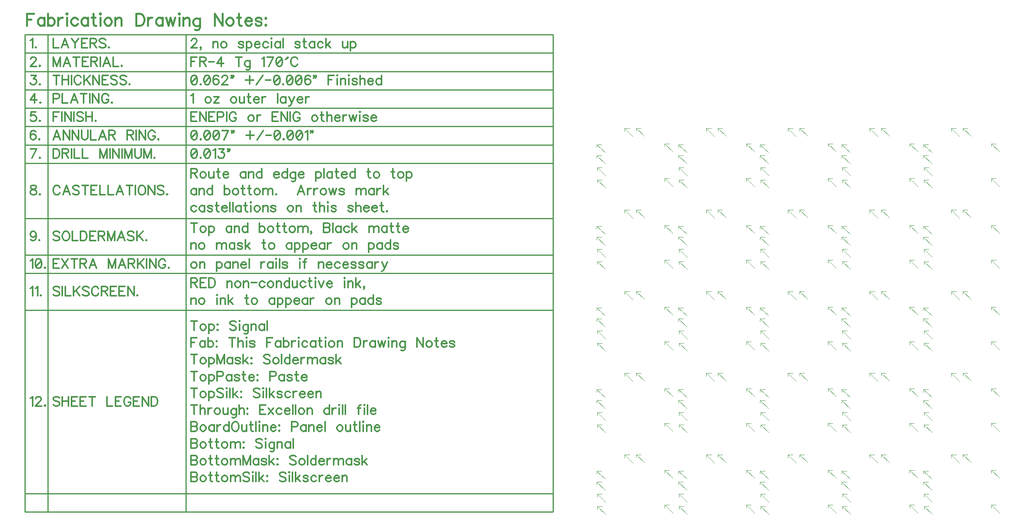
<source format=gbr>
G04 DipTrace 3.0.0.2*
G04 TopAssy.gbr*
%MOIN*%
G04 #@! TF.FileFunction,Drawing,Top*
G04 #@! TF.Part,Single*
%ADD10C,0.009843*%
%ADD20C,0.001312*%
%ADD84C,0.012351*%
%ADD87C,0.015439*%
%FSLAX26Y26*%
G04*
G70*
G90*
G75*
G01*
G04 TopAssy*
%LPD*%
X1255970Y676492D2*
D20*
X1184873Y744627D1*
X1226346Y745614D2*
X1185860D1*
X1184873Y720928D1*
X1255832Y974950D2*
X1184735Y1043085D1*
X1226209Y1044072D2*
X1185722D1*
X1184735Y1019386D1*
X678348Y664314D2*
X607251Y732449D1*
X648724Y733436D2*
X608238D1*
X607251Y708749D1*
X679717Y769684D2*
X608619Y837819D1*
X650093Y838806D2*
X609606D1*
X608619Y814119D1*
X674243Y873685D2*
X603146Y941820D1*
X644619Y942807D2*
X604133D1*
X603146Y918121D1*
X674243Y968109D2*
X603146Y1036244D1*
X644619Y1037231D2*
X604133D1*
X603146Y1012545D1*
X913720Y1106322D2*
X842623Y1174457D1*
X884097Y1175444D2*
X843610D1*
X842623Y1150757D1*
X1012249Y1107690D2*
X941152Y1175825D1*
X982626Y1176812D2*
X942139D1*
X941152Y1152126D1*
X-4297207Y4778794D2*
D10*
X-4100357D1*
Y4621314D1*
X-4297207D1*
Y4778794D1*
Y4621314D2*
X-4100357D1*
Y4463833D1*
X-4297207D1*
Y4621314D1*
Y4463833D2*
X-4100357D1*
Y4306353D1*
X-4297207D1*
Y4463833D1*
Y4306353D2*
X-4100357D1*
Y4148873D1*
X-4297207D1*
Y4306353D1*
Y4148873D2*
X-4100357D1*
Y3991392D1*
X-4297207D1*
Y4148873D1*
Y3991392D2*
X-4100357D1*
Y3833912D1*
X-4297207D1*
Y3991392D1*
Y3833912D2*
X-4100357D1*
Y3676432D1*
X-4297207D1*
Y3833912D1*
Y3676432D2*
X-4100357D1*
Y3203991D1*
X-4297207D1*
Y3676432D1*
Y3203991D2*
X-4100357D1*
Y2889030D1*
X-4297207D1*
Y3203991D1*
Y2889030D2*
X-4100357D1*
Y2731550D1*
X-4297207D1*
Y2889030D1*
Y2731550D2*
X-4100357D1*
Y2416589D1*
X-4297207D1*
Y2731550D1*
Y2416589D2*
X-4100357D1*
Y841786D1*
X-4297207D1*
Y2416589D1*
Y841786D2*
X-4100357D1*
Y684306D1*
X-4297207D1*
Y841786D1*
X-4100357Y4778794D2*
X-2919255D1*
Y4621314D1*
X-4100357D1*
Y4778794D1*
Y4621314D2*
X-2919255D1*
Y4463833D1*
X-4100357D1*
Y4621314D1*
Y4463833D2*
X-2919255D1*
Y4306353D1*
X-4100357D1*
Y4463833D1*
Y4306353D2*
X-2919255D1*
Y4148873D1*
X-4100357D1*
Y4306353D1*
Y4148873D2*
X-2919255D1*
Y3991392D1*
X-4100357D1*
Y4148873D1*
Y3991392D2*
X-2919255D1*
Y3833912D1*
X-4100357D1*
Y3991392D1*
Y3833912D2*
X-2919255D1*
Y3676432D1*
X-4100357D1*
Y3833912D1*
Y3676432D2*
X-2919255D1*
Y3203991D1*
X-4100357D1*
Y3676432D1*
Y3203991D2*
X-2919255D1*
Y2889030D1*
X-4100357D1*
Y3203991D1*
Y2889030D2*
X-2919255D1*
Y2731550D1*
X-4100357D1*
Y2889030D1*
Y2731550D2*
X-2919255D1*
Y2416589D1*
X-4100357D1*
Y2731550D1*
Y2416589D2*
X-2919255D1*
Y841786D1*
X-4100357D1*
Y2416589D1*
Y841786D2*
X-2919255D1*
Y684306D1*
X-4100357D1*
Y841786D1*
X-2919255Y4778794D2*
X230352D1*
Y4621314D1*
X-2919255D1*
Y4778794D1*
Y4621314D2*
X230352D1*
Y4463833D1*
X-2919255D1*
Y4621314D1*
Y4463833D2*
X230352D1*
Y4306353D1*
X-2919255D1*
Y4463833D1*
Y4306353D2*
X230352D1*
Y4148873D1*
X-2919255D1*
Y4306353D1*
Y4148873D2*
X230352D1*
Y3991392D1*
X-2919255D1*
Y4148873D1*
Y3991392D2*
X230352D1*
Y3833912D1*
X-2919255D1*
Y3991392D1*
Y3833912D2*
X230352D1*
Y3676432D1*
X-2919255D1*
Y3833912D1*
Y3676432D2*
X230352D1*
Y3203991D1*
X-2919255D1*
Y3676432D1*
Y3203991D2*
X230352D1*
Y2889030D1*
X-2919255D1*
Y3203991D1*
Y2889030D2*
X230352D1*
Y2731550D1*
X-2919255D1*
Y2889030D1*
Y2731550D2*
X230352D1*
Y2416589D1*
X-2919255D1*
Y2731550D1*
Y2416589D2*
X230352D1*
Y841786D1*
X-2919255D1*
Y2416589D1*
Y841786D2*
X230352D1*
Y684306D1*
X-2919255D1*
Y841786D1*
X-4251662Y4729678D2*
D84*
X-4243968Y4733569D1*
X-4232472Y4744977D1*
Y4664681D1*
X-4203967Y4672375D2*
X-4207769Y4668484D1*
X-4203967Y4664681D1*
X-4200076Y4668484D1*
X-4203967Y4672375D1*
X-4247771Y4568395D2*
Y4572198D1*
X-4243968Y4579891D1*
X-4240166Y4583694D1*
X-4232472Y4587497D1*
X-4217173D1*
X-4209568Y4583694D1*
X-4205766Y4579891D1*
X-4201875Y4572198D1*
Y4564593D1*
X-4205766Y4556899D1*
X-4213371Y4545492D1*
X-4251662Y4507201D1*
X-4198072D1*
X-4169567Y4514895D2*
X-4173369Y4511004D1*
X-4169567Y4507201D1*
X-4165676Y4511004D1*
X-4169567Y4514895D1*
X-4243968Y4430016D2*
X-4201963D1*
X-4224867Y4399419D1*
X-4213371D1*
X-4205766Y4395616D1*
X-4201963Y4391814D1*
X-4198072Y4380318D1*
Y4372713D1*
X-4201963Y4361217D1*
X-4209568Y4353523D1*
X-4221064Y4349721D1*
X-4232560D1*
X-4243968Y4353523D1*
X-4247771Y4357414D1*
X-4251662Y4365019D1*
X-4169567Y4357414D2*
X-4173369Y4353523D1*
X-4169567Y4349721D1*
X-4165676Y4353523D1*
X-4169567Y4357414D1*
X-4213371Y4192240D2*
Y4272536D1*
X-4251662Y4219035D1*
X-4194270D1*
X-4165764Y4199934D2*
X-4169567Y4196043D1*
X-4165764Y4192240D1*
X-4161873Y4196043D1*
X-4165764Y4199934D1*
X-4205766Y4115056D2*
X-4243968D1*
X-4247771Y4080656D1*
X-4243968Y4084458D1*
X-4232472Y4088349D1*
X-4221064D1*
X-4209568Y4084458D1*
X-4201875Y4076853D1*
X-4198072Y4065357D1*
Y4057752D1*
X-4201875Y4046256D1*
X-4209568Y4038563D1*
X-4221064Y4034760D1*
X-4232472D1*
X-4243968Y4038563D1*
X-4247771Y4042454D1*
X-4251662Y4050059D1*
X-4169567Y4042454D2*
X-4173369Y4038563D1*
X-4169567Y4034760D1*
X-4165676Y4038563D1*
X-4169567Y4042454D1*
X-4205766Y3946168D2*
X-4209568Y3953773D1*
X-4221064Y3957575D1*
X-4228669D1*
X-4240166Y3953773D1*
X-4247859Y3942277D1*
X-4251662Y3923176D1*
Y3904074D1*
X-4247859Y3888776D1*
X-4240166Y3881082D1*
X-4228669Y3877280D1*
X-4224867D1*
X-4213459Y3881082D1*
X-4205766Y3888776D1*
X-4201963Y3900272D1*
Y3904074D1*
X-4205766Y3915570D1*
X-4213459Y3923176D1*
X-4224867Y3926978D1*
X-4228669D1*
X-4240166Y3923176D1*
X-4247859Y3915570D1*
X-4251662Y3904074D1*
X-4173458Y3884973D2*
X-4177260Y3881082D1*
X-4173458Y3877280D1*
X-4169567Y3881082D1*
X-4173458Y3884973D1*
X-4236363Y3719799D2*
X-4198072Y3800095D1*
X-4251662D1*
X-4169567Y3727493D2*
X-4173369Y3723602D1*
X-4169567Y3719799D1*
X-4165676Y3723602D1*
X-4169567Y3727493D1*
X-4232560Y3485134D2*
X-4243968Y3481332D1*
X-4247859Y3473727D1*
Y3466033D1*
X-4243968Y3458428D1*
X-4236363Y3454537D1*
X-4221064Y3450735D1*
X-4209568Y3446932D1*
X-4201963Y3439239D1*
X-4198161Y3431633D1*
Y3420137D1*
X-4201963Y3412532D1*
X-4205766Y3408641D1*
X-4217262Y3404839D1*
X-4232560D1*
X-4243968Y3408641D1*
X-4247859Y3412532D1*
X-4251662Y3420137D1*
Y3431633D1*
X-4247859Y3439239D1*
X-4240166Y3446932D1*
X-4228758Y3450735D1*
X-4213459Y3454537D1*
X-4205766Y3458428D1*
X-4201963Y3466033D1*
Y3473727D1*
X-4205766Y3481332D1*
X-4217262Y3485134D1*
X-4232560D1*
X-4169655Y3412532D2*
X-4173458Y3408641D1*
X-4169655Y3404839D1*
X-4165764Y3408641D1*
X-4169655Y3412532D1*
X-4201875Y3064727D2*
X-4205766Y3053231D1*
X-4213371Y3045538D1*
X-4224867Y3041735D1*
X-4228669D1*
X-4240166Y3045538D1*
X-4247771Y3053231D1*
X-4251662Y3064727D1*
Y3068530D1*
X-4247771Y3080026D1*
X-4240166Y3087631D1*
X-4228669Y3091434D1*
X-4224867D1*
X-4213371Y3087631D1*
X-4205766Y3080026D1*
X-4201875Y3064727D1*
Y3045538D1*
X-4205766Y3026437D1*
X-4213371Y3014941D1*
X-4224867Y3011138D1*
X-4232472D1*
X-4243968Y3014941D1*
X-4247771Y3022634D1*
X-4173369Y3018832D2*
X-4177172Y3014941D1*
X-4173369Y3011138D1*
X-4169478Y3014941D1*
X-4173369Y3018832D1*
X-4251662Y2839914D2*
X-4243968Y2843805D1*
X-4232472Y2855213D1*
Y2774918D1*
X-4184777Y2855213D2*
X-4196273Y2851411D1*
X-4203967Y2839914D1*
X-4207769Y2820813D1*
Y2809317D1*
X-4203967Y2790216D1*
X-4196273Y2778720D1*
X-4184777Y2774918D1*
X-4177172D1*
X-4165676Y2778720D1*
X-4158071Y2790216D1*
X-4154180Y2809317D1*
Y2820813D1*
X-4158071Y2839914D1*
X-4165676Y2851411D1*
X-4177172Y2855213D1*
X-4184777D1*
X-4158071Y2839914D2*
X-4203967Y2790216D1*
X-4125675Y2782611D2*
X-4129477Y2778720D1*
X-4125675Y2774918D1*
X-4121784Y2778720D1*
X-4125675Y2782611D1*
X-4251662Y2603694D2*
X-4243968Y2607585D1*
X-4232472Y2618993D1*
Y2538697D1*
X-4207769Y2603694D2*
X-4200076Y2607585D1*
X-4188580Y2618993D1*
Y2538697D1*
X-4160074Y2546391D2*
X-4163877Y2542500D1*
X-4160074Y2538697D1*
X-4156183Y2542500D1*
X-4160074Y2546391D1*
X-4251662Y1658812D2*
X-4243968Y1662703D1*
X-4232472Y1674111D1*
Y1593815D1*
X-4203878Y1655010D2*
Y1658812D1*
X-4200076Y1666506D1*
X-4196273Y1670308D1*
X-4188580Y1674111D1*
X-4173281D1*
X-4165676Y1670308D1*
X-4161873Y1666506D1*
X-4157982Y1658812D1*
Y1651207D1*
X-4161873Y1643514D1*
X-4169478Y1632106D1*
X-4207769Y1593815D1*
X-4154180D1*
X-4125675Y1601509D2*
X-4129477Y1597618D1*
X-4125675Y1593815D1*
X-4121784Y1597618D1*
X-4125675Y1601509D1*
X-4054811Y4745065D2*
Y4664681D1*
X-4008915D1*
X-3922930D2*
X-3953615Y4745065D1*
X-3984213Y4664681D1*
X-3972716Y4691476D2*
X-3934426D1*
X-3898227Y4745065D2*
X-3867630Y4706775D1*
Y4664681D1*
X-3837032Y4745065D2*
X-3867630Y4706775D1*
X-3762631Y4745065D2*
X-3812330D1*
Y4664681D1*
X-3762631D1*
X-3812330Y4706775D2*
X-3781732D1*
X-3737929D2*
X-3703529D1*
X-3692033Y4710666D1*
X-3688142Y4714468D1*
X-3684339Y4722073D1*
Y4729767D1*
X-3688142Y4737372D1*
X-3692033Y4741263D1*
X-3703529Y4745065D1*
X-3737929D1*
Y4664681D1*
X-3711134Y4706775D2*
X-3684339Y4664681D1*
X-3606047Y4733569D2*
X-3613652Y4741263D1*
X-3625148Y4745065D1*
X-3640447D1*
X-3651943Y4741263D1*
X-3659636Y4733569D1*
Y4725964D1*
X-3655745Y4718271D1*
X-3651943Y4714468D1*
X-3644338Y4710666D1*
X-3621346Y4702972D1*
X-3613652Y4699169D1*
X-3609850Y4695279D1*
X-3606047Y4687673D1*
Y4676177D1*
X-3613652Y4668572D1*
X-3625148Y4664681D1*
X-3640447D1*
X-3651943Y4668572D1*
X-3659636Y4676177D1*
X-3577542Y4672375D2*
X-3581344Y4668484D1*
X-3577542Y4664681D1*
X-3573651Y4668484D1*
X-3577542Y4672375D1*
X-3993617Y4507201D2*
Y4587585D1*
X-4024214Y4507201D1*
X-4054811Y4587585D1*
Y4507201D1*
X-3907631D2*
X-3938317Y4587585D1*
X-3968914Y4507201D1*
X-3957418Y4533996D2*
X-3919127D1*
X-3856134Y4587585D2*
Y4507201D1*
X-3882928Y4587585D2*
X-3829339D1*
X-3754938D2*
X-3804636D1*
Y4507201D1*
X-3754938D1*
X-3804636Y4549294D2*
X-3774039D1*
X-3730235D2*
X-3695835D1*
X-3684339Y4553185D1*
X-3680448Y4556988D1*
X-3676646Y4564593D1*
Y4572286D1*
X-3680448Y4579891D1*
X-3684339Y4583782D1*
X-3695835Y4587585D1*
X-3730235D1*
Y4507201D1*
X-3703440Y4549294D2*
X-3676646Y4507201D1*
X-3651943Y4587585D2*
Y4507201D1*
X-3565957D2*
X-3596643Y4587585D1*
X-3627240Y4507201D1*
X-3615744Y4533996D2*
X-3577453D1*
X-3541254Y4587585D2*
Y4507201D1*
X-3495359D1*
X-3466853Y4514895D2*
X-3470656Y4511004D1*
X-3466853Y4507201D1*
X-3462962Y4511004D1*
X-3466853Y4514895D1*
X-4028017Y4430105D2*
Y4349721D1*
X-4054811Y4430105D2*
X-4001222D1*
X-3976519D2*
Y4349721D1*
X-3922930Y4430105D2*
Y4349721D1*
X-3976519Y4391814D2*
X-3922930D1*
X-3898227Y4430105D2*
Y4349721D1*
X-3816132Y4411004D2*
X-3819935Y4418609D1*
X-3827628Y4426302D1*
X-3835233Y4430105D1*
X-3850532D1*
X-3858226Y4426302D1*
X-3865831Y4418609D1*
X-3869722Y4411004D1*
X-3873524Y4399507D1*
Y4380318D1*
X-3869722Y4368910D1*
X-3865831Y4361217D1*
X-3858226Y4353612D1*
X-3850532Y4349721D1*
X-3835233D1*
X-3827628Y4353612D1*
X-3819935Y4361217D1*
X-3816132Y4368910D1*
X-3791429Y4430105D2*
Y4349721D1*
X-3737840Y4430105D2*
X-3791429Y4376515D1*
X-3772328Y4395705D2*
X-3737840Y4349721D1*
X-3659548Y4430105D2*
Y4349721D1*
X-3713137Y4430105D1*
Y4349721D1*
X-3585147Y4430105D2*
X-3634845D1*
Y4349721D1*
X-3585147D1*
X-3634845Y4391814D2*
X-3604248D1*
X-3506855Y4418609D2*
X-3514460Y4426302D1*
X-3525956Y4430105D1*
X-3541254D1*
X-3552750Y4426302D1*
X-3560444Y4418609D1*
Y4411004D1*
X-3556553Y4403310D1*
X-3552750Y4399507D1*
X-3545145Y4395705D1*
X-3522153Y4388011D1*
X-3514460Y4384209D1*
X-3510657Y4380318D1*
X-3506855Y4372713D1*
Y4361217D1*
X-3514460Y4353612D1*
X-3525956Y4349721D1*
X-3541254D1*
X-3552750Y4353612D1*
X-3560444Y4361217D1*
X-3428563Y4418609D2*
X-3436168Y4426302D1*
X-3447664Y4430105D1*
X-3462962D1*
X-3474458Y4426302D1*
X-3482152Y4418609D1*
Y4411004D1*
X-3478261Y4403310D1*
X-3474458Y4399507D1*
X-3466853Y4395705D1*
X-3443861Y4388011D1*
X-3436168Y4384209D1*
X-3432365Y4380318D1*
X-3428563Y4372713D1*
Y4361217D1*
X-3436168Y4353612D1*
X-3447664Y4349721D1*
X-3462962D1*
X-3474458Y4353612D1*
X-3482152Y4361217D1*
X-3400057Y4357414D2*
X-3403860Y4353523D1*
X-3400057Y4349721D1*
X-3396166Y4353523D1*
X-3400057Y4357414D1*
X-4054811Y4230531D2*
X-4020323D1*
X-4008915Y4234334D1*
X-4005024Y4238225D1*
X-4001222Y4245830D1*
Y4257326D1*
X-4005024Y4264931D1*
X-4008915Y4268822D1*
X-4020323Y4272624D1*
X-4054811D1*
Y4192240D1*
X-3976519Y4272624D2*
Y4192240D1*
X-3930623D1*
X-3844638D2*
X-3875323Y4272624D1*
X-3905920Y4192240D1*
X-3894424Y4219035D2*
X-3856134D1*
X-3793140Y4272624D2*
Y4192240D1*
X-3819935Y4272624D2*
X-3766345D1*
X-3741643D2*
Y4192240D1*
X-3663351Y4272624D2*
Y4192240D1*
X-3716940Y4272624D1*
Y4192240D1*
X-3581256Y4253523D2*
X-3585058Y4261128D1*
X-3592752Y4268822D1*
X-3600357Y4272624D1*
X-3615656D1*
X-3623349Y4268822D1*
X-3630954Y4261128D1*
X-3634845Y4253523D1*
X-3638648Y4242027D1*
Y4222838D1*
X-3634845Y4211430D1*
X-3630954Y4203736D1*
X-3623349Y4196131D1*
X-3615656Y4192240D1*
X-3600357D1*
X-3592752Y4196131D1*
X-3585058Y4203736D1*
X-3581256Y4211430D1*
Y4222838D1*
X-3600357D1*
X-3552750Y4199934D2*
X-3556553Y4196043D1*
X-3552750Y4192240D1*
X-3548860Y4196043D1*
X-3552750Y4199934D1*
X-4005024Y4115144D2*
X-4054811D1*
Y4034760D1*
Y4076853D2*
X-4024214D1*
X-3980322Y4115144D2*
Y4034760D1*
X-3902029Y4115144D2*
Y4034760D1*
X-3955619Y4115144D1*
Y4034760D1*
X-3877327Y4115144D2*
Y4034760D1*
X-3799035Y4103648D2*
X-3806640Y4111342D1*
X-3818136Y4115144D1*
X-3833434D1*
X-3844930Y4111342D1*
X-3852624Y4103648D1*
Y4096043D1*
X-3848733Y4088349D1*
X-3844930Y4084547D1*
X-3837325Y4080744D1*
X-3814333Y4073051D1*
X-3806640Y4069248D1*
X-3802837Y4065357D1*
X-3799035Y4057752D1*
Y4046256D1*
X-3806640Y4038651D1*
X-3818136Y4034760D1*
X-3833434D1*
X-3844930Y4038651D1*
X-3852624Y4046256D1*
X-3774332Y4115144D2*
Y4034760D1*
X-3720742Y4115144D2*
Y4034760D1*
X-3774332Y4076853D2*
X-3720742D1*
X-3692237Y4042454D2*
X-3696040Y4038563D1*
X-3692237Y4034760D1*
X-3688346Y4038563D1*
X-3692237Y4042454D1*
X-3993528Y3877280D2*
X-4024214Y3957664D1*
X-4054811Y3877280D1*
X-4043315Y3904074D2*
X-4005024D1*
X-3915236Y3957664D2*
Y3877280D1*
X-3968826Y3957664D1*
Y3877280D1*
X-3836944Y3957664D2*
Y3877280D1*
X-3890533Y3957664D1*
Y3877280D1*
X-3812241Y3957664D2*
Y3900272D1*
X-3808439Y3888776D1*
X-3800745Y3881171D1*
X-3789249Y3877280D1*
X-3781644D1*
X-3770148Y3881171D1*
X-3762454Y3888776D1*
X-3758652Y3900272D1*
Y3957664D1*
X-3733949D2*
Y3877280D1*
X-3688053D1*
X-3602068D2*
X-3632753Y3957664D1*
X-3663351Y3877280D1*
X-3651854Y3904074D2*
X-3613564D1*
X-3577365Y3919373D2*
X-3542965D1*
X-3531469Y3923264D1*
X-3527578Y3927067D1*
X-3523776Y3934672D1*
Y3942365D1*
X-3527578Y3949970D1*
X-3531469Y3953861D1*
X-3542965Y3957664D1*
X-3577365D1*
Y3877280D1*
X-3550570Y3919373D2*
X-3523776Y3877280D1*
X-3421311Y3919373D2*
X-3386911D1*
X-3375415Y3923264D1*
X-3371524Y3927067D1*
X-3367722Y3934672D1*
Y3942365D1*
X-3371524Y3949970D1*
X-3375415Y3953861D1*
X-3386911Y3957664D1*
X-3421311D1*
Y3877280D1*
X-3394517Y3919373D2*
X-3367722Y3877280D1*
X-3343019Y3957664D2*
Y3877280D1*
X-3264727Y3957664D2*
Y3877280D1*
X-3318316Y3957664D1*
Y3877280D1*
X-3182632Y3938563D2*
X-3186435Y3946168D1*
X-3194128Y3953861D1*
X-3201733Y3957664D1*
X-3217032D1*
X-3224726Y3953861D1*
X-3232331Y3946168D1*
X-3236222Y3938563D1*
X-3240024Y3927067D1*
Y3907877D1*
X-3236222Y3896469D1*
X-3232331Y3888776D1*
X-3224726Y3881171D1*
X-3217032Y3877280D1*
X-3201733D1*
X-3194128Y3881171D1*
X-3186435Y3888776D1*
X-3182632Y3896469D1*
Y3907877D1*
X-3201733D1*
X-3154127Y3884973D2*
X-3157929Y3881082D1*
X-3154127Y3877280D1*
X-3150236Y3881082D1*
X-3154127Y3884973D1*
X-4054811Y3800183D2*
Y3719799D1*
X-4028017D1*
X-4016520Y3723690D1*
X-4008827Y3731295D1*
X-4005024Y3738989D1*
X-4001222Y3750397D1*
Y3769586D1*
X-4005024Y3781082D1*
X-4008827Y3788687D1*
X-4016520Y3796381D1*
X-4028017Y3800183D1*
X-4054811D1*
X-3976519Y3761893D2*
X-3942119D1*
X-3930623Y3765784D1*
X-3926732Y3769586D1*
X-3922930Y3777191D1*
Y3784885D1*
X-3926732Y3792490D1*
X-3930623Y3796381D1*
X-3942119Y3800183D1*
X-3976519D1*
Y3719799D1*
X-3949724Y3761893D2*
X-3922930Y3719799D1*
X-3898227Y3800183D2*
Y3719799D1*
X-3873524Y3800183D2*
Y3719799D1*
X-3827628D1*
X-3802925Y3800183D2*
Y3719799D1*
X-3757030D1*
X-3593371D2*
Y3800183D1*
X-3623968Y3719799D1*
X-3654565Y3800183D1*
Y3719799D1*
X-3568668Y3800183D2*
Y3719799D1*
X-3490376Y3800183D2*
Y3719799D1*
X-3543965Y3800183D1*
Y3719799D1*
X-3465673Y3800183D2*
Y3719799D1*
X-3379776D2*
Y3800183D1*
X-3410373Y3719799D1*
X-3440970Y3800183D1*
Y3719799D1*
X-3355073Y3800183D2*
Y3742792D1*
X-3351271Y3731295D1*
X-3343577Y3723690D1*
X-3332081Y3719799D1*
X-3324476D1*
X-3312980Y3723690D1*
X-3305286Y3731295D1*
X-3301484Y3742792D1*
Y3800183D1*
X-3215587Y3719799D2*
Y3800183D1*
X-3246184Y3719799D1*
X-3276781Y3800183D1*
Y3719799D1*
X-3187081Y3727493D2*
X-3190884Y3723602D1*
X-3187081Y3719799D1*
X-3183190Y3723602D1*
X-3187081Y3727493D1*
X-3997419Y3466122D2*
X-4001222Y3473727D1*
X-4008915Y3481420D1*
X-4016520Y3485223D1*
X-4031819D1*
X-4039513Y3481420D1*
X-4047118Y3473727D1*
X-4051009Y3466122D1*
X-4054811Y3454626D1*
Y3435436D1*
X-4051009Y3424028D1*
X-4047118Y3416335D1*
X-4039513Y3408730D1*
X-4031819Y3404839D1*
X-4016520D1*
X-4008915Y3408730D1*
X-4001222Y3416335D1*
X-3997419Y3424028D1*
X-3911434Y3404839D2*
X-3942119Y3485223D1*
X-3972716Y3404839D1*
X-3961220Y3431633D2*
X-3922930D1*
X-3833142Y3473727D2*
X-3840747Y3481420D1*
X-3852243Y3485223D1*
X-3867541D1*
X-3879037Y3481420D1*
X-3886731Y3473727D1*
Y3466122D1*
X-3882840Y3458428D1*
X-3879037Y3454626D1*
X-3871432Y3450823D1*
X-3848440Y3443130D1*
X-3840747Y3439327D1*
X-3836944Y3435436D1*
X-3833142Y3427831D1*
Y3416335D1*
X-3840747Y3408730D1*
X-3852243Y3404839D1*
X-3867541D1*
X-3879037Y3408730D1*
X-3886731Y3416335D1*
X-3781644Y3485223D2*
Y3404839D1*
X-3808439Y3485223D2*
X-3754849D1*
X-3680448D2*
X-3730147D1*
Y3404839D1*
X-3680448D1*
X-3730147Y3446932D2*
X-3699549D1*
X-3655745Y3485223D2*
Y3404839D1*
X-3609850D1*
X-3585147Y3485223D2*
Y3404839D1*
X-3539251D1*
X-3453265D2*
X-3483951Y3485223D1*
X-3514548Y3404839D1*
X-3503052Y3431633D2*
X-3464761D1*
X-3401768Y3485223D2*
Y3404839D1*
X-3428563Y3485223D2*
X-3374973D1*
X-3350270D2*
Y3404839D1*
X-3302575Y3485223D2*
X-3310269Y3481420D1*
X-3317874Y3473727D1*
X-3321765Y3466122D1*
X-3325568Y3454626D1*
Y3435436D1*
X-3321765Y3424028D1*
X-3317874Y3416335D1*
X-3310269Y3408730D1*
X-3302575Y3404839D1*
X-3287277D1*
X-3279672Y3408730D1*
X-3271978Y3416335D1*
X-3268176Y3424028D1*
X-3264373Y3435436D1*
Y3454626D1*
X-3268176Y3466122D1*
X-3271978Y3473727D1*
X-3279672Y3481420D1*
X-3287277Y3485223D1*
X-3302575D1*
X-3186081D2*
Y3404839D1*
X-3239670Y3485223D1*
Y3404839D1*
X-3107789Y3473727D2*
X-3115394Y3481420D1*
X-3126890Y3485223D1*
X-3142189D1*
X-3153685Y3481420D1*
X-3161378Y3473727D1*
Y3466122D1*
X-3157487Y3458428D1*
X-3153685Y3454626D1*
X-3146080Y3450823D1*
X-3123088Y3443130D1*
X-3115394Y3439327D1*
X-3111591Y3435436D1*
X-3107789Y3427831D1*
Y3416335D1*
X-3115394Y3408730D1*
X-3126890Y3404839D1*
X-3142189D1*
X-3153685Y3408730D1*
X-3161378Y3416335D1*
X-3079284Y3412532D2*
X-3083086Y3408641D1*
X-3079284Y3404839D1*
X-3075393Y3408641D1*
X-3079284Y3412532D1*
X-4001222Y3080026D2*
X-4008827Y3087719D1*
X-4020323Y3091522D1*
X-4035622D1*
X-4047118Y3087719D1*
X-4054811Y3080026D1*
Y3072421D1*
X-4050920Y3064727D1*
X-4047118Y3060925D1*
X-4039513Y3057122D1*
X-4016520Y3049429D1*
X-4008827Y3045626D1*
X-4005024Y3041735D1*
X-4001222Y3034130D1*
Y3022634D1*
X-4008827Y3015029D1*
X-4020323Y3011138D1*
X-4035622D1*
X-4047118Y3015029D1*
X-4054811Y3022634D1*
X-3953527Y3091522D2*
X-3961220Y3087719D1*
X-3968826Y3080026D1*
X-3972716Y3072421D1*
X-3976519Y3060925D1*
Y3041735D1*
X-3972716Y3030328D1*
X-3968826Y3022634D1*
X-3961220Y3015029D1*
X-3953527Y3011138D1*
X-3938228D1*
X-3930623Y3015029D1*
X-3922930Y3022634D1*
X-3919127Y3030328D1*
X-3915325Y3041735D1*
Y3060925D1*
X-3919127Y3072421D1*
X-3922930Y3080026D1*
X-3930623Y3087719D1*
X-3938228Y3091522D1*
X-3953527D1*
X-3890622D2*
Y3011138D1*
X-3844726D1*
X-3820023Y3091522D2*
Y3011138D1*
X-3793229D1*
X-3781732Y3015029D1*
X-3774039Y3022634D1*
X-3770236Y3030328D1*
X-3766434Y3041735D1*
Y3060925D1*
X-3770236Y3072421D1*
X-3774039Y3080026D1*
X-3781732Y3087719D1*
X-3793229Y3091522D1*
X-3820023D1*
X-3692033D2*
X-3741731D1*
Y3011138D1*
X-3692033D1*
X-3741731Y3053231D2*
X-3711134D1*
X-3667330D2*
X-3632930D1*
X-3621434Y3057122D1*
X-3617543Y3060925D1*
X-3613741Y3068530D1*
Y3076223D1*
X-3617543Y3083828D1*
X-3621434Y3087719D1*
X-3632930Y3091522D1*
X-3667330D1*
Y3011138D1*
X-3640535Y3053231D2*
X-3613741Y3011138D1*
X-3527843D2*
Y3091522D1*
X-3558441Y3011138D1*
X-3589038Y3091522D1*
Y3011138D1*
X-3441858D2*
X-3472543Y3091522D1*
X-3503141Y3011138D1*
X-3491644Y3037933D2*
X-3453354D1*
X-3363566Y3080026D2*
X-3371171Y3087719D1*
X-3382667Y3091522D1*
X-3397965D1*
X-3409461Y3087719D1*
X-3417155Y3080026D1*
Y3072421D1*
X-3413264Y3064727D1*
X-3409461Y3060925D1*
X-3401856Y3057122D1*
X-3378864Y3049429D1*
X-3371171Y3045626D1*
X-3367368Y3041735D1*
X-3363566Y3034130D1*
Y3022634D1*
X-3371171Y3015029D1*
X-3382667Y3011138D1*
X-3397965D1*
X-3409461Y3015029D1*
X-3417155Y3022634D1*
X-3338863Y3091522D2*
Y3011138D1*
X-3285273Y3091522D2*
X-3338863Y3037933D1*
X-3319762Y3057122D2*
X-3285273Y3011138D1*
X-3256768Y3018832D2*
X-3260571Y3014941D1*
X-3256768Y3011138D1*
X-3252877Y3014941D1*
X-3256768Y3018832D1*
X-4005113Y2855302D2*
X-4054811D1*
Y2774918D1*
X-4005113D1*
X-4054811Y2817011D2*
X-4024214D1*
X-3980410Y2855302D2*
X-3926821Y2774918D1*
Y2855302D2*
X-3980410Y2774918D1*
X-3875323Y2855302D2*
Y2774918D1*
X-3902118Y2855302D2*
X-3848529D1*
X-3823826Y2817011D2*
X-3789426D1*
X-3777930Y2820902D1*
X-3774039Y2824704D1*
X-3770236Y2832309D1*
Y2840003D1*
X-3774039Y2847608D1*
X-3777930Y2851499D1*
X-3789426Y2855302D1*
X-3823826D1*
Y2774918D1*
X-3797031Y2817011D2*
X-3770236Y2774918D1*
X-3684251D2*
X-3714936Y2855302D1*
X-3745534Y2774918D1*
X-3734038Y2801712D2*
X-3695747D1*
X-3520592Y2774918D2*
Y2855302D1*
X-3551189Y2774918D1*
X-3581786Y2855302D1*
Y2774918D1*
X-3434606D2*
X-3465292Y2855302D1*
X-3495889Y2774918D1*
X-3484393Y2801712D2*
X-3446102D1*
X-3409904Y2817011D2*
X-3375504D1*
X-3364008Y2820902D1*
X-3360117Y2824704D1*
X-3356314Y2832309D1*
Y2840003D1*
X-3360117Y2847608D1*
X-3364008Y2851499D1*
X-3375504Y2855302D1*
X-3409904D1*
Y2774918D1*
X-3383109Y2817011D2*
X-3356314Y2774918D1*
X-3331611Y2855302D2*
Y2774918D1*
X-3278022Y2855302D2*
X-3331611Y2801712D1*
X-3312510Y2820902D2*
X-3278022Y2774918D1*
X-3253319Y2855302D2*
Y2774918D1*
X-3175027Y2855302D2*
Y2774918D1*
X-3228616Y2855302D1*
Y2774918D1*
X-3092932Y2836200D2*
X-3096735Y2843805D1*
X-3104429Y2851499D1*
X-3112034Y2855302D1*
X-3127332D1*
X-3135026Y2851499D1*
X-3142631Y2843805D1*
X-3146522Y2836200D1*
X-3150324Y2824704D1*
Y2805515D1*
X-3146522Y2794107D1*
X-3142631Y2786414D1*
X-3135026Y2778808D1*
X-3127332Y2774918D1*
X-3112034D1*
X-3104429Y2778808D1*
X-3096735Y2786414D1*
X-3092932Y2794107D1*
Y2805515D1*
X-3112034D1*
X-3064427Y2782611D2*
X-3068230Y2778720D1*
X-3064427Y2774918D1*
X-3060536Y2778720D1*
X-3064427Y2782611D1*
X-4001222Y2607585D2*
X-4008827Y2615279D1*
X-4020323Y2619081D1*
X-4035622D1*
X-4047118Y2615279D1*
X-4054811Y2607585D1*
Y2599980D1*
X-4050920Y2592286D1*
X-4047118Y2588484D1*
X-4039513Y2584681D1*
X-4016520Y2576988D1*
X-4008827Y2573185D1*
X-4005024Y2569294D1*
X-4001222Y2561689D1*
Y2550193D1*
X-4008827Y2542588D1*
X-4020323Y2538697D1*
X-4035622D1*
X-4047118Y2542588D1*
X-4054811Y2550193D1*
X-3976519Y2619081D2*
Y2538697D1*
X-3951816Y2619081D2*
Y2538697D1*
X-3905920D1*
X-3881218Y2619081D2*
Y2538697D1*
X-3827628Y2619081D2*
X-3881218Y2565492D1*
X-3862116Y2584681D2*
X-3827628Y2538697D1*
X-3749336Y2607585D2*
X-3756941Y2615279D1*
X-3768437Y2619081D1*
X-3783736D1*
X-3795232Y2615279D1*
X-3802925Y2607585D1*
Y2599980D1*
X-3799035Y2592286D1*
X-3795232Y2588484D1*
X-3787627Y2584681D1*
X-3764635Y2576988D1*
X-3756941Y2573185D1*
X-3753139Y2569294D1*
X-3749336Y2561689D1*
Y2550193D1*
X-3756941Y2542588D1*
X-3768437Y2538697D1*
X-3783736D1*
X-3795232Y2542588D1*
X-3802925Y2550193D1*
X-3667241Y2599980D2*
X-3671044Y2607585D1*
X-3678738Y2615279D1*
X-3686343Y2619081D1*
X-3701641D1*
X-3709335Y2615279D1*
X-3716940Y2607585D1*
X-3720831Y2599980D1*
X-3724633Y2588484D1*
Y2569294D1*
X-3720831Y2557887D1*
X-3716940Y2550193D1*
X-3709335Y2542588D1*
X-3701641Y2538697D1*
X-3686343D1*
X-3678738Y2542588D1*
X-3671044Y2550193D1*
X-3667241Y2557887D1*
X-3642539Y2580790D2*
X-3608139D1*
X-3596643Y2584681D1*
X-3592752Y2588484D1*
X-3588949Y2596089D1*
Y2603782D1*
X-3592752Y2611388D1*
X-3596643Y2615279D1*
X-3608139Y2619081D1*
X-3642539D1*
Y2538697D1*
X-3615744Y2580790D2*
X-3588949Y2538697D1*
X-3514548Y2619081D2*
X-3564247D1*
Y2538697D1*
X-3514548D1*
X-3564247Y2580790D2*
X-3533649D1*
X-3440147Y2619081D2*
X-3489845D1*
Y2538697D1*
X-3440147D1*
X-3489845Y2580790D2*
X-3459248D1*
X-3361855Y2619081D2*
Y2538697D1*
X-3415444Y2619081D1*
Y2538697D1*
X-3333350Y2546391D2*
X-3337152Y2542500D1*
X-3333350Y2538697D1*
X-3329459Y2542500D1*
X-3333350Y2546391D1*
X-4001222Y1662703D2*
X-4008827Y1670397D1*
X-4020323Y1674199D1*
X-4035622D1*
X-4047118Y1670397D1*
X-4054811Y1662703D1*
Y1655098D1*
X-4050920Y1647405D1*
X-4047118Y1643602D1*
X-4039513Y1639799D1*
X-4016520Y1632106D1*
X-4008827Y1628303D1*
X-4005024Y1624412D1*
X-4001222Y1616807D1*
Y1605311D1*
X-4008827Y1597706D1*
X-4020323Y1593815D1*
X-4035622D1*
X-4047118Y1597706D1*
X-4054811Y1605311D1*
X-3976519Y1674199D2*
Y1593815D1*
X-3922930Y1674199D2*
Y1593815D1*
X-3976519Y1635908D2*
X-3922930D1*
X-3848529Y1674199D2*
X-3898227D1*
Y1593815D1*
X-3848529D1*
X-3898227Y1635908D2*
X-3867630D1*
X-3774127Y1674199D2*
X-3823826D1*
Y1593815D1*
X-3774127D1*
X-3823826Y1635908D2*
X-3793229D1*
X-3722630Y1674199D2*
Y1593815D1*
X-3749425Y1674199D2*
X-3695835D1*
X-3593371D2*
Y1593815D1*
X-3547475D1*
X-3473074Y1674199D2*
X-3522772D1*
Y1593815D1*
X-3473074D1*
X-3522772Y1635908D2*
X-3492175D1*
X-3390979Y1655098D2*
X-3394782Y1662703D1*
X-3402475Y1670397D1*
X-3410080Y1674199D1*
X-3425379D1*
X-3433073Y1670397D1*
X-3440678Y1662703D1*
X-3444569Y1655098D1*
X-3448371Y1643602D1*
Y1624412D1*
X-3444569Y1613005D1*
X-3440678Y1605311D1*
X-3433073Y1597706D1*
X-3425379Y1593815D1*
X-3410080D1*
X-3402475Y1597706D1*
X-3394782Y1605311D1*
X-3390979Y1613005D1*
Y1624412D1*
X-3410080D1*
X-3316578Y1674199D2*
X-3366276D1*
Y1593815D1*
X-3316578D1*
X-3366276Y1635908D2*
X-3335679D1*
X-3238286Y1674199D2*
Y1593815D1*
X-3291875Y1674199D1*
Y1593815D1*
X-3213583Y1674199D2*
Y1593815D1*
X-3186788D1*
X-3175292Y1597706D1*
X-3167599Y1605311D1*
X-3163796Y1613005D1*
X-3159994Y1624412D1*
Y1643602D1*
X-3163796Y1655098D1*
X-3167599Y1662703D1*
X-3175292Y1670397D1*
X-3186788Y1674199D1*
X-3213583D1*
X-2869818Y4725876D2*
Y4729678D1*
X-2866015Y4737372D1*
X-2862213Y4741174D1*
X-2854519Y4744977D1*
X-2839221D1*
X-2831616Y4741174D1*
X-2827813Y4737372D1*
X-2823922Y4729678D1*
Y4722073D1*
X-2827813Y4714380D1*
X-2835418Y4702972D1*
X-2873709Y4664681D1*
X-2820119D1*
X-2787723Y4668484D2*
X-2791614Y4664681D1*
X-2795417Y4668484D1*
X-2791614Y4672375D1*
X-2787723Y4668484D1*
Y4660879D1*
X-2791614Y4653185D1*
X-2795417Y4649383D1*
X-2685259Y4718271D2*
Y4664681D1*
Y4702972D2*
X-2673763Y4714468D1*
X-2666069Y4718271D1*
X-2654662D1*
X-2646968Y4714468D1*
X-2643166Y4702972D1*
Y4664681D1*
X-2599362Y4718271D2*
X-2606967Y4714468D1*
X-2614660Y4706775D1*
X-2618463Y4695279D1*
Y4687673D1*
X-2614660Y4676177D1*
X-2606967Y4668572D1*
X-2599362Y4664681D1*
X-2587866D1*
X-2580172Y4668572D1*
X-2572567Y4676177D1*
X-2568676Y4687673D1*
Y4695279D1*
X-2572567Y4706775D1*
X-2580172Y4714468D1*
X-2587866Y4718271D1*
X-2599362D1*
X-2424118Y4706775D2*
X-2427921Y4714468D1*
X-2439417Y4718271D1*
X-2450913D1*
X-2462409Y4714468D1*
X-2466212Y4706775D1*
X-2462409Y4699169D1*
X-2454716Y4695279D1*
X-2435614Y4691476D1*
X-2427921Y4687673D1*
X-2424118Y4679980D1*
Y4676177D1*
X-2427921Y4668572D1*
X-2439417Y4664681D1*
X-2450913D1*
X-2462409Y4668572D1*
X-2466212Y4676177D1*
X-2399416Y4718271D2*
Y4637887D1*
Y4706775D2*
X-2391722Y4714380D1*
X-2384117Y4718271D1*
X-2372621D1*
X-2364927Y4714380D1*
X-2357322Y4706775D1*
X-2353431Y4695279D1*
Y4687585D1*
X-2357322Y4676177D1*
X-2364927Y4668484D1*
X-2372621Y4664681D1*
X-2384117D1*
X-2391722Y4668484D1*
X-2399416Y4676177D1*
X-2328728Y4695279D2*
X-2282833D1*
Y4702972D1*
X-2286635Y4710666D1*
X-2290438Y4714468D1*
X-2298131Y4718271D1*
X-2309627D1*
X-2317232Y4714468D1*
X-2324926Y4706775D1*
X-2328728Y4695279D1*
Y4687673D1*
X-2324926Y4676177D1*
X-2317232Y4668572D1*
X-2309627Y4664681D1*
X-2298131D1*
X-2290438Y4668572D1*
X-2282833Y4676177D1*
X-2212146Y4706775D2*
X-2219839Y4714468D1*
X-2227533Y4718271D1*
X-2238940D1*
X-2246634Y4714468D1*
X-2254239Y4706775D1*
X-2258130Y4695279D1*
Y4687673D1*
X-2254239Y4676177D1*
X-2246634Y4668572D1*
X-2238940Y4664681D1*
X-2227533D1*
X-2219839Y4668572D1*
X-2212146Y4676177D1*
X-2187443Y4745065D2*
X-2183640Y4741263D1*
X-2179749Y4745065D1*
X-2183640Y4748956D1*
X-2187443Y4745065D1*
X-2183640Y4718271D2*
Y4664681D1*
X-2109151Y4718271D2*
Y4664681D1*
Y4706775D2*
X-2116756Y4714468D1*
X-2124449Y4718271D1*
X-2135857D1*
X-2143550Y4714468D1*
X-2151156Y4706775D1*
X-2155047Y4695279D1*
Y4687673D1*
X-2151156Y4676177D1*
X-2143550Y4668572D1*
X-2135857Y4664681D1*
X-2124449D1*
X-2116756Y4668572D1*
X-2109151Y4676177D1*
X-2084448Y4745065D2*
Y4664681D1*
X-1939890Y4706775D2*
X-1943693Y4714468D1*
X-1955189Y4718271D1*
X-1966685D1*
X-1978181Y4714468D1*
X-1981984Y4706775D1*
X-1978181Y4699169D1*
X-1970488Y4695279D1*
X-1951386Y4691476D1*
X-1943693Y4687673D1*
X-1939890Y4679980D1*
Y4676177D1*
X-1943693Y4668572D1*
X-1955189Y4664681D1*
X-1966685D1*
X-1978181Y4668572D1*
X-1981984Y4676177D1*
X-1903691Y4745065D2*
Y4679980D1*
X-1899889Y4668572D1*
X-1892195Y4664681D1*
X-1884590D1*
X-1915187Y4718271D2*
X-1888393D1*
X-1813992D2*
Y4664681D1*
Y4706775D2*
X-1821597Y4714468D1*
X-1829290Y4718271D1*
X-1840698D1*
X-1848391Y4714468D1*
X-1855997Y4706775D1*
X-1859887Y4695279D1*
Y4687673D1*
X-1855997Y4676177D1*
X-1848391Y4668572D1*
X-1840698Y4664681D1*
X-1829290D1*
X-1821597Y4668572D1*
X-1813992Y4676177D1*
X-1743305Y4706775D2*
X-1750998Y4714468D1*
X-1758692Y4718271D1*
X-1770099D1*
X-1777793Y4714468D1*
X-1785398Y4706775D1*
X-1789289Y4695279D1*
Y4687673D1*
X-1785398Y4676177D1*
X-1777793Y4668572D1*
X-1770099Y4664681D1*
X-1758692D1*
X-1750998Y4668572D1*
X-1743305Y4676177D1*
X-1718602Y4745065D2*
Y4664681D1*
X-1680311Y4718271D2*
X-1718602Y4679980D1*
X-1703303Y4695279D2*
X-1676509Y4664681D1*
X-1574044Y4718271D2*
Y4679980D1*
X-1570242Y4668572D1*
X-1562548Y4664681D1*
X-1551052D1*
X-1543447Y4668572D1*
X-1531951Y4679980D1*
Y4718271D2*
Y4664681D1*
X-1507248Y4718271D2*
Y4637887D1*
Y4706775D2*
X-1499555Y4714380D1*
X-1491950Y4718271D1*
X-1480453D1*
X-1472760Y4714380D1*
X-1465155Y4706775D1*
X-1461264Y4695279D1*
Y4687585D1*
X-1465155Y4676177D1*
X-1472760Y4668484D1*
X-1480453Y4664681D1*
X-1491950D1*
X-1499555Y4668484D1*
X-1507248Y4676177D1*
X-2823922Y4587585D2*
X-2873709D1*
Y4507201D1*
Y4549294D2*
X-2843112D1*
X-2799219D2*
X-2764819D1*
X-2753323Y4553185D1*
X-2749432Y4556988D1*
X-2745630Y4564593D1*
Y4572286D1*
X-2749432Y4579891D1*
X-2753323Y4583782D1*
X-2764819Y4587585D1*
X-2799219D1*
Y4507201D1*
X-2772425Y4549294D2*
X-2745630Y4507201D1*
X-2720927Y4547349D2*
X-2676711D1*
X-2613718Y4507201D2*
Y4587497D1*
X-2652009Y4533996D1*
X-2594617D1*
X-2465358Y4587585D2*
Y4507201D1*
X-2492152Y4587585D2*
X-2438563D1*
X-2367964Y4556988D2*
Y4495705D1*
X-2371767Y4484297D1*
X-2375570Y4480406D1*
X-2383263Y4476604D1*
X-2394759D1*
X-2402364Y4480406D1*
X-2367964Y4545492D2*
X-2375570Y4553097D1*
X-2383263Y4556988D1*
X-2394759D1*
X-2402364Y4553097D1*
X-2410058Y4545492D1*
X-2413860Y4533996D1*
Y4526302D1*
X-2410058Y4514895D1*
X-2402364Y4507201D1*
X-2394759Y4503398D1*
X-2383263D1*
X-2375570Y4507201D1*
X-2367964Y4514895D1*
X-2265500Y4572198D2*
X-2257807Y4576089D1*
X-2246311Y4587497D1*
Y4507201D1*
X-2206309D2*
X-2168018Y4587497D1*
X-2221608D1*
X-2120324D2*
X-2131820Y4583694D1*
X-2139513Y4572198D1*
X-2143316Y4553097D1*
Y4541601D1*
X-2139513Y4522500D1*
X-2131820Y4511004D1*
X-2120324Y4507201D1*
X-2112718D1*
X-2101222Y4511004D1*
X-2093617Y4522500D1*
X-2089726Y4541601D1*
Y4553097D1*
X-2093617Y4572198D1*
X-2101222Y4583694D1*
X-2112718Y4587497D1*
X-2120324D1*
X-2093617Y4572198D2*
X-2139513Y4522500D1*
X-2045834Y4587497D2*
X-2065024Y4564504D1*
X-2042031Y4583694D1*
X-2045834Y4587497D1*
X-1959937Y4568484D2*
X-1963739Y4576089D1*
X-1971433Y4583782D1*
X-1979038Y4587585D1*
X-1994336D1*
X-2002030Y4583782D1*
X-2009635Y4576089D1*
X-2013526Y4568484D1*
X-2017329Y4556988D1*
Y4537798D1*
X-2013526Y4526391D1*
X-2009635Y4518697D1*
X-2002030Y4511092D1*
X-1994336Y4507201D1*
X-1979038D1*
X-1971433Y4511092D1*
X-1963739Y4518697D1*
X-1959937Y4526391D1*
X-2850717Y4430016D2*
X-2862213Y4426214D1*
X-2869906Y4414718D1*
X-2873709Y4395616D1*
Y4384120D1*
X-2869906Y4365019D1*
X-2862213Y4353523D1*
X-2850717Y4349721D1*
X-2843112D1*
X-2831616Y4353523D1*
X-2824010Y4365019D1*
X-2820119Y4384120D1*
Y4395616D1*
X-2824010Y4414718D1*
X-2831616Y4426214D1*
X-2843112Y4430016D1*
X-2850717D1*
X-2824010Y4414718D2*
X-2869906Y4365019D1*
X-2791614Y4357414D2*
X-2795417Y4353523D1*
X-2791614Y4349721D1*
X-2787723Y4353523D1*
X-2791614Y4357414D1*
X-2740028Y4430016D2*
X-2751524Y4426214D1*
X-2759218Y4414718D1*
X-2763020Y4395616D1*
Y4384120D1*
X-2759218Y4365019D1*
X-2751524Y4353523D1*
X-2740028Y4349721D1*
X-2732423D1*
X-2720927Y4353523D1*
X-2713322Y4365019D1*
X-2709431Y4384120D1*
Y4395616D1*
X-2713322Y4414718D1*
X-2720927Y4426214D1*
X-2732423Y4430016D1*
X-2740028D1*
X-2713322Y4414718D2*
X-2759218Y4365019D1*
X-2638832Y4418609D2*
X-2642635Y4426214D1*
X-2654131Y4430016D1*
X-2661736D1*
X-2673232Y4426214D1*
X-2680926Y4414718D1*
X-2684728Y4395616D1*
Y4376515D1*
X-2680926Y4361217D1*
X-2673232Y4353523D1*
X-2661736Y4349721D1*
X-2657934D1*
X-2646526Y4353523D1*
X-2638832Y4361217D1*
X-2635030Y4372713D1*
Y4376515D1*
X-2638832Y4388011D1*
X-2646526Y4395616D1*
X-2657934Y4399419D1*
X-2661736D1*
X-2673232Y4395616D1*
X-2680926Y4388011D1*
X-2684728Y4376515D1*
X-2606436Y4410915D2*
Y4414718D1*
X-2602634Y4422411D1*
X-2598831Y4426214D1*
X-2591137Y4430016D1*
X-2575839D1*
X-2568234Y4426214D1*
X-2564431Y4422411D1*
X-2560540Y4414718D1*
Y4407113D1*
X-2564431Y4399419D1*
X-2572036Y4388011D1*
X-2610327Y4349721D1*
X-2556738D1*
X-2528144Y4422323D2*
X-2532035Y4426214D1*
X-2528144Y4430016D1*
X-2524341Y4426214D1*
Y4418520D1*
X-2528144Y4410915D1*
X-2532035Y4407024D1*
X-2512845Y4422323D2*
X-2516736Y4426214D1*
X-2512845Y4430016D1*
X-2509043Y4426214D1*
Y4418520D1*
X-2512845Y4410915D1*
X-2516736Y4407024D1*
X-2372179Y4424312D2*
Y4355424D1*
X-2406578Y4389824D2*
X-2337691D1*
X-2312988Y4349721D2*
X-2259398Y4430016D1*
X-2234696Y4389868D2*
X-2190480D1*
X-2142785Y4430016D2*
X-2154281Y4426214D1*
X-2161975Y4414718D1*
X-2165777Y4395616D1*
Y4384120D1*
X-2161975Y4365019D1*
X-2154281Y4353523D1*
X-2142785Y4349721D1*
X-2135180D1*
X-2123684Y4353523D1*
X-2116079Y4365019D1*
X-2112188Y4384120D1*
Y4395616D1*
X-2116079Y4414718D1*
X-2123684Y4426214D1*
X-2135180Y4430016D1*
X-2142785D1*
X-2116079Y4414718D2*
X-2161975Y4365019D1*
X-2083682Y4357414D2*
X-2087485Y4353523D1*
X-2083682Y4349721D1*
X-2079792Y4353523D1*
X-2083682Y4357414D1*
X-2032097Y4430016D2*
X-2043593Y4426214D1*
X-2051286Y4414718D1*
X-2055089Y4395616D1*
Y4384120D1*
X-2051286Y4365019D1*
X-2043593Y4353523D1*
X-2032097Y4349721D1*
X-2024492D1*
X-2012995Y4353523D1*
X-2005390Y4365019D1*
X-2001499Y4384120D1*
Y4395616D1*
X-2005390Y4414718D1*
X-2012995Y4426214D1*
X-2024492Y4430016D1*
X-2032097D1*
X-2005390Y4414718D2*
X-2051286Y4365019D1*
X-1953804Y4430016D2*
X-1965301Y4426214D1*
X-1972994Y4414718D1*
X-1976797Y4395616D1*
Y4384120D1*
X-1972994Y4365019D1*
X-1965301Y4353523D1*
X-1953804Y4349721D1*
X-1946199D1*
X-1934703Y4353523D1*
X-1927098Y4365019D1*
X-1923207Y4384120D1*
Y4395616D1*
X-1927098Y4414718D1*
X-1934703Y4426214D1*
X-1946199Y4430016D1*
X-1953804D1*
X-1927098Y4414718D2*
X-1972994Y4365019D1*
X-1852609Y4418609D2*
X-1856411Y4426214D1*
X-1867907Y4430016D1*
X-1875512D1*
X-1887008Y4426214D1*
X-1894702Y4414718D1*
X-1898504Y4395616D1*
Y4376515D1*
X-1894702Y4361217D1*
X-1887008Y4353523D1*
X-1875512Y4349721D1*
X-1871710D1*
X-1860302Y4353523D1*
X-1852609Y4361217D1*
X-1848806Y4372713D1*
Y4376515D1*
X-1852609Y4388011D1*
X-1860302Y4395616D1*
X-1871710Y4399419D1*
X-1875512D1*
X-1887008Y4395616D1*
X-1894702Y4388011D1*
X-1898504Y4376515D1*
X-1820212Y4422323D2*
X-1824103Y4426214D1*
X-1820212Y4430016D1*
X-1816410Y4426214D1*
Y4418520D1*
X-1820212Y4410915D1*
X-1824103Y4407024D1*
X-1804914Y4422323D2*
X-1808805Y4426214D1*
X-1804914Y4430016D1*
X-1801111Y4426214D1*
Y4418520D1*
X-1804914Y4410915D1*
X-1808805Y4407024D1*
X-1648860Y4430105D2*
X-1698647D1*
Y4349721D1*
Y4391814D2*
X-1668050D1*
X-1624157Y4430105D2*
X-1620355Y4426302D1*
X-1616464Y4430105D1*
X-1620355Y4433996D1*
X-1624157Y4430105D1*
X-1620355Y4403310D2*
Y4349721D1*
X-1591761Y4403310D2*
Y4349721D1*
Y4388011D2*
X-1580265Y4399507D1*
X-1572571Y4403310D1*
X-1561164D1*
X-1553470Y4399507D1*
X-1549668Y4388011D1*
Y4349721D1*
X-1524965Y4430105D2*
X-1521162Y4426302D1*
X-1517271Y4430105D1*
X-1521162Y4433996D1*
X-1524965Y4430105D1*
X-1521162Y4403310D2*
Y4349721D1*
X-1450475Y4391814D2*
X-1454278Y4399507D1*
X-1465774Y4403310D1*
X-1477270D1*
X-1488766Y4399507D1*
X-1492569Y4391814D1*
X-1488766Y4384209D1*
X-1481072Y4380318D1*
X-1461971Y4376515D1*
X-1454278Y4372713D1*
X-1450475Y4365019D1*
Y4361217D1*
X-1454278Y4353612D1*
X-1465774Y4349721D1*
X-1477270D1*
X-1488766Y4353612D1*
X-1492569Y4361217D1*
X-1425772Y4430105D2*
Y4349721D1*
Y4388011D2*
X-1414276Y4399507D1*
X-1406583Y4403310D1*
X-1395087D1*
X-1387482Y4399507D1*
X-1383679Y4388011D1*
Y4349721D1*
X-1358976Y4380318D2*
X-1313081D1*
Y4388011D1*
X-1316883Y4395705D1*
X-1320686Y4399507D1*
X-1328379Y4403310D1*
X-1339875D1*
X-1347480Y4399507D1*
X-1355174Y4391814D1*
X-1358976Y4380318D1*
Y4372713D1*
X-1355174Y4361217D1*
X-1347480Y4353612D1*
X-1339875Y4349721D1*
X-1328379D1*
X-1320686Y4353612D1*
X-1313081Y4361217D1*
X-1242482Y4430105D2*
Y4349721D1*
Y4391814D2*
X-1250087Y4399507D1*
X-1257781Y4403310D1*
X-1269277D1*
X-1276882Y4399507D1*
X-1284575Y4391814D1*
X-1288378Y4380318D1*
Y4372713D1*
X-1284575Y4361217D1*
X-1276882Y4353612D1*
X-1269277Y4349721D1*
X-1257781D1*
X-1250087Y4353612D1*
X-1242482Y4361217D1*
X-2873709Y4257237D2*
X-2866015Y4261128D1*
X-2854519Y4272536D1*
Y4192240D1*
X-2732954Y4245830D2*
X-2740559Y4242027D1*
X-2748252Y4234334D1*
X-2752055Y4222838D1*
Y4215232D1*
X-2748252Y4203736D1*
X-2740559Y4196131D1*
X-2732954Y4192240D1*
X-2721458D1*
X-2713764Y4196131D1*
X-2706159Y4203736D1*
X-2702268Y4215232D1*
Y4222838D1*
X-2706159Y4234334D1*
X-2713764Y4242027D1*
X-2721458Y4245830D1*
X-2732954D1*
X-2677565D2*
X-2635472D1*
X-2677565Y4192240D1*
X-2635472D1*
X-2513907Y4245830D2*
X-2521512Y4242027D1*
X-2529205Y4234334D1*
X-2533008Y4222838D1*
Y4215232D1*
X-2529205Y4203736D1*
X-2521512Y4196131D1*
X-2513907Y4192240D1*
X-2502410D1*
X-2494717Y4196131D1*
X-2487112Y4203736D1*
X-2483221Y4215232D1*
Y4222838D1*
X-2487112Y4234334D1*
X-2494717Y4242027D1*
X-2502410Y4245830D1*
X-2513907D1*
X-2458518D2*
Y4207539D1*
X-2454716Y4196131D1*
X-2447022Y4192240D1*
X-2435526D1*
X-2427921Y4196131D1*
X-2416425Y4207539D1*
Y4245830D2*
Y4192240D1*
X-2380226Y4272624D2*
Y4207539D1*
X-2376423Y4196131D1*
X-2368730Y4192240D1*
X-2361125D1*
X-2391722Y4245830D2*
X-2364927D1*
X-2336422Y4222838D2*
X-2290526D1*
Y4230531D1*
X-2294329Y4238225D1*
X-2298131Y4242027D1*
X-2305825Y4245830D1*
X-2317321D1*
X-2324926Y4242027D1*
X-2332619Y4234334D1*
X-2336422Y4222838D1*
Y4215232D1*
X-2332619Y4203736D1*
X-2324926Y4196131D1*
X-2317321Y4192240D1*
X-2305825D1*
X-2298131Y4196131D1*
X-2290526Y4203736D1*
X-2265823Y4245830D2*
Y4192240D1*
Y4222838D2*
X-2261932Y4234334D1*
X-2254327Y4242027D1*
X-2246634Y4245830D1*
X-2235138D1*
X-2132673Y4272624D2*
Y4192240D1*
X-2062075Y4245830D2*
Y4192240D1*
Y4234334D2*
X-2069680Y4242027D1*
X-2077373Y4245830D1*
X-2088781D1*
X-2096475Y4242027D1*
X-2104080Y4234334D1*
X-2107971Y4222838D1*
Y4215232D1*
X-2104080Y4203736D1*
X-2096475Y4196131D1*
X-2088781Y4192240D1*
X-2077373D1*
X-2069680Y4196131D1*
X-2062075Y4203736D1*
X-2033481Y4245830D2*
X-2010577Y4192240D1*
X-2018182Y4176942D1*
X-2025876Y4169248D1*
X-2033481Y4165446D1*
X-2037372D1*
X-1987585Y4245830D2*
X-2010577Y4192240D1*
X-1962882Y4222838D2*
X-1916987D1*
Y4230531D1*
X-1920789Y4238225D1*
X-1924592Y4242027D1*
X-1932285Y4245830D1*
X-1943781D1*
X-1951386Y4242027D1*
X-1959080Y4234334D1*
X-1962882Y4222838D1*
Y4215232D1*
X-1959080Y4203736D1*
X-1951386Y4196131D1*
X-1943781Y4192240D1*
X-1932285D1*
X-1924592Y4196131D1*
X-1916987Y4203736D1*
X-1892284Y4245830D2*
Y4192240D1*
Y4222838D2*
X-1888393Y4234334D1*
X-1880788Y4242027D1*
X-1873094Y4245830D1*
X-1861598D1*
X-2824010Y4115144D2*
X-2873709D1*
Y4034760D1*
X-2824010D1*
X-2873709Y4076853D2*
X-2843112D1*
X-2745718Y4115144D2*
Y4034760D1*
X-2799308Y4115144D1*
Y4034760D1*
X-2671317Y4115144D2*
X-2721016D1*
Y4034760D1*
X-2671317D1*
X-2721016Y4076853D2*
X-2690418D1*
X-2646614Y4073051D2*
X-2612126D1*
X-2600719Y4076853D1*
X-2596828Y4080744D1*
X-2593025Y4088349D1*
Y4099845D1*
X-2596828Y4107451D1*
X-2600719Y4111342D1*
X-2612126Y4115144D1*
X-2646614D1*
Y4034760D1*
X-2568322Y4115144D2*
Y4034760D1*
X-2486228Y4096043D2*
X-2490030Y4103648D1*
X-2497724Y4111342D1*
X-2505329Y4115144D1*
X-2520627D1*
X-2528321Y4111342D1*
X-2535926Y4103648D1*
X-2539817Y4096043D1*
X-2543619Y4084547D1*
Y4065357D1*
X-2539817Y4053950D1*
X-2535926Y4046256D1*
X-2528321Y4038651D1*
X-2520627Y4034760D1*
X-2505329D1*
X-2497724Y4038651D1*
X-2490030Y4046256D1*
X-2486228Y4053950D1*
Y4065357D1*
X-2505329D1*
X-2364662Y4088349D2*
X-2372267Y4084547D1*
X-2379961Y4076853D1*
X-2383763Y4065357D1*
Y4057752D1*
X-2379961Y4046256D1*
X-2372267Y4038651D1*
X-2364662Y4034760D1*
X-2353166D1*
X-2345472Y4038651D1*
X-2337867Y4046256D1*
X-2333976Y4057752D1*
Y4065357D1*
X-2337867Y4076853D1*
X-2345472Y4084547D1*
X-2353166Y4088349D1*
X-2364662D1*
X-2309274D2*
Y4034760D1*
Y4065357D2*
X-2305383Y4076853D1*
X-2297778Y4084547D1*
X-2290084Y4088349D1*
X-2278588D1*
X-2126425Y4115144D2*
X-2176124D1*
Y4034760D1*
X-2126425D1*
X-2176124Y4076853D2*
X-2145526D1*
X-2048133Y4115144D2*
Y4034760D1*
X-2101722Y4115144D1*
Y4034760D1*
X-2023430Y4115144D2*
Y4034760D1*
X-1941336Y4096043D2*
X-1945138Y4103648D1*
X-1952832Y4111342D1*
X-1960437Y4115144D1*
X-1975735D1*
X-1983429Y4111342D1*
X-1991034Y4103648D1*
X-1994925Y4096043D1*
X-1998728Y4084547D1*
Y4065357D1*
X-1994925Y4053950D1*
X-1991034Y4046256D1*
X-1983429Y4038651D1*
X-1975735Y4034760D1*
X-1960437D1*
X-1952832Y4038651D1*
X-1945138Y4046256D1*
X-1941336Y4053950D1*
Y4065357D1*
X-1960437D1*
X-1819770Y4088349D2*
X-1827375Y4084547D1*
X-1835069Y4076853D1*
X-1838871Y4065357D1*
Y4057752D1*
X-1835069Y4046256D1*
X-1827375Y4038651D1*
X-1819770Y4034760D1*
X-1808274D1*
X-1800581Y4038651D1*
X-1792975Y4046256D1*
X-1789085Y4057752D1*
Y4065357D1*
X-1792975Y4076853D1*
X-1800581Y4084547D1*
X-1808274Y4088349D1*
X-1819770D1*
X-1752886Y4115144D2*
Y4050059D1*
X-1749083Y4038651D1*
X-1741390Y4034760D1*
X-1733785D1*
X-1764382Y4088349D2*
X-1737587D1*
X-1709082Y4115144D2*
Y4034760D1*
Y4073051D2*
X-1697586Y4084547D1*
X-1689892Y4088349D1*
X-1678396D1*
X-1670791Y4084547D1*
X-1666988Y4073051D1*
Y4034760D1*
X-1642286Y4065357D2*
X-1596390D1*
Y4073051D1*
X-1600192Y4080744D1*
X-1603995Y4084547D1*
X-1611688Y4088349D1*
X-1623184D1*
X-1630790Y4084547D1*
X-1638483Y4076853D1*
X-1642286Y4065357D1*
Y4057752D1*
X-1638483Y4046256D1*
X-1630790Y4038651D1*
X-1623184Y4034760D1*
X-1611688D1*
X-1603995Y4038651D1*
X-1596390Y4046256D1*
X-1571687Y4088349D2*
Y4034760D1*
Y4065357D2*
X-1567796Y4076853D1*
X-1560191Y4084547D1*
X-1552497Y4088349D1*
X-1541001D1*
X-1516299D2*
X-1501000Y4034760D1*
X-1485701Y4088349D1*
X-1470403Y4034760D1*
X-1455104Y4088349D1*
X-1430401Y4115144D2*
X-1426599Y4111342D1*
X-1422708Y4115144D1*
X-1426599Y4119035D1*
X-1430401Y4115144D1*
X-1426599Y4088349D2*
Y4034760D1*
X-1355912Y4076853D2*
X-1359714Y4084547D1*
X-1371210Y4088349D1*
X-1382706D1*
X-1394203Y4084547D1*
X-1398005Y4076853D1*
X-1394203Y4069248D1*
X-1386509Y4065357D1*
X-1367408Y4061555D1*
X-1359714Y4057752D1*
X-1355912Y4050059D1*
Y4046256D1*
X-1359714Y4038651D1*
X-1371210Y4034760D1*
X-1382706D1*
X-1394203Y4038651D1*
X-1398005Y4046256D1*
X-1331209Y4065357D2*
X-1285313D1*
Y4073051D1*
X-1289116Y4080744D1*
X-1292918Y4084547D1*
X-1300612Y4088349D1*
X-1312108D1*
X-1319713Y4084547D1*
X-1327406Y4076853D1*
X-1331209Y4065357D1*
Y4057752D1*
X-1327406Y4046256D1*
X-1319713Y4038651D1*
X-1312108Y4034760D1*
X-1300612D1*
X-1292918Y4038651D1*
X-1285313Y4046256D1*
X-2850717Y3957575D2*
X-2862213Y3953773D1*
X-2869906Y3942277D1*
X-2873709Y3923176D1*
Y3911679D1*
X-2869906Y3892578D1*
X-2862213Y3881082D1*
X-2850717Y3877280D1*
X-2843112D1*
X-2831616Y3881082D1*
X-2824010Y3892578D1*
X-2820119Y3911679D1*
Y3923176D1*
X-2824010Y3942277D1*
X-2831616Y3953773D1*
X-2843112Y3957575D1*
X-2850717D1*
X-2824010Y3942277D2*
X-2869906Y3892578D1*
X-2791614Y3884973D2*
X-2795417Y3881082D1*
X-2791614Y3877280D1*
X-2787723Y3881082D1*
X-2791614Y3884973D1*
X-2740028Y3957575D2*
X-2751524Y3953773D1*
X-2759218Y3942277D1*
X-2763020Y3923176D1*
Y3911679D1*
X-2759218Y3892578D1*
X-2751524Y3881082D1*
X-2740028Y3877280D1*
X-2732423D1*
X-2720927Y3881082D1*
X-2713322Y3892578D1*
X-2709431Y3911679D1*
Y3923176D1*
X-2713322Y3942277D1*
X-2720927Y3953773D1*
X-2732423Y3957575D1*
X-2740028D1*
X-2713322Y3942277D2*
X-2759218Y3892578D1*
X-2661736Y3957575D2*
X-2673232Y3953773D1*
X-2680926Y3942277D1*
X-2684728Y3923176D1*
Y3911679D1*
X-2680926Y3892578D1*
X-2673232Y3881082D1*
X-2661736Y3877280D1*
X-2654131D1*
X-2642635Y3881082D1*
X-2635030Y3892578D1*
X-2631139Y3911679D1*
Y3923176D1*
X-2635030Y3942277D1*
X-2642635Y3953773D1*
X-2654131Y3957575D1*
X-2661736D1*
X-2635030Y3942277D2*
X-2680926Y3892578D1*
X-2591137Y3877280D2*
X-2552847Y3957575D1*
X-2606436D1*
X-2524253Y3949882D2*
X-2528144Y3953773D1*
X-2524253Y3957575D1*
X-2520450Y3953773D1*
Y3946079D1*
X-2524253Y3938474D1*
X-2528144Y3934583D1*
X-2508954Y3949882D2*
X-2512845Y3953773D1*
X-2508954Y3957575D1*
X-2505152Y3953773D1*
Y3946079D1*
X-2508954Y3938474D1*
X-2512845Y3934583D1*
X-2368288Y3951871D2*
Y3882984D1*
X-2402687Y3917383D2*
X-2333800D1*
X-2309097Y3877280D2*
X-2255507Y3957575D1*
X-2230805Y3917428D2*
X-2186589D1*
X-2138894Y3957575D2*
X-2150390Y3953773D1*
X-2158084Y3942277D1*
X-2161886Y3923176D1*
Y3911679D1*
X-2158084Y3892578D1*
X-2150390Y3881082D1*
X-2138894Y3877280D1*
X-2131289D1*
X-2119793Y3881082D1*
X-2112188Y3892578D1*
X-2108297Y3911679D1*
Y3923176D1*
X-2112188Y3942277D1*
X-2119793Y3953773D1*
X-2131289Y3957575D1*
X-2138894D1*
X-2112188Y3942277D2*
X-2158084Y3892578D1*
X-2079792Y3884973D2*
X-2083594Y3881082D1*
X-2079792Y3877280D1*
X-2075901Y3881082D1*
X-2079792Y3884973D1*
X-2028206Y3957575D2*
X-2039702Y3953773D1*
X-2047395Y3942277D1*
X-2051198Y3923176D1*
Y3911679D1*
X-2047395Y3892578D1*
X-2039702Y3881082D1*
X-2028206Y3877280D1*
X-2020601D1*
X-2009104Y3881082D1*
X-2001499Y3892578D1*
X-1997608Y3911679D1*
Y3923176D1*
X-2001499Y3942277D1*
X-2009104Y3953773D1*
X-2020601Y3957575D1*
X-2028206D1*
X-2001499Y3942277D2*
X-2047395Y3892578D1*
X-1949913Y3957575D2*
X-1961410Y3953773D1*
X-1969103Y3942277D1*
X-1972906Y3923176D1*
Y3911679D1*
X-1969103Y3892578D1*
X-1961410Y3881082D1*
X-1949913Y3877280D1*
X-1942308D1*
X-1930812Y3881082D1*
X-1923207Y3892578D1*
X-1919316Y3911679D1*
Y3923176D1*
X-1923207Y3942277D1*
X-1930812Y3953773D1*
X-1942308Y3957575D1*
X-1949913D1*
X-1923207Y3942277D2*
X-1969103Y3892578D1*
X-1894613Y3942277D2*
X-1886920Y3946168D1*
X-1875424Y3957575D1*
Y3877280D1*
X-1846830Y3949882D2*
X-1850721Y3953773D1*
X-1846830Y3957575D1*
X-1843028Y3953773D1*
Y3946079D1*
X-1846830Y3938474D1*
X-1850721Y3934583D1*
X-1831532Y3949882D2*
X-1835423Y3953773D1*
X-1831532Y3957575D1*
X-1827729Y3953773D1*
Y3946079D1*
X-1831532Y3938474D1*
X-1835423Y3934583D1*
X-2850717Y3800095D2*
X-2862213Y3796292D1*
X-2869906Y3784796D1*
X-2873709Y3765695D1*
Y3754199D1*
X-2869906Y3735098D1*
X-2862213Y3723602D1*
X-2850717Y3719799D1*
X-2843112D1*
X-2831616Y3723602D1*
X-2824010Y3735098D1*
X-2820119Y3754199D1*
Y3765695D1*
X-2824010Y3784796D1*
X-2831616Y3796292D1*
X-2843112Y3800095D1*
X-2850717D1*
X-2824010Y3784796D2*
X-2869906Y3735098D1*
X-2791614Y3727493D2*
X-2795417Y3723602D1*
X-2791614Y3719799D1*
X-2787723Y3723602D1*
X-2791614Y3727493D1*
X-2740028Y3800095D2*
X-2751524Y3796292D1*
X-2759218Y3784796D1*
X-2763020Y3765695D1*
Y3754199D1*
X-2759218Y3735098D1*
X-2751524Y3723602D1*
X-2740028Y3719799D1*
X-2732423D1*
X-2720927Y3723602D1*
X-2713322Y3735098D1*
X-2709431Y3754199D1*
Y3765695D1*
X-2713322Y3784796D1*
X-2720927Y3796292D1*
X-2732423Y3800095D1*
X-2740028D1*
X-2713322Y3784796D2*
X-2759218Y3735098D1*
X-2684728Y3784796D2*
X-2677035Y3788687D1*
X-2665539Y3800095D1*
Y3719799D1*
X-2633142Y3800095D2*
X-2591137D1*
X-2614041Y3769498D1*
X-2602545D1*
X-2594940Y3765695D1*
X-2591137Y3761893D1*
X-2587247Y3750397D1*
Y3742792D1*
X-2591137Y3731295D1*
X-2598743Y3723602D1*
X-2610239Y3719799D1*
X-2621735D1*
X-2633142Y3723602D1*
X-2636945Y3727493D1*
X-2640836Y3735098D1*
X-2558653Y3792401D2*
X-2562544Y3796292D1*
X-2558653Y3800095D1*
X-2554850Y3796292D1*
Y3788599D1*
X-2558653Y3780994D1*
X-2562544Y3777103D1*
X-2543354Y3792401D2*
X-2547245Y3796292D1*
X-2543354Y3800095D1*
X-2539552Y3796292D1*
Y3788599D1*
X-2543354Y3780994D1*
X-2547245Y3777103D1*
X-2873709Y3591223D2*
X-2839309D1*
X-2827813Y3595114D1*
X-2823922Y3598916D1*
X-2820119Y3606521D1*
Y3614215D1*
X-2823922Y3621820D1*
X-2827813Y3625711D1*
X-2839309Y3629514D1*
X-2873709D1*
Y3549130D1*
X-2846914Y3591223D2*
X-2820119Y3549130D1*
X-2776316Y3602719D2*
X-2783921Y3598916D1*
X-2791614Y3591223D1*
X-2795417Y3579727D1*
Y3572122D1*
X-2791614Y3560626D1*
X-2783921Y3553021D1*
X-2776316Y3549130D1*
X-2764819D1*
X-2757126Y3553021D1*
X-2749521Y3560626D1*
X-2745630Y3572122D1*
Y3579727D1*
X-2749521Y3591223D1*
X-2757126Y3598916D1*
X-2764819Y3602719D1*
X-2776316D1*
X-2720927D2*
Y3564428D1*
X-2717125Y3553021D1*
X-2709431Y3549130D1*
X-2697935D1*
X-2690330Y3553021D1*
X-2678834Y3564428D1*
Y3602719D2*
Y3549130D1*
X-2642635Y3629514D2*
Y3564428D1*
X-2638832Y3553021D1*
X-2631139Y3549130D1*
X-2623534D1*
X-2654131Y3602719D2*
X-2627336D1*
X-2598831Y3579727D2*
X-2552935D1*
Y3587420D1*
X-2556738Y3595114D1*
X-2560540Y3598916D1*
X-2568234Y3602719D1*
X-2579730D1*
X-2587335Y3598916D1*
X-2595028Y3591223D1*
X-2598831Y3579727D1*
Y3572122D1*
X-2595028Y3560626D1*
X-2587335Y3553021D1*
X-2579730Y3549130D1*
X-2568234D1*
X-2560540Y3553021D1*
X-2552935Y3560626D1*
X-2404575Y3602719D2*
Y3549130D1*
Y3591223D2*
X-2412180Y3598916D1*
X-2419874Y3602719D1*
X-2431281D1*
X-2438975Y3598916D1*
X-2446580Y3591223D1*
X-2450471Y3579727D1*
Y3572122D1*
X-2446580Y3560626D1*
X-2438975Y3553021D1*
X-2431281Y3549130D1*
X-2419874D1*
X-2412180Y3553021D1*
X-2404575Y3560626D1*
X-2379872Y3602719D2*
Y3549130D1*
Y3587420D2*
X-2368376Y3598916D1*
X-2360683Y3602719D1*
X-2349275D1*
X-2341582Y3598916D1*
X-2337779Y3587420D1*
Y3549130D1*
X-2267180Y3629514D2*
Y3549130D1*
Y3591223D2*
X-2274785Y3598916D1*
X-2282479Y3602719D1*
X-2293975D1*
X-2301580Y3598916D1*
X-2309274Y3591223D1*
X-2313076Y3579727D1*
Y3572122D1*
X-2309274Y3560626D1*
X-2301580Y3553021D1*
X-2293975Y3549130D1*
X-2282479D1*
X-2274785Y3553021D1*
X-2267180Y3560626D1*
X-2164716Y3579727D2*
X-2118820D1*
Y3587420D1*
X-2122623Y3595114D1*
X-2126425Y3598916D1*
X-2134119Y3602719D1*
X-2145615D1*
X-2153220Y3598916D1*
X-2160913Y3591223D1*
X-2164716Y3579727D1*
Y3572122D1*
X-2160913Y3560626D1*
X-2153220Y3553021D1*
X-2145615Y3549130D1*
X-2134119D1*
X-2126425Y3553021D1*
X-2118820Y3560626D1*
X-2048222Y3629514D2*
Y3549130D1*
Y3591223D2*
X-2055827Y3598916D1*
X-2063520Y3602719D1*
X-2075016D1*
X-2082621Y3598916D1*
X-2090315Y3591223D1*
X-2094117Y3579727D1*
Y3572122D1*
X-2090315Y3560626D1*
X-2082621Y3553021D1*
X-2075016Y3549130D1*
X-2063520D1*
X-2055827Y3553021D1*
X-2048222Y3560626D1*
X-1977623Y3598916D2*
Y3537634D1*
X-1981425Y3526226D1*
X-1985228Y3522335D1*
X-1992922Y3518532D1*
X-2004418D1*
X-2012023Y3522335D1*
X-1977623Y3587420D2*
X-1985228Y3595025D1*
X-1992922Y3598916D1*
X-2004418D1*
X-2012023Y3595025D1*
X-2019716Y3587420D1*
X-2023519Y3575924D1*
Y3568231D1*
X-2019716Y3556823D1*
X-2012023Y3549130D1*
X-2004418Y3545327D1*
X-1992922D1*
X-1985228Y3549130D1*
X-1977623Y3556823D1*
X-1952920Y3579727D2*
X-1907024D1*
Y3587420D1*
X-1910827Y3595114D1*
X-1914629Y3598916D1*
X-1922323Y3602719D1*
X-1933819D1*
X-1941424Y3598916D1*
X-1949118Y3591223D1*
X-1952920Y3579727D1*
Y3572122D1*
X-1949118Y3560626D1*
X-1941424Y3553021D1*
X-1933819Y3549130D1*
X-1922323D1*
X-1914629Y3553021D1*
X-1907024Y3560626D1*
X-1804560Y3602719D2*
Y3522335D1*
Y3591223D2*
X-1796866Y3598828D1*
X-1789261Y3602719D1*
X-1777765D1*
X-1770072Y3598828D1*
X-1762467Y3591223D1*
X-1758576Y3579727D1*
Y3572033D1*
X-1762467Y3560626D1*
X-1770072Y3552932D1*
X-1777765Y3549130D1*
X-1789261D1*
X-1796866Y3552932D1*
X-1804560Y3560626D1*
X-1733873Y3629514D2*
Y3549130D1*
X-1663274Y3602719D2*
Y3549130D1*
Y3591223D2*
X-1670879Y3598916D1*
X-1678573Y3602719D1*
X-1689981D1*
X-1697674Y3598916D1*
X-1705279Y3591223D1*
X-1709170Y3579727D1*
Y3572122D1*
X-1705279Y3560626D1*
X-1697674Y3553021D1*
X-1689981Y3549130D1*
X-1678573D1*
X-1670879Y3553021D1*
X-1663274Y3560626D1*
X-1627075Y3629514D2*
Y3564428D1*
X-1623273Y3553021D1*
X-1615579Y3549130D1*
X-1607974D1*
X-1638572Y3602719D2*
X-1611777D1*
X-1583272Y3579727D2*
X-1537376D1*
Y3587420D1*
X-1541178Y3595114D1*
X-1544981Y3598916D1*
X-1552674Y3602719D1*
X-1564170D1*
X-1571775Y3598916D1*
X-1579469Y3591223D1*
X-1583272Y3579727D1*
Y3572122D1*
X-1579469Y3560626D1*
X-1571775Y3553021D1*
X-1564170Y3549130D1*
X-1552674D1*
X-1544981Y3553021D1*
X-1537376Y3560626D1*
X-1466777Y3629514D2*
Y3549130D1*
Y3591223D2*
X-1474382Y3598916D1*
X-1482076Y3602719D1*
X-1493572D1*
X-1501177Y3598916D1*
X-1508870Y3591223D1*
X-1512673Y3579727D1*
Y3572122D1*
X-1508870Y3560626D1*
X-1501177Y3553021D1*
X-1493572Y3549130D1*
X-1482076D1*
X-1474382Y3553021D1*
X-1466777Y3560626D1*
X-1352817Y3629514D2*
Y3564428D1*
X-1349014Y3553021D1*
X-1341321Y3549130D1*
X-1333716D1*
X-1364313Y3602719D2*
X-1337518D1*
X-1289912D2*
X-1297517Y3598916D1*
X-1305210Y3591223D1*
X-1309013Y3579727D1*
Y3572122D1*
X-1305210Y3560626D1*
X-1297517Y3553021D1*
X-1289912Y3549130D1*
X-1278416D1*
X-1270722Y3553021D1*
X-1263117Y3560626D1*
X-1259226Y3572122D1*
Y3579727D1*
X-1263117Y3591223D1*
X-1270722Y3598916D1*
X-1278416Y3602719D1*
X-1289912D1*
X-1145266Y3629514D2*
Y3564428D1*
X-1141463Y3553021D1*
X-1133769Y3549130D1*
X-1126164D1*
X-1156762Y3602719D2*
X-1129967D1*
X-1082360D2*
X-1089966Y3598916D1*
X-1097659Y3591223D1*
X-1101462Y3579727D1*
Y3572122D1*
X-1097659Y3560626D1*
X-1089966Y3553021D1*
X-1082360Y3549130D1*
X-1070864D1*
X-1063171Y3553021D1*
X-1055566Y3560626D1*
X-1051675Y3572122D1*
Y3579727D1*
X-1055566Y3591223D1*
X-1063171Y3598916D1*
X-1070864Y3602719D1*
X-1082360D1*
X-1026972D2*
Y3522335D1*
Y3591223D2*
X-1019278Y3598828D1*
X-1011673Y3602719D1*
X-1000177D1*
X-992484Y3598828D1*
X-984879Y3591223D1*
X-980988Y3579727D1*
Y3572033D1*
X-984879Y3560626D1*
X-992484Y3552932D1*
X-1000177Y3549130D1*
X-1011673D1*
X-1019278Y3552932D1*
X-1026972Y3560626D1*
X-2827813Y3458428D2*
Y3404839D1*
Y3446932D2*
X-2835418Y3454626D1*
X-2843112Y3458428D1*
X-2854519D1*
X-2862213Y3454626D1*
X-2869818Y3446932D1*
X-2873709Y3435436D1*
Y3427831D1*
X-2869818Y3416335D1*
X-2862213Y3408730D1*
X-2854519Y3404839D1*
X-2843112D1*
X-2835418Y3408730D1*
X-2827813Y3416335D1*
X-2803110Y3458428D2*
Y3404839D1*
Y3443130D2*
X-2791614Y3454626D1*
X-2783921Y3458428D1*
X-2772513D1*
X-2764819Y3454626D1*
X-2761017Y3443130D1*
Y3404839D1*
X-2690418Y3485223D2*
Y3404839D1*
Y3446932D2*
X-2698023Y3454626D1*
X-2705717Y3458428D1*
X-2717213D1*
X-2724818Y3454626D1*
X-2732512Y3446932D1*
X-2736314Y3435436D1*
Y3427831D1*
X-2732512Y3416335D1*
X-2724818Y3408730D1*
X-2717213Y3404839D1*
X-2705717D1*
X-2698023Y3408730D1*
X-2690418Y3416335D1*
X-2587954Y3485223D2*
Y3404839D1*
Y3446932D2*
X-2580260Y3454626D1*
X-2572655Y3458428D1*
X-2561159D1*
X-2553554Y3454626D1*
X-2545861Y3446932D1*
X-2542058Y3435436D1*
Y3427831D1*
X-2545861Y3416335D1*
X-2553554Y3408730D1*
X-2561159Y3404839D1*
X-2572655D1*
X-2580260Y3408730D1*
X-2587954Y3416335D1*
X-2498254Y3458428D2*
X-2505859Y3454626D1*
X-2513553Y3446932D1*
X-2517355Y3435436D1*
Y3427831D1*
X-2513553Y3416335D1*
X-2505859Y3408730D1*
X-2498254Y3404839D1*
X-2486758D1*
X-2479065Y3408730D1*
X-2471460Y3416335D1*
X-2467569Y3427831D1*
Y3435436D1*
X-2471460Y3446932D1*
X-2479065Y3454626D1*
X-2486758Y3458428D1*
X-2498254D1*
X-2431370Y3485223D2*
Y3420137D1*
X-2427567Y3408730D1*
X-2419874Y3404839D1*
X-2412269D1*
X-2442866Y3458428D2*
X-2416071D1*
X-2376070Y3485223D2*
Y3420137D1*
X-2372267Y3408730D1*
X-2364574Y3404839D1*
X-2356969D1*
X-2387566Y3458428D2*
X-2360771D1*
X-2313165D2*
X-2320770Y3454626D1*
X-2328463Y3446932D1*
X-2332266Y3435436D1*
Y3427831D1*
X-2328463Y3416335D1*
X-2320770Y3408730D1*
X-2313165Y3404839D1*
X-2301669D1*
X-2293975Y3408730D1*
X-2286370Y3416335D1*
X-2282479Y3427831D1*
Y3435436D1*
X-2286370Y3446932D1*
X-2293975Y3454626D1*
X-2301669Y3458428D1*
X-2313165D1*
X-2257776D2*
Y3404839D1*
Y3443130D2*
X-2246280Y3454626D1*
X-2238587Y3458428D1*
X-2227179D1*
X-2219485Y3454626D1*
X-2215683Y3443130D1*
Y3404839D1*
Y3443130D2*
X-2204187Y3454626D1*
X-2196493Y3458428D1*
X-2185086D1*
X-2177392Y3454626D1*
X-2173501Y3443130D1*
Y3404839D1*
X-2144996Y3412532D2*
X-2148798Y3408641D1*
X-2144996Y3404839D1*
X-2141105Y3408641D1*
X-2144996Y3412532D1*
X-1899596Y3404839D2*
X-1930282Y3485223D1*
X-1960879Y3404839D1*
X-1949383Y3431633D2*
X-1911092D1*
X-1874893Y3458428D2*
Y3404839D1*
Y3435436D2*
X-1871002Y3446932D1*
X-1863397Y3454626D1*
X-1855704Y3458428D1*
X-1844208D1*
X-1819505D2*
Y3404839D1*
Y3435436D2*
X-1815614Y3446932D1*
X-1808009Y3454626D1*
X-1800315Y3458428D1*
X-1788819D1*
X-1745015D2*
X-1752620Y3454626D1*
X-1760314Y3446932D1*
X-1764116Y3435436D1*
Y3427831D1*
X-1760314Y3416335D1*
X-1752620Y3408730D1*
X-1745015Y3404839D1*
X-1733519D1*
X-1725826Y3408730D1*
X-1718221Y3416335D1*
X-1714330Y3427831D1*
Y3435436D1*
X-1718221Y3446932D1*
X-1725826Y3454626D1*
X-1733519Y3458428D1*
X-1745015D1*
X-1689627D2*
X-1674328Y3404839D1*
X-1659030Y3458428D1*
X-1643731Y3404839D1*
X-1628432Y3458428D1*
X-1561636Y3446932D2*
X-1565439Y3454626D1*
X-1576935Y3458428D1*
X-1588431D1*
X-1599927Y3454626D1*
X-1603730Y3446932D1*
X-1599927Y3439327D1*
X-1592234Y3435436D1*
X-1573132Y3431633D1*
X-1565439Y3427831D1*
X-1561636Y3420137D1*
Y3416335D1*
X-1565439Y3408730D1*
X-1576935Y3404839D1*
X-1588431D1*
X-1599927Y3408730D1*
X-1603730Y3416335D1*
X-1459172Y3458428D2*
Y3404839D1*
Y3443130D2*
X-1447676Y3454626D1*
X-1439982Y3458428D1*
X-1428575D1*
X-1420881Y3454626D1*
X-1417079Y3443130D1*
Y3404839D1*
Y3443130D2*
X-1405583Y3454626D1*
X-1397889Y3458428D1*
X-1386482D1*
X-1378788Y3454626D1*
X-1374897Y3443130D1*
Y3404839D1*
X-1304298Y3458428D2*
Y3404839D1*
Y3446932D2*
X-1311903Y3454626D1*
X-1319597Y3458428D1*
X-1331005D1*
X-1338698Y3454626D1*
X-1346303Y3446932D1*
X-1350194Y3435436D1*
Y3427831D1*
X-1346303Y3416335D1*
X-1338698Y3408730D1*
X-1331005Y3404839D1*
X-1319597D1*
X-1311903Y3408730D1*
X-1304298Y3416335D1*
X-1279596Y3458428D2*
Y3404839D1*
Y3435436D2*
X-1275705Y3446932D1*
X-1268100Y3454626D1*
X-1260406Y3458428D1*
X-1248910D1*
X-1224207Y3485223D2*
Y3404839D1*
X-1185916Y3458428D2*
X-1224207Y3420137D1*
X-1208909Y3435436D2*
X-1182114Y3404839D1*
X-2827725Y3302641D2*
X-2835418Y3310335D1*
X-2843112Y3314137D1*
X-2854519D1*
X-2862213Y3310335D1*
X-2869818Y3302641D1*
X-2873709Y3291145D1*
Y3283540D1*
X-2869818Y3272044D1*
X-2862213Y3264439D1*
X-2854519Y3260548D1*
X-2843112D1*
X-2835418Y3264439D1*
X-2827725Y3272044D1*
X-2757126Y3314137D2*
Y3260548D1*
Y3302641D2*
X-2764731Y3310335D1*
X-2772425Y3314137D1*
X-2783832D1*
X-2791526Y3310335D1*
X-2799131Y3302641D1*
X-2803022Y3291145D1*
Y3283540D1*
X-2799131Y3272044D1*
X-2791526Y3264439D1*
X-2783832Y3260548D1*
X-2772425D1*
X-2764731Y3264439D1*
X-2757126Y3272044D1*
X-2690330Y3302641D2*
X-2694132Y3310335D1*
X-2705628Y3314137D1*
X-2717125D1*
X-2728621Y3310335D1*
X-2732423Y3302641D1*
X-2728621Y3295036D1*
X-2720927Y3291145D1*
X-2701826Y3287343D1*
X-2694132Y3283540D1*
X-2690330Y3275847D1*
Y3272044D1*
X-2694132Y3264439D1*
X-2705628Y3260548D1*
X-2717125D1*
X-2728621Y3264439D1*
X-2732423Y3272044D1*
X-2654131Y3340932D2*
Y3275847D1*
X-2650328Y3264439D1*
X-2642635Y3260548D1*
X-2635030D1*
X-2665627Y3314137D2*
X-2638832D1*
X-2610327Y3291145D2*
X-2564431D1*
Y3298839D1*
X-2568234Y3306532D1*
X-2572036Y3310335D1*
X-2579730Y3314137D1*
X-2591226D1*
X-2598831Y3310335D1*
X-2606525Y3302641D1*
X-2610327Y3291145D1*
Y3283540D1*
X-2606525Y3272044D1*
X-2598831Y3264439D1*
X-2591226Y3260548D1*
X-2579730D1*
X-2572036Y3264439D1*
X-2564431Y3272044D1*
X-2539728Y3340932D2*
Y3260548D1*
X-2515026Y3340932D2*
Y3260548D1*
X-2444427Y3314137D2*
Y3260548D1*
Y3302641D2*
X-2452032Y3310335D1*
X-2459726Y3314137D1*
X-2471133D1*
X-2478827Y3310335D1*
X-2486432Y3302641D1*
X-2490323Y3291145D1*
Y3283540D1*
X-2486432Y3272044D1*
X-2478827Y3264439D1*
X-2471133Y3260548D1*
X-2459726D1*
X-2452032Y3264439D1*
X-2444427Y3272044D1*
X-2408228Y3340932D2*
Y3275847D1*
X-2404426Y3264439D1*
X-2396732Y3260548D1*
X-2389127D1*
X-2419724Y3314137D2*
X-2392930D1*
X-2364424Y3340932D2*
X-2360622Y3337129D1*
X-2356731Y3340932D1*
X-2360622Y3344823D1*
X-2364424Y3340932D1*
X-2360622Y3314137D2*
Y3260548D1*
X-2312927Y3314137D2*
X-2320532Y3310335D1*
X-2328225Y3302641D1*
X-2332028Y3291145D1*
Y3283540D1*
X-2328225Y3272044D1*
X-2320532Y3264439D1*
X-2312927Y3260548D1*
X-2301431D1*
X-2293737Y3264439D1*
X-2286132Y3272044D1*
X-2282241Y3283540D1*
Y3291145D1*
X-2286132Y3302641D1*
X-2293737Y3310335D1*
X-2301431Y3314137D1*
X-2312927D1*
X-2257538D2*
Y3260548D1*
Y3298839D2*
X-2246042Y3310335D1*
X-2238349Y3314137D1*
X-2226941D1*
X-2219248Y3310335D1*
X-2215445Y3298839D1*
Y3260548D1*
X-2148649Y3302641D2*
X-2152452Y3310335D1*
X-2163948Y3314137D1*
X-2175444D1*
X-2186940Y3310335D1*
X-2190742Y3302641D1*
X-2186940Y3295036D1*
X-2179246Y3291145D1*
X-2160145Y3287343D1*
X-2152452Y3283540D1*
X-2148649Y3275847D1*
Y3272044D1*
X-2152452Y3264439D1*
X-2163948Y3260548D1*
X-2175444D1*
X-2186940Y3264439D1*
X-2190742Y3272044D1*
X-2027084Y3314137D2*
X-2034689Y3310335D1*
X-2042382Y3302641D1*
X-2046185Y3291145D1*
Y3283540D1*
X-2042382Y3272044D1*
X-2034689Y3264439D1*
X-2027084Y3260548D1*
X-2015587D1*
X-2007894Y3264439D1*
X-2000289Y3272044D1*
X-1996398Y3283540D1*
Y3291145D1*
X-2000289Y3302641D1*
X-2007894Y3310335D1*
X-2015587Y3314137D1*
X-2027084D1*
X-1971695D2*
Y3260548D1*
Y3298839D2*
X-1960199Y3310335D1*
X-1952505Y3314137D1*
X-1941098D1*
X-1933404Y3310335D1*
X-1929602Y3298839D1*
Y3260548D1*
X-1815641Y3340932D2*
Y3275847D1*
X-1811839Y3264439D1*
X-1804145Y3260548D1*
X-1796540D1*
X-1827137Y3314137D2*
X-1800343D1*
X-1771837Y3340932D2*
Y3260548D1*
Y3298839D2*
X-1760341Y3310335D1*
X-1752648Y3314137D1*
X-1741152D1*
X-1733547Y3310335D1*
X-1729744Y3298839D1*
Y3260548D1*
X-1705041Y3340932D2*
X-1701239Y3337129D1*
X-1697348Y3340932D1*
X-1701239Y3344823D1*
X-1705041Y3340932D1*
X-1701239Y3314137D2*
Y3260548D1*
X-1630552Y3302641D2*
X-1634354Y3310335D1*
X-1645850Y3314137D1*
X-1657346D1*
X-1668843Y3310335D1*
X-1672645Y3302641D1*
X-1668843Y3295036D1*
X-1661149Y3291145D1*
X-1642048Y3287343D1*
X-1634354Y3283540D1*
X-1630552Y3275847D1*
Y3272044D1*
X-1634354Y3264439D1*
X-1645850Y3260548D1*
X-1657346D1*
X-1668843Y3264439D1*
X-1672645Y3272044D1*
X-1485994Y3302641D2*
X-1489797Y3310335D1*
X-1501293Y3314137D1*
X-1512789D1*
X-1524285Y3310335D1*
X-1528087Y3302641D1*
X-1524285Y3295036D1*
X-1516591Y3291145D1*
X-1497490Y3287343D1*
X-1489797Y3283540D1*
X-1485994Y3275847D1*
Y3272044D1*
X-1489797Y3264439D1*
X-1501293Y3260548D1*
X-1512789D1*
X-1524285Y3264439D1*
X-1528087Y3272044D1*
X-1461291Y3340932D2*
Y3260548D1*
Y3298839D2*
X-1449795Y3310335D1*
X-1442102Y3314137D1*
X-1430606D1*
X-1423001Y3310335D1*
X-1419198Y3298839D1*
Y3260548D1*
X-1394495Y3291145D2*
X-1348599D1*
Y3298839D1*
X-1352402Y3306532D1*
X-1356205Y3310335D1*
X-1363898Y3314137D1*
X-1375394D1*
X-1382999Y3310335D1*
X-1390693Y3302641D1*
X-1394495Y3291145D1*
Y3283540D1*
X-1390693Y3272044D1*
X-1382999Y3264439D1*
X-1375394Y3260548D1*
X-1363898D1*
X-1356205Y3264439D1*
X-1348599Y3272044D1*
X-1323897Y3291145D2*
X-1278001D1*
Y3298839D1*
X-1281803Y3306532D1*
X-1285606Y3310335D1*
X-1293299Y3314137D1*
X-1304796D1*
X-1312401Y3310335D1*
X-1320094Y3302641D1*
X-1323897Y3291145D1*
Y3283540D1*
X-1320094Y3272044D1*
X-1312401Y3264439D1*
X-1304796Y3260548D1*
X-1293299D1*
X-1285606Y3264439D1*
X-1278001Y3272044D1*
X-1241802Y3340932D2*
Y3275847D1*
X-1237999Y3264439D1*
X-1230306Y3260548D1*
X-1222701D1*
X-1253298Y3314137D2*
X-1226503D1*
X-1194196Y3268241D2*
X-1197998Y3264351D1*
X-1194196Y3260548D1*
X-1190305Y3264351D1*
X-1194196Y3268241D1*
X-2846914Y3163667D2*
Y3083283D1*
X-2873709Y3163667D2*
X-2820119D1*
X-2776316Y3136873D2*
X-2783921Y3133070D1*
X-2791614Y3125377D1*
X-2795417Y3113881D1*
Y3106276D1*
X-2791614Y3094779D1*
X-2783921Y3087174D1*
X-2776316Y3083283D1*
X-2764819D1*
X-2757126Y3087174D1*
X-2749521Y3094779D1*
X-2745630Y3106276D1*
Y3113881D1*
X-2749521Y3125377D1*
X-2757126Y3133070D1*
X-2764819Y3136873D1*
X-2776316D1*
X-2720927D2*
Y3056489D1*
Y3125377D2*
X-2713234Y3132982D1*
X-2705628Y3136873D1*
X-2694132D1*
X-2686439Y3132982D1*
X-2678834Y3125377D1*
X-2674943Y3113881D1*
Y3106187D1*
X-2678834Y3094779D1*
X-2686439Y3087086D1*
X-2694132Y3083283D1*
X-2705628D1*
X-2713234Y3087086D1*
X-2720927Y3094779D1*
X-2526583Y3136873D2*
Y3083283D1*
Y3125377D2*
X-2534188Y3133070D1*
X-2541881Y3136873D1*
X-2553289D1*
X-2560982Y3133070D1*
X-2568588Y3125377D1*
X-2572478Y3113881D1*
Y3106276D1*
X-2568588Y3094779D1*
X-2560982Y3087174D1*
X-2553289Y3083283D1*
X-2541881D1*
X-2534188Y3087174D1*
X-2526583Y3094779D1*
X-2501880Y3136873D2*
Y3083283D1*
Y3121574D2*
X-2490384Y3133070D1*
X-2482690Y3136873D1*
X-2471283D1*
X-2463589Y3133070D1*
X-2459787Y3121574D1*
Y3083283D1*
X-2389188Y3163667D2*
Y3083283D1*
Y3125377D2*
X-2396793Y3133070D1*
X-2404487Y3136873D1*
X-2415983D1*
X-2423588Y3133070D1*
X-2431281Y3125377D1*
X-2435084Y3113881D1*
Y3106276D1*
X-2431281Y3094779D1*
X-2423588Y3087174D1*
X-2415983Y3083283D1*
X-2404487D1*
X-2396793Y3087174D1*
X-2389188Y3094779D1*
X-2286724Y3163667D2*
Y3083283D1*
Y3125377D2*
X-2279030Y3133070D1*
X-2271425Y3136873D1*
X-2259929D1*
X-2252324Y3133070D1*
X-2244630Y3125377D1*
X-2240828Y3113881D1*
Y3106276D1*
X-2244630Y3094779D1*
X-2252324Y3087174D1*
X-2259929Y3083283D1*
X-2271425D1*
X-2279030Y3087174D1*
X-2286724Y3094779D1*
X-2197024Y3136873D2*
X-2204629Y3133070D1*
X-2212322Y3125377D1*
X-2216125Y3113881D1*
Y3106276D1*
X-2212322Y3094779D1*
X-2204629Y3087174D1*
X-2197024Y3083283D1*
X-2185528D1*
X-2177834Y3087174D1*
X-2170229Y3094779D1*
X-2166338Y3106276D1*
Y3113881D1*
X-2170229Y3125377D1*
X-2177834Y3133070D1*
X-2185528Y3136873D1*
X-2197024D1*
X-2130139Y3163667D2*
Y3098582D1*
X-2126337Y3087174D1*
X-2118643Y3083283D1*
X-2111038D1*
X-2141635Y3136873D2*
X-2114841D1*
X-2074839Y3163667D2*
Y3098582D1*
X-2071037Y3087174D1*
X-2063343Y3083283D1*
X-2055738D1*
X-2086335Y3136873D2*
X-2059541D1*
X-2011934D2*
X-2019539Y3133070D1*
X-2027233Y3125377D1*
X-2031035Y3113881D1*
Y3106276D1*
X-2027233Y3094779D1*
X-2019539Y3087174D1*
X-2011934Y3083283D1*
X-2000438D1*
X-1992745Y3087174D1*
X-1985140Y3094779D1*
X-1981249Y3106276D1*
Y3113881D1*
X-1985140Y3125377D1*
X-1992745Y3133070D1*
X-2000438Y3136873D1*
X-2011934D1*
X-1956546D2*
Y3083283D1*
Y3121574D2*
X-1945050Y3133070D1*
X-1937356Y3136873D1*
X-1925949D1*
X-1918255Y3133070D1*
X-1914453Y3121574D1*
Y3083283D1*
Y3121574D2*
X-1902956Y3133070D1*
X-1895263Y3136873D1*
X-1883855D1*
X-1876162Y3133070D1*
X-1872271Y3121574D1*
Y3083283D1*
X-1839875Y3087086D2*
X-1843766Y3083283D1*
X-1847568Y3087086D1*
X-1843766Y3090977D1*
X-1839875Y3087086D1*
Y3079481D1*
X-1843766Y3071787D1*
X-1847568Y3067985D1*
X-1737410Y3163667D2*
Y3083283D1*
X-1702922D1*
X-1691426Y3087174D1*
X-1687623Y3090977D1*
X-1683821Y3098582D1*
Y3110078D1*
X-1687623Y3117772D1*
X-1691426Y3121574D1*
X-1702922Y3125377D1*
X-1691426Y3129268D1*
X-1687623Y3133070D1*
X-1683821Y3140675D1*
Y3148369D1*
X-1687623Y3155974D1*
X-1691426Y3159865D1*
X-1702922Y3163667D1*
X-1737410D1*
Y3125377D2*
X-1702922D1*
X-1659118Y3163667D2*
Y3083283D1*
X-1588519Y3136873D2*
Y3083283D1*
Y3125377D2*
X-1596125Y3133070D1*
X-1603818Y3136873D1*
X-1615226D1*
X-1622919Y3133070D1*
X-1630524Y3125377D1*
X-1634415Y3113881D1*
Y3106276D1*
X-1630524Y3094779D1*
X-1622919Y3087174D1*
X-1615226Y3083283D1*
X-1603818D1*
X-1596125Y3087174D1*
X-1588519Y3094779D1*
X-1517832Y3125377D2*
X-1525526Y3133070D1*
X-1533219Y3136873D1*
X-1544627D1*
X-1552321Y3133070D1*
X-1559926Y3125377D1*
X-1563817Y3113881D1*
Y3106276D1*
X-1559926Y3094779D1*
X-1552321Y3087174D1*
X-1544627Y3083283D1*
X-1533219D1*
X-1525526Y3087174D1*
X-1517832Y3094779D1*
X-1493130Y3163667D2*
Y3083283D1*
X-1454839Y3136873D2*
X-1493130Y3098582D1*
X-1477831Y3113881D2*
X-1451036Y3083283D1*
X-1348572Y3136873D2*
Y3083283D1*
Y3121574D2*
X-1337076Y3133070D1*
X-1329382Y3136873D1*
X-1317975D1*
X-1310281Y3133070D1*
X-1306479Y3121574D1*
Y3083283D1*
Y3121574D2*
X-1294983Y3133070D1*
X-1287289Y3136873D1*
X-1275881D1*
X-1268188Y3133070D1*
X-1264297Y3121574D1*
Y3083283D1*
X-1193698Y3136873D2*
Y3083283D1*
Y3125377D2*
X-1201303Y3133070D1*
X-1208997Y3136873D1*
X-1220405D1*
X-1228098Y3133070D1*
X-1235703Y3125377D1*
X-1239594Y3113881D1*
Y3106276D1*
X-1235703Y3094779D1*
X-1228098Y3087174D1*
X-1220405Y3083283D1*
X-1208997D1*
X-1201303Y3087174D1*
X-1193698Y3094779D1*
X-1157500Y3163667D2*
Y3098582D1*
X-1153697Y3087174D1*
X-1146003Y3083283D1*
X-1138398D1*
X-1168996Y3136873D2*
X-1142201D1*
X-1102200Y3163667D2*
Y3098582D1*
X-1098397Y3087174D1*
X-1090703Y3083283D1*
X-1083098D1*
X-1113696Y3136873D2*
X-1086901D1*
X-1058396Y3113881D2*
X-1012500D1*
Y3121574D1*
X-1016302Y3129268D1*
X-1020105Y3133070D1*
X-1027798Y3136873D1*
X-1039294D1*
X-1046900Y3133070D1*
X-1054593Y3125377D1*
X-1058396Y3113881D1*
Y3106276D1*
X-1054593Y3094779D1*
X-1046900Y3087174D1*
X-1039294Y3083283D1*
X-1027798D1*
X-1020105Y3087174D1*
X-1012500Y3094779D1*
X-2873709Y2992582D2*
Y2938993D1*
Y2977283D2*
X-2862213Y2988779D1*
X-2854519Y2992582D1*
X-2843112D1*
X-2835418Y2988779D1*
X-2831616Y2977283D1*
Y2938993D1*
X-2787812Y2992582D2*
X-2795417Y2988779D1*
X-2803110Y2981086D1*
X-2806913Y2969590D1*
Y2961985D1*
X-2803110Y2950489D1*
X-2795417Y2942884D1*
X-2787812Y2938993D1*
X-2776316D1*
X-2768622Y2942884D1*
X-2761017Y2950489D1*
X-2757126Y2961985D1*
Y2969590D1*
X-2761017Y2981086D1*
X-2768622Y2988779D1*
X-2776316Y2992582D1*
X-2787812D1*
X-2654662D2*
Y2938993D1*
Y2977283D2*
X-2643166Y2988779D1*
X-2635472Y2992582D1*
X-2624064D1*
X-2616371Y2988779D1*
X-2612568Y2977283D1*
Y2938993D1*
Y2977283D2*
X-2601072Y2988779D1*
X-2593379Y2992582D1*
X-2581971D1*
X-2574278Y2988779D1*
X-2570387Y2977283D1*
Y2938993D1*
X-2499788Y2992582D2*
Y2938993D1*
Y2981086D2*
X-2507393Y2988779D1*
X-2515087Y2992582D1*
X-2526494D1*
X-2534188Y2988779D1*
X-2541793Y2981086D1*
X-2545684Y2969590D1*
Y2961985D1*
X-2541793Y2950489D1*
X-2534188Y2942884D1*
X-2526494Y2938993D1*
X-2515087D1*
X-2507393Y2942884D1*
X-2499788Y2950489D1*
X-2432992Y2981086D2*
X-2436794Y2988779D1*
X-2448291Y2992582D1*
X-2459787D1*
X-2471283Y2988779D1*
X-2475085Y2981086D1*
X-2471283Y2973481D1*
X-2463589Y2969590D1*
X-2444488Y2965787D1*
X-2436794Y2961985D1*
X-2432992Y2954291D1*
Y2950489D1*
X-2436794Y2942884D1*
X-2448291Y2938993D1*
X-2459787D1*
X-2471283Y2942884D1*
X-2475085Y2950489D1*
X-2408289Y3019377D2*
Y2938993D1*
X-2369998Y2992582D2*
X-2408289Y2954291D1*
X-2392991Y2969590D2*
X-2366196Y2938993D1*
X-2252235Y3019377D2*
Y2954291D1*
X-2248433Y2942884D1*
X-2240739Y2938993D1*
X-2233134D1*
X-2263732Y2992582D2*
X-2236937D1*
X-2189330D2*
X-2196935Y2988779D1*
X-2204629Y2981086D1*
X-2208432Y2969590D1*
Y2961985D1*
X-2204629Y2950489D1*
X-2196935Y2942884D1*
X-2189330Y2938993D1*
X-2177834D1*
X-2170141Y2942884D1*
X-2162536Y2950489D1*
X-2158645Y2961985D1*
Y2969590D1*
X-2162536Y2981086D1*
X-2170141Y2988779D1*
X-2177834Y2992582D1*
X-2189330D1*
X-2010285D2*
Y2938993D1*
Y2981086D2*
X-2017890Y2988779D1*
X-2025583Y2992582D1*
X-2036991D1*
X-2044684Y2988779D1*
X-2052289Y2981086D1*
X-2056180Y2969590D1*
Y2961985D1*
X-2052289Y2950489D1*
X-2044684Y2942884D1*
X-2036991Y2938993D1*
X-2025583D1*
X-2017890Y2942884D1*
X-2010285Y2950489D1*
X-1985582Y2992582D2*
Y2912198D1*
Y2981086D2*
X-1977888Y2988691D1*
X-1970283Y2992582D1*
X-1958787D1*
X-1951094Y2988691D1*
X-1943488Y2981086D1*
X-1939598Y2969590D1*
Y2961896D1*
X-1943488Y2950489D1*
X-1951094Y2942795D1*
X-1958787Y2938993D1*
X-1970283D1*
X-1977888Y2942795D1*
X-1985582Y2950489D1*
X-1914895Y2992582D2*
Y2912198D1*
Y2981086D2*
X-1907201Y2988691D1*
X-1899596Y2992582D1*
X-1888100D1*
X-1880407Y2988691D1*
X-1872801Y2981086D1*
X-1868910Y2969590D1*
Y2961896D1*
X-1872801Y2950489D1*
X-1880407Y2942795D1*
X-1888100Y2938993D1*
X-1899596D1*
X-1907201Y2942795D1*
X-1914895Y2950489D1*
X-1844208Y2969590D2*
X-1798312D1*
Y2977283D1*
X-1802114Y2984977D1*
X-1805917Y2988779D1*
X-1813610Y2992582D1*
X-1825107D1*
X-1832712Y2988779D1*
X-1840405Y2981086D1*
X-1844208Y2969590D1*
Y2961985D1*
X-1840405Y2950489D1*
X-1832712Y2942884D1*
X-1825107Y2938993D1*
X-1813610D1*
X-1805917Y2942884D1*
X-1798312Y2950489D1*
X-1727713Y2992582D2*
Y2938993D1*
Y2981086D2*
X-1735318Y2988779D1*
X-1743012Y2992582D1*
X-1754419D1*
X-1762113Y2988779D1*
X-1769718Y2981086D1*
X-1773609Y2969590D1*
Y2961985D1*
X-1769718Y2950489D1*
X-1762113Y2942884D1*
X-1754419Y2938993D1*
X-1743012D1*
X-1735318Y2942884D1*
X-1727713Y2950489D1*
X-1703010Y2992582D2*
Y2938993D1*
Y2969590D2*
X-1699119Y2981086D1*
X-1691514Y2988779D1*
X-1683821Y2992582D1*
X-1672325D1*
X-1550759D2*
X-1558364Y2988779D1*
X-1566058Y2981086D1*
X-1569860Y2969590D1*
Y2961985D1*
X-1566058Y2950489D1*
X-1558364Y2942884D1*
X-1550759Y2938993D1*
X-1539263D1*
X-1531570Y2942884D1*
X-1523965Y2950489D1*
X-1520074Y2961985D1*
Y2969590D1*
X-1523965Y2981086D1*
X-1531570Y2988779D1*
X-1539263Y2992582D1*
X-1550759D1*
X-1495371D2*
Y2938993D1*
Y2977283D2*
X-1483875Y2988779D1*
X-1476181Y2992582D1*
X-1464774D1*
X-1457080Y2988779D1*
X-1453278Y2977283D1*
Y2938993D1*
X-1350813Y2992582D2*
Y2912198D1*
Y2981086D2*
X-1343120Y2988691D1*
X-1335515Y2992582D1*
X-1324019D1*
X-1316325Y2988691D1*
X-1308720Y2981086D1*
X-1304829Y2969590D1*
Y2961896D1*
X-1308720Y2950489D1*
X-1316325Y2942795D1*
X-1324019Y2938993D1*
X-1335515D1*
X-1343120Y2942795D1*
X-1350813Y2950489D1*
X-1234230Y2992582D2*
Y2938993D1*
Y2981086D2*
X-1241835Y2988779D1*
X-1249529Y2992582D1*
X-1260937D1*
X-1268630Y2988779D1*
X-1276235Y2981086D1*
X-1280126Y2969590D1*
Y2961985D1*
X-1276235Y2950489D1*
X-1268630Y2942884D1*
X-1260937Y2938993D1*
X-1249529D1*
X-1241835Y2942884D1*
X-1234230Y2950489D1*
X-1163632Y3019377D2*
Y2938993D1*
Y2981086D2*
X-1171237Y2988779D1*
X-1178930Y2992582D1*
X-1190426D1*
X-1198032Y2988779D1*
X-1205725Y2981086D1*
X-1209528Y2969590D1*
Y2961985D1*
X-1205725Y2950489D1*
X-1198032Y2942884D1*
X-1190426Y2938993D1*
X-1178930D1*
X-1171237Y2942884D1*
X-1163632Y2950489D1*
X-1096836Y2981086D2*
X-1100638Y2988779D1*
X-1112134Y2992582D1*
X-1123630D1*
X-1135126Y2988779D1*
X-1138929Y2981086D1*
X-1135126Y2973481D1*
X-1127433Y2969590D1*
X-1108332Y2965787D1*
X-1100638Y2961985D1*
X-1096836Y2954291D1*
Y2950489D1*
X-1100638Y2942884D1*
X-1112134Y2938993D1*
X-1123630D1*
X-1135126Y2942884D1*
X-1138929Y2950489D1*
X-2854608Y2828507D2*
X-2862213Y2824704D1*
X-2869906Y2817011D1*
X-2873709Y2805515D1*
Y2797910D1*
X-2869906Y2786414D1*
X-2862213Y2778808D1*
X-2854608Y2774918D1*
X-2843112D1*
X-2835418Y2778808D1*
X-2827813Y2786414D1*
X-2823922Y2797910D1*
Y2805515D1*
X-2827813Y2817011D1*
X-2835418Y2824704D1*
X-2843112Y2828507D1*
X-2854608D1*
X-2799219D2*
Y2774918D1*
Y2813208D2*
X-2787723Y2824704D1*
X-2780030Y2828507D1*
X-2768622D1*
X-2760928Y2824704D1*
X-2757126Y2813208D1*
Y2774918D1*
X-2654662Y2828507D2*
Y2748123D1*
Y2817011D2*
X-2646968Y2824616D1*
X-2639363Y2828507D1*
X-2627867D1*
X-2620173Y2824616D1*
X-2612568Y2817011D1*
X-2608677Y2805515D1*
Y2797821D1*
X-2612568Y2786414D1*
X-2620173Y2778720D1*
X-2627867Y2774918D1*
X-2639363D1*
X-2646968Y2778720D1*
X-2654662Y2786414D1*
X-2538079Y2828507D2*
Y2774918D1*
Y2817011D2*
X-2545684Y2824704D1*
X-2553377Y2828507D1*
X-2564785D1*
X-2572478Y2824704D1*
X-2580084Y2817011D1*
X-2583975Y2805515D1*
Y2797910D1*
X-2580084Y2786414D1*
X-2572478Y2778808D1*
X-2564785Y2774918D1*
X-2553377D1*
X-2545684Y2778808D1*
X-2538079Y2786414D1*
X-2513376Y2828507D2*
Y2774918D1*
Y2813208D2*
X-2501880Y2824704D1*
X-2494186Y2828507D1*
X-2482779D1*
X-2475085Y2824704D1*
X-2471283Y2813208D1*
Y2774918D1*
X-2446580Y2805515D2*
X-2400684D1*
Y2813208D1*
X-2404487Y2820902D1*
X-2408289Y2824704D1*
X-2415983Y2828507D1*
X-2427479D1*
X-2435084Y2824704D1*
X-2442777Y2817011D1*
X-2446580Y2805515D1*
Y2797910D1*
X-2442777Y2786414D1*
X-2435084Y2778808D1*
X-2427479Y2774918D1*
X-2415983D1*
X-2408289Y2778808D1*
X-2400684Y2786414D1*
X-2375981Y2855302D2*
Y2774918D1*
X-2273517Y2828507D2*
Y2774918D1*
Y2805515D2*
X-2269626Y2817011D1*
X-2262021Y2824704D1*
X-2254327Y2828507D1*
X-2242831D1*
X-2172233D2*
Y2774918D1*
Y2817011D2*
X-2179838Y2824704D1*
X-2187531Y2828507D1*
X-2198939D1*
X-2206632Y2824704D1*
X-2214238Y2817011D1*
X-2218128Y2805515D1*
Y2797910D1*
X-2214238Y2786414D1*
X-2206632Y2778808D1*
X-2198939Y2774918D1*
X-2187531D1*
X-2179838Y2778808D1*
X-2172233Y2786414D1*
X-2147530Y2855302D2*
X-2143727Y2851499D1*
X-2139836Y2855302D1*
X-2143727Y2859193D1*
X-2147530Y2855302D1*
X-2143727Y2828507D2*
Y2774918D1*
X-2115134Y2855302D2*
Y2774918D1*
X-2048337Y2817011D2*
X-2052140Y2824704D1*
X-2063636Y2828507D1*
X-2075132D1*
X-2086628Y2824704D1*
X-2090431Y2817011D1*
X-2086628Y2809406D1*
X-2078935Y2805515D1*
X-2059834Y2801712D1*
X-2052140Y2797910D1*
X-2048337Y2790216D1*
Y2786414D1*
X-2052140Y2778808D1*
X-2063636Y2774918D1*
X-2075132D1*
X-2086628Y2778808D1*
X-2090431Y2786414D1*
X-1945873Y2855302D2*
X-1942071Y2851499D1*
X-1938180Y2855302D1*
X-1942071Y2859193D1*
X-1945873Y2855302D1*
X-1942071Y2828507D2*
Y2774918D1*
X-1882880Y2855302D2*
X-1890485D1*
X-1898178Y2851499D1*
X-1901981Y2840003D1*
Y2774918D1*
X-1913477Y2828507D2*
X-1886682D1*
X-1780415D2*
Y2774918D1*
Y2813208D2*
X-1768919Y2824704D1*
X-1761226Y2828507D1*
X-1749818D1*
X-1742125Y2824704D1*
X-1738322Y2813208D1*
Y2774918D1*
X-1713619Y2805515D2*
X-1667723D1*
Y2813208D1*
X-1671526Y2820902D1*
X-1675328Y2824704D1*
X-1683022Y2828507D1*
X-1694518D1*
X-1702123Y2824704D1*
X-1709817Y2817011D1*
X-1713619Y2805515D1*
Y2797910D1*
X-1709817Y2786414D1*
X-1702123Y2778808D1*
X-1694518Y2774918D1*
X-1683022D1*
X-1675328Y2778808D1*
X-1667723Y2786414D1*
X-1597036Y2817011D2*
X-1604730Y2824704D1*
X-1612423Y2828507D1*
X-1623831D1*
X-1631525Y2824704D1*
X-1639130Y2817011D1*
X-1643021Y2805515D1*
Y2797910D1*
X-1639130Y2786414D1*
X-1631525Y2778808D1*
X-1623831Y2774918D1*
X-1612423D1*
X-1604730Y2778808D1*
X-1597036Y2786414D1*
X-1572334Y2805515D2*
X-1526438D1*
Y2813208D1*
X-1530240Y2820902D1*
X-1534043Y2824704D1*
X-1541736Y2828507D1*
X-1553232D1*
X-1560837Y2824704D1*
X-1568531Y2817011D1*
X-1572334Y2805515D1*
Y2797910D1*
X-1568531Y2786414D1*
X-1560837Y2778808D1*
X-1553232Y2774918D1*
X-1541736D1*
X-1534043Y2778808D1*
X-1526438Y2786414D1*
X-1459642Y2817011D2*
X-1463444Y2824704D1*
X-1474940Y2828507D1*
X-1486436D1*
X-1497932Y2824704D1*
X-1501735Y2817011D1*
X-1497932Y2809406D1*
X-1490239Y2805515D1*
X-1471138Y2801712D1*
X-1463444Y2797910D1*
X-1459642Y2790216D1*
Y2786414D1*
X-1463444Y2778808D1*
X-1474940Y2774918D1*
X-1486436D1*
X-1497932Y2778808D1*
X-1501735Y2786414D1*
X-1392846Y2817011D2*
X-1396648Y2824704D1*
X-1408144Y2828507D1*
X-1419640D1*
X-1431136Y2824704D1*
X-1434939Y2817011D1*
X-1431136Y2809406D1*
X-1423443Y2805515D1*
X-1404342Y2801712D1*
X-1396648Y2797910D1*
X-1392846Y2790216D1*
Y2786414D1*
X-1396648Y2778808D1*
X-1408144Y2774918D1*
X-1419640D1*
X-1431136Y2778808D1*
X-1434939Y2786414D1*
X-1322247Y2828507D2*
Y2774918D1*
Y2817011D2*
X-1329852Y2824704D1*
X-1337546Y2828507D1*
X-1348953D1*
X-1356647Y2824704D1*
X-1364252Y2817011D1*
X-1368143Y2805515D1*
Y2797910D1*
X-1364252Y2786414D1*
X-1356647Y2778808D1*
X-1348953Y2774918D1*
X-1337546D1*
X-1329852Y2778808D1*
X-1322247Y2786414D1*
X-1297544Y2828507D2*
Y2774918D1*
Y2805515D2*
X-1293653Y2817011D1*
X-1286048Y2824704D1*
X-1278355Y2828507D1*
X-1266859D1*
X-1238265D2*
X-1215361Y2774918D1*
X-1222966Y2759619D1*
X-1230660Y2751925D1*
X-1238265Y2748123D1*
X-1242156D1*
X-1192369Y2828507D2*
X-1215361Y2774918D1*
X-2873709Y2652936D2*
X-2839309D1*
X-2827813Y2656827D1*
X-2823922Y2660629D1*
X-2820119Y2668234D1*
Y2675928D1*
X-2823922Y2683533D1*
X-2827813Y2687424D1*
X-2839309Y2691226D1*
X-2873709D1*
Y2610842D1*
X-2846914Y2652936D2*
X-2820119Y2610842D1*
X-2745718Y2691226D2*
X-2795417D1*
Y2610842D1*
X-2745718D1*
X-2795417Y2652936D2*
X-2764819D1*
X-2721016Y2691226D2*
Y2610842D1*
X-2694221D1*
X-2682725Y2614733D1*
X-2675031Y2622339D1*
X-2671229Y2630032D1*
X-2667426Y2641440D1*
Y2660629D1*
X-2671229Y2672125D1*
X-2675031Y2679730D1*
X-2682725Y2687424D1*
X-2694221Y2691226D1*
X-2721016D1*
X-2564962Y2664432D2*
Y2610842D1*
Y2649133D2*
X-2553466Y2660629D1*
X-2545772Y2664432D1*
X-2534365D1*
X-2526671Y2660629D1*
X-2522869Y2649133D1*
Y2610842D1*
X-2479065Y2664432D2*
X-2486670Y2660629D1*
X-2494363Y2652936D1*
X-2498166Y2641440D1*
Y2633835D1*
X-2494363Y2622339D1*
X-2486670Y2614733D1*
X-2479065Y2610842D1*
X-2467569D1*
X-2459875Y2614733D1*
X-2452270Y2622339D1*
X-2448379Y2633835D1*
Y2641440D1*
X-2452270Y2652936D1*
X-2459875Y2660629D1*
X-2467569Y2664432D1*
X-2479065D1*
X-2423676D2*
Y2610842D1*
Y2649133D2*
X-2412180Y2660629D1*
X-2404487Y2664432D1*
X-2393079D1*
X-2385385Y2660629D1*
X-2381583Y2649133D1*
Y2610842D1*
X-2356880Y2650990D2*
X-2312664D1*
X-2241977Y2652936D2*
X-2249671Y2660629D1*
X-2257364Y2664432D1*
X-2268772D1*
X-2276466Y2660629D1*
X-2284071Y2652936D1*
X-2287962Y2641440D1*
Y2633835D1*
X-2284071Y2622339D1*
X-2276466Y2614733D1*
X-2268772Y2610842D1*
X-2257364D1*
X-2249671Y2614733D1*
X-2241977Y2622339D1*
X-2198173Y2664432D2*
X-2205779Y2660629D1*
X-2213472Y2652936D1*
X-2217275Y2641440D1*
Y2633835D1*
X-2213472Y2622339D1*
X-2205779Y2614733D1*
X-2198173Y2610842D1*
X-2186677D1*
X-2178984Y2614733D1*
X-2171379Y2622339D1*
X-2167488Y2633835D1*
Y2641440D1*
X-2171379Y2652936D1*
X-2178984Y2660629D1*
X-2186677Y2664432D1*
X-2198173D1*
X-2142785D2*
Y2610842D1*
Y2649133D2*
X-2131289Y2660629D1*
X-2123595Y2664432D1*
X-2112188D1*
X-2104494Y2660629D1*
X-2100692Y2649133D1*
Y2610842D1*
X-2030093Y2691226D2*
Y2610842D1*
Y2652936D2*
X-2037698Y2660629D1*
X-2045392Y2664432D1*
X-2056888D1*
X-2064493Y2660629D1*
X-2072186Y2652936D1*
X-2075989Y2641440D1*
Y2633835D1*
X-2072186Y2622339D1*
X-2064493Y2614733D1*
X-2056888Y2610842D1*
X-2045392D1*
X-2037698Y2614733D1*
X-2030093Y2622339D1*
X-2005390Y2664432D2*
Y2626141D1*
X-2001588Y2614733D1*
X-1993894Y2610842D1*
X-1982398D1*
X-1974793Y2614733D1*
X-1963297Y2626141D1*
Y2664432D2*
Y2610842D1*
X-1892610Y2652936D2*
X-1900304Y2660629D1*
X-1907997Y2664432D1*
X-1919405D1*
X-1927098Y2660629D1*
X-1934703Y2652936D1*
X-1938594Y2641440D1*
Y2633835D1*
X-1934703Y2622339D1*
X-1927098Y2614733D1*
X-1919405Y2610842D1*
X-1907997D1*
X-1900304Y2614733D1*
X-1892610Y2622339D1*
X-1856411Y2691226D2*
Y2626141D1*
X-1852609Y2614733D1*
X-1844915Y2610842D1*
X-1837310D1*
X-1867907Y2664432D2*
X-1841113D1*
X-1812607Y2691226D2*
X-1808805Y2687424D1*
X-1804914Y2691226D1*
X-1808805Y2695117D1*
X-1812607Y2691226D1*
X-1808805Y2664432D2*
Y2610842D1*
X-1780211Y2664432D2*
X-1757219Y2610842D1*
X-1734315Y2664432D1*
X-1709612Y2641440D2*
X-1663716D1*
Y2649133D1*
X-1667519Y2656827D1*
X-1671322Y2660629D1*
X-1679015Y2664432D1*
X-1690511D1*
X-1698116Y2660629D1*
X-1705810Y2652936D1*
X-1709612Y2641440D1*
Y2633835D1*
X-1705810Y2622339D1*
X-1698116Y2614733D1*
X-1690511Y2610842D1*
X-1679015D1*
X-1671322Y2614733D1*
X-1663716Y2622339D1*
X-1561252Y2691226D2*
X-1557450Y2687424D1*
X-1553559Y2691226D1*
X-1557450Y2695117D1*
X-1561252Y2691226D1*
X-1557450Y2664432D2*
Y2610842D1*
X-1528856Y2664432D2*
Y2610842D1*
Y2649133D2*
X-1517360Y2660629D1*
X-1509666Y2664432D1*
X-1498259D1*
X-1490565Y2660629D1*
X-1486763Y2649133D1*
Y2610842D1*
X-1462060Y2691226D2*
Y2610842D1*
X-1423769Y2664432D2*
X-1462060Y2626141D1*
X-1446761Y2641440D2*
X-1419966Y2610842D1*
X-1387570Y2614645D2*
X-1391461Y2610842D1*
X-1395264Y2614645D1*
X-1391461Y2618536D1*
X-1387570Y2614645D1*
Y2607040D1*
X-1391461Y2599346D1*
X-1395264Y2595544D1*
X-2873709Y2520141D2*
Y2466552D1*
Y2504842D2*
X-2862213Y2516338D1*
X-2854519Y2520141D1*
X-2843112D1*
X-2835418Y2516338D1*
X-2831616Y2504842D1*
Y2466552D1*
X-2787812Y2520141D2*
X-2795417Y2516338D1*
X-2803110Y2508645D1*
X-2806913Y2497149D1*
Y2489544D1*
X-2803110Y2478048D1*
X-2795417Y2470443D1*
X-2787812Y2466552D1*
X-2776316D1*
X-2768622Y2470443D1*
X-2761017Y2478048D1*
X-2757126Y2489544D1*
Y2497149D1*
X-2761017Y2508645D1*
X-2768622Y2516338D1*
X-2776316Y2520141D1*
X-2787812D1*
X-2654662Y2546936D2*
X-2650859Y2543133D1*
X-2646968Y2546936D1*
X-2650859Y2550827D1*
X-2654662Y2546936D1*
X-2650859Y2520141D2*
Y2466552D1*
X-2622265Y2520141D2*
Y2466552D1*
Y2504842D2*
X-2610769Y2516338D1*
X-2603076Y2520141D1*
X-2591668D1*
X-2583975Y2516338D1*
X-2580172Y2504842D1*
Y2466552D1*
X-2555469Y2546936D2*
Y2466552D1*
X-2517178Y2520141D2*
X-2555469Y2481850D1*
X-2540171Y2497149D2*
X-2513376Y2466552D1*
X-2399416Y2546936D2*
Y2481850D1*
X-2395613Y2470443D1*
X-2387919Y2466552D1*
X-2380314D1*
X-2410912Y2520141D2*
X-2384117D1*
X-2336510D2*
X-2344116Y2516338D1*
X-2351809Y2508645D1*
X-2355612Y2497149D1*
Y2489544D1*
X-2351809Y2478048D1*
X-2344116Y2470443D1*
X-2336510Y2466552D1*
X-2325014D1*
X-2317321Y2470443D1*
X-2309716Y2478048D1*
X-2305825Y2489544D1*
Y2497149D1*
X-2309716Y2508645D1*
X-2317321Y2516338D1*
X-2325014Y2520141D1*
X-2336510D1*
X-2157465D2*
Y2466552D1*
Y2508645D2*
X-2165070Y2516338D1*
X-2172763Y2520141D1*
X-2184171D1*
X-2191864Y2516338D1*
X-2199469Y2508645D1*
X-2203360Y2497149D1*
Y2489544D1*
X-2199469Y2478048D1*
X-2191864Y2470443D1*
X-2184171Y2466552D1*
X-2172763D1*
X-2165070Y2470443D1*
X-2157465Y2478048D1*
X-2132762Y2520141D2*
Y2439757D1*
Y2508645D2*
X-2125068Y2516250D1*
X-2117463Y2520141D1*
X-2105967D1*
X-2098274Y2516250D1*
X-2090669Y2508645D1*
X-2086778Y2497149D1*
Y2489455D1*
X-2090669Y2478048D1*
X-2098274Y2470354D1*
X-2105967Y2466552D1*
X-2117463D1*
X-2125068Y2470354D1*
X-2132762Y2478048D1*
X-2062075Y2520141D2*
Y2439757D1*
Y2508645D2*
X-2054381Y2516250D1*
X-2046776Y2520141D1*
X-2035280D1*
X-2027587Y2516250D1*
X-2019982Y2508645D1*
X-2016091Y2497149D1*
Y2489455D1*
X-2019982Y2478048D1*
X-2027587Y2470354D1*
X-2035280Y2466552D1*
X-2046776D1*
X-2054381Y2470354D1*
X-2062075Y2478048D1*
X-1991388Y2497149D2*
X-1945492D1*
Y2504842D1*
X-1949294Y2512536D1*
X-1953097Y2516338D1*
X-1960791Y2520141D1*
X-1972287D1*
X-1979892Y2516338D1*
X-1987585Y2508645D1*
X-1991388Y2497149D1*
Y2489544D1*
X-1987585Y2478048D1*
X-1979892Y2470443D1*
X-1972287Y2466552D1*
X-1960791D1*
X-1953097Y2470443D1*
X-1945492Y2478048D1*
X-1874893Y2520141D2*
Y2466552D1*
Y2508645D2*
X-1882498Y2516338D1*
X-1890192Y2520141D1*
X-1901600D1*
X-1909293Y2516338D1*
X-1916898Y2508645D1*
X-1920789Y2497149D1*
Y2489544D1*
X-1916898Y2478048D1*
X-1909293Y2470443D1*
X-1901600Y2466552D1*
X-1890192D1*
X-1882498Y2470443D1*
X-1874893Y2478048D1*
X-1850191Y2520141D2*
Y2466552D1*
Y2497149D2*
X-1846300Y2508645D1*
X-1838694Y2516338D1*
X-1831001Y2520141D1*
X-1819505D1*
X-1697939D2*
X-1705544Y2516338D1*
X-1713238Y2508645D1*
X-1717041Y2497149D1*
Y2489544D1*
X-1713238Y2478048D1*
X-1705544Y2470443D1*
X-1697939Y2466552D1*
X-1686443D1*
X-1678750Y2470443D1*
X-1671145Y2478048D1*
X-1667254Y2489544D1*
Y2497149D1*
X-1671145Y2508645D1*
X-1678750Y2516338D1*
X-1686443Y2520141D1*
X-1697939D1*
X-1642551D2*
Y2466552D1*
Y2504842D2*
X-1631055Y2516338D1*
X-1623361Y2520141D1*
X-1611954D1*
X-1604260Y2516338D1*
X-1600458Y2504842D1*
Y2466552D1*
X-1497993Y2520141D2*
Y2439757D1*
Y2508645D2*
X-1490300Y2516250D1*
X-1482695Y2520141D1*
X-1471199D1*
X-1463505Y2516250D1*
X-1455900Y2508645D1*
X-1452009Y2497149D1*
Y2489455D1*
X-1455900Y2478048D1*
X-1463505Y2470354D1*
X-1471199Y2466552D1*
X-1482695D1*
X-1490300Y2470354D1*
X-1497993Y2478048D1*
X-1381410Y2520141D2*
Y2466552D1*
Y2508645D2*
X-1389016Y2516338D1*
X-1396709Y2520141D1*
X-1408117D1*
X-1415810Y2516338D1*
X-1423415Y2508645D1*
X-1427306Y2497149D1*
Y2489544D1*
X-1423415Y2478048D1*
X-1415810Y2470443D1*
X-1408117Y2466552D1*
X-1396709D1*
X-1389016Y2470443D1*
X-1381410Y2478048D1*
X-1310812Y2546936D2*
Y2466552D1*
Y2508645D2*
X-1318417Y2516338D1*
X-1326110Y2520141D1*
X-1337607D1*
X-1345212Y2516338D1*
X-1352905Y2508645D1*
X-1356708Y2497149D1*
Y2489544D1*
X-1352905Y2478048D1*
X-1345212Y2470443D1*
X-1337607Y2466552D1*
X-1326110D1*
X-1318417Y2470443D1*
X-1310812Y2478048D1*
X-1244016Y2508645D2*
X-1247818Y2516338D1*
X-1259314Y2520141D1*
X-1270810D1*
X-1282307Y2516338D1*
X-1286109Y2508645D1*
X-1282307Y2501040D1*
X-1274613Y2497149D1*
X-1255512Y2493346D1*
X-1247818Y2489544D1*
X-1244016Y2481850D1*
Y2478048D1*
X-1247818Y2470443D1*
X-1259314Y2466552D1*
X-1270810D1*
X-1282307Y2470443D1*
X-1286109Y2478048D1*
X-2846914Y2323508D2*
Y2243124D1*
X-2873709Y2323508D2*
X-2820119D1*
X-2776316Y2296713D2*
X-2783921Y2292911D1*
X-2791614Y2285217D1*
X-2795417Y2273721D1*
Y2266116D1*
X-2791614Y2254620D1*
X-2783921Y2247015D1*
X-2776316Y2243124D1*
X-2764819D1*
X-2757126Y2247015D1*
X-2749521Y2254620D1*
X-2745630Y2266116D1*
Y2273721D1*
X-2749521Y2285217D1*
X-2757126Y2292911D1*
X-2764819Y2296713D1*
X-2776316D1*
X-2720927D2*
Y2216329D1*
Y2285217D2*
X-2713234Y2292822D1*
X-2705628Y2296713D1*
X-2694132D1*
X-2686439Y2292822D1*
X-2678834Y2285217D1*
X-2674943Y2273721D1*
Y2266028D1*
X-2678834Y2254620D1*
X-2686439Y2246926D1*
X-2694132Y2243124D1*
X-2705628D1*
X-2713234Y2246926D1*
X-2720927Y2254620D1*
X-2646349Y2296713D2*
X-2650240Y2292822D1*
X-2646349Y2289020D1*
X-2642547Y2292822D1*
X-2646349Y2296713D1*
Y2250817D2*
X-2650240Y2246926D1*
X-2646349Y2243124D1*
X-2642547Y2246926D1*
X-2646349Y2250817D1*
X-2486493Y2312012D2*
X-2494098Y2319705D1*
X-2505594Y2323508D1*
X-2520893D1*
X-2532389Y2319705D1*
X-2540082Y2312012D1*
Y2304407D1*
X-2536191Y2296713D1*
X-2532389Y2292911D1*
X-2524784Y2289108D1*
X-2501791Y2281415D1*
X-2494098Y2277612D1*
X-2490295Y2273721D1*
X-2486493Y2266116D1*
Y2254620D1*
X-2494098Y2247015D1*
X-2505594Y2243124D1*
X-2520893D1*
X-2532389Y2247015D1*
X-2540082Y2254620D1*
X-2461790Y2323508D2*
X-2457988Y2319705D1*
X-2454097Y2323508D1*
X-2457988Y2327399D1*
X-2461790Y2323508D1*
X-2457988Y2296713D2*
Y2243124D1*
X-2383498Y2292911D2*
Y2231628D1*
X-2387300Y2220220D1*
X-2391103Y2216329D1*
X-2398797Y2212527D1*
X-2410293D1*
X-2417898Y2216329D1*
X-2383498Y2281415D2*
X-2391103Y2289020D1*
X-2398797Y2292911D1*
X-2410293D1*
X-2417898Y2289020D1*
X-2425591Y2281415D1*
X-2429394Y2269919D1*
Y2262225D1*
X-2425591Y2250817D1*
X-2417898Y2243124D1*
X-2410293Y2239321D1*
X-2398797D1*
X-2391103Y2243124D1*
X-2383498Y2250817D1*
X-2358795Y2296713D2*
Y2243124D1*
Y2281415D2*
X-2347299Y2292911D1*
X-2339606Y2296713D1*
X-2328198D1*
X-2320504Y2292911D1*
X-2316702Y2281415D1*
Y2243124D1*
X-2246103Y2296713D2*
Y2243124D1*
Y2285217D2*
X-2253708Y2292911D1*
X-2261402Y2296713D1*
X-2272809D1*
X-2280503Y2292911D1*
X-2288108Y2285217D1*
X-2291999Y2273721D1*
Y2266116D1*
X-2288108Y2254620D1*
X-2280503Y2247015D1*
X-2272809Y2243124D1*
X-2261402D1*
X-2253708Y2247015D1*
X-2246103Y2254620D1*
X-2221400Y2323508D2*
Y2243124D1*
X-2823922Y2179217D2*
X-2873709D1*
Y2098833D1*
Y2140926D2*
X-2843112D1*
X-2753323Y2152422D2*
Y2098833D1*
Y2140926D2*
X-2760928Y2148620D1*
X-2768622Y2152422D1*
X-2780030D1*
X-2787723Y2148620D1*
X-2795328Y2140926D1*
X-2799219Y2129430D1*
Y2121825D1*
X-2795328Y2110329D1*
X-2787723Y2102724D1*
X-2780030Y2098833D1*
X-2768622D1*
X-2760928Y2102724D1*
X-2753323Y2110329D1*
X-2728621Y2179217D2*
Y2098833D1*
Y2140926D2*
X-2720927Y2148620D1*
X-2713322Y2152422D1*
X-2701826D1*
X-2694221Y2148620D1*
X-2686527Y2140926D1*
X-2682725Y2129430D1*
Y2121825D1*
X-2686527Y2110329D1*
X-2694221Y2102724D1*
X-2701826Y2098833D1*
X-2713322D1*
X-2720927Y2102724D1*
X-2728621Y2110329D1*
X-2654131Y2152422D2*
X-2658022Y2148531D1*
X-2654131Y2144729D1*
X-2650328Y2148531D1*
X-2654131Y2152422D1*
Y2106527D2*
X-2658022Y2102636D1*
X-2654131Y2098833D1*
X-2650328Y2102636D1*
X-2654131Y2106527D1*
X-2521069Y2179217D2*
Y2098833D1*
X-2547864Y2179217D2*
X-2494275D1*
X-2469572D2*
Y2098833D1*
Y2137124D2*
X-2458076Y2148620D1*
X-2450382Y2152422D1*
X-2438886D1*
X-2431281Y2148620D1*
X-2427479Y2137124D1*
Y2098833D1*
X-2402776Y2179217D2*
X-2398973Y2175415D1*
X-2395082Y2179217D1*
X-2398973Y2183108D1*
X-2402776Y2179217D1*
X-2398973Y2152422D2*
Y2098833D1*
X-2328286Y2140926D2*
X-2332089Y2148620D1*
X-2343585Y2152422D1*
X-2355081D1*
X-2366577Y2148620D1*
X-2370380Y2140926D1*
X-2366577Y2133321D1*
X-2358884Y2129430D1*
X-2339782Y2125628D1*
X-2332089Y2121825D1*
X-2328286Y2114132D1*
Y2110329D1*
X-2332089Y2102724D1*
X-2343585Y2098833D1*
X-2355081D1*
X-2366577Y2102724D1*
X-2370380Y2110329D1*
X-2176035Y2179217D2*
X-2225822D1*
Y2098833D1*
Y2140926D2*
X-2195225D1*
X-2105437Y2152422D2*
Y2098833D1*
Y2140926D2*
X-2113042Y2148620D1*
X-2120735Y2152422D1*
X-2132143D1*
X-2139836Y2148620D1*
X-2147441Y2140926D1*
X-2151332Y2129430D1*
Y2121825D1*
X-2147441Y2110329D1*
X-2139836Y2102724D1*
X-2132143Y2098833D1*
X-2120735D1*
X-2113042Y2102724D1*
X-2105437Y2110329D1*
X-2080734Y2179217D2*
Y2098833D1*
Y2140926D2*
X-2073040Y2148620D1*
X-2065435Y2152422D1*
X-2053939D1*
X-2046334Y2148620D1*
X-2038641Y2140926D1*
X-2034838Y2129430D1*
Y2121825D1*
X-2038641Y2110329D1*
X-2046334Y2102724D1*
X-2053939Y2098833D1*
X-2065435D1*
X-2073040Y2102724D1*
X-2080734Y2110329D1*
X-2010135Y2152422D2*
Y2098833D1*
Y2129430D2*
X-2006244Y2140926D1*
X-1998639Y2148620D1*
X-1990946Y2152422D1*
X-1979450D1*
X-1954747Y2179217D2*
X-1950944Y2175415D1*
X-1947053Y2179217D1*
X-1950944Y2183108D1*
X-1954747Y2179217D1*
X-1950944Y2152422D2*
Y2098833D1*
X-1876366Y2140926D2*
X-1884060Y2148620D1*
X-1891753Y2152422D1*
X-1903161D1*
X-1910854Y2148620D1*
X-1918459Y2140926D1*
X-1922350Y2129430D1*
Y2121825D1*
X-1918459Y2110329D1*
X-1910854Y2102724D1*
X-1903161Y2098833D1*
X-1891753D1*
X-1884060Y2102724D1*
X-1876366Y2110329D1*
X-1805768Y2152422D2*
Y2098833D1*
Y2140926D2*
X-1813373Y2148620D1*
X-1821066Y2152422D1*
X-1832474D1*
X-1840167Y2148620D1*
X-1847772Y2140926D1*
X-1851663Y2129430D1*
Y2121825D1*
X-1847772Y2110329D1*
X-1840167Y2102724D1*
X-1832474Y2098833D1*
X-1821066D1*
X-1813373Y2102724D1*
X-1805768Y2110329D1*
X-1769569Y2179217D2*
Y2114132D1*
X-1765766Y2102724D1*
X-1758073Y2098833D1*
X-1750468D1*
X-1781065Y2152422D2*
X-1754270D1*
X-1725765Y2179217D2*
X-1721962Y2175415D1*
X-1718071Y2179217D1*
X-1721962Y2183108D1*
X-1725765Y2179217D1*
X-1721962Y2152422D2*
Y2098833D1*
X-1674267Y2152422D2*
X-1681872Y2148620D1*
X-1689566Y2140926D1*
X-1693368Y2129430D1*
Y2121825D1*
X-1689566Y2110329D1*
X-1681872Y2102724D1*
X-1674267Y2098833D1*
X-1662771D1*
X-1655078Y2102724D1*
X-1647473Y2110329D1*
X-1643582Y2121825D1*
Y2129430D1*
X-1647473Y2140926D1*
X-1655078Y2148620D1*
X-1662771Y2152422D1*
X-1674267D1*
X-1618879D2*
Y2098833D1*
Y2137124D2*
X-1607383Y2148620D1*
X-1599689Y2152422D1*
X-1588282D1*
X-1580588Y2148620D1*
X-1576786Y2137124D1*
Y2098833D1*
X-1474321Y2179217D2*
Y2098833D1*
X-1447527D1*
X-1436030Y2102724D1*
X-1428337Y2110329D1*
X-1424534Y2118023D1*
X-1420732Y2129430D1*
Y2148620D1*
X-1424534Y2160116D1*
X-1428337Y2167721D1*
X-1436030Y2175415D1*
X-1447527Y2179217D1*
X-1474321D1*
X-1396029Y2152422D2*
Y2098833D1*
Y2129430D2*
X-1392138Y2140926D1*
X-1384533Y2148620D1*
X-1376840Y2152422D1*
X-1365343D1*
X-1294745D2*
Y2098833D1*
Y2140926D2*
X-1302350Y2148620D1*
X-1310043Y2152422D1*
X-1321451D1*
X-1329145Y2148620D1*
X-1336750Y2140926D1*
X-1340641Y2129430D1*
Y2121825D1*
X-1336750Y2110329D1*
X-1329145Y2102724D1*
X-1321451Y2098833D1*
X-1310043D1*
X-1302350Y2102724D1*
X-1294745Y2110329D1*
X-1270042Y2152422D2*
X-1254743Y2098833D1*
X-1239445Y2152422D1*
X-1224146Y2098833D1*
X-1208848Y2152422D1*
X-1184145Y2179217D2*
X-1180342Y2175415D1*
X-1176451Y2179217D1*
X-1180342Y2183108D1*
X-1184145Y2179217D1*
X-1180342Y2152422D2*
Y2098833D1*
X-1151749Y2152422D2*
Y2098833D1*
Y2137124D2*
X-1140252Y2148620D1*
X-1132559Y2152422D1*
X-1121151D1*
X-1113458Y2148620D1*
X-1109655Y2137124D1*
Y2098833D1*
X-1039057Y2148620D2*
Y2087337D1*
X-1042859Y2075929D1*
X-1046662Y2072038D1*
X-1054355Y2068236D1*
X-1065851D1*
X-1073456Y2072038D1*
X-1039057Y2137124D2*
X-1046662Y2144729D1*
X-1054355Y2148620D1*
X-1065851D1*
X-1073456Y2144729D1*
X-1081150Y2137124D1*
X-1084952Y2125628D1*
Y2117934D1*
X-1081150Y2106527D1*
X-1073456Y2098833D1*
X-1065851Y2095031D1*
X-1054355D1*
X-1046662Y2098833D1*
X-1039057Y2106527D1*
X-883003Y2179217D2*
Y2098833D1*
X-936592Y2179217D1*
Y2098833D1*
X-839199Y2152422D2*
X-846804Y2148620D1*
X-854498Y2140926D1*
X-858300Y2129430D1*
Y2121825D1*
X-854498Y2110329D1*
X-846804Y2102724D1*
X-839199Y2098833D1*
X-827703D1*
X-820009Y2102724D1*
X-812404Y2110329D1*
X-808513Y2121825D1*
Y2129430D1*
X-812404Y2140926D1*
X-820009Y2148620D1*
X-827703Y2152422D1*
X-839199D1*
X-772314Y2179217D2*
Y2114132D1*
X-768512Y2102724D1*
X-760818Y2098833D1*
X-753213D1*
X-783811Y2152422D2*
X-757016D1*
X-728511Y2129430D2*
X-682615D1*
Y2137124D1*
X-686417Y2144817D1*
X-690220Y2148620D1*
X-697913Y2152422D1*
X-709409D1*
X-717014Y2148620D1*
X-724708Y2140926D1*
X-728511Y2129430D1*
Y2121825D1*
X-724708Y2110329D1*
X-717014Y2102724D1*
X-709409Y2098833D1*
X-697913D1*
X-690220Y2102724D1*
X-682615Y2110329D1*
X-615819Y2140926D2*
X-619621Y2148620D1*
X-631117Y2152422D1*
X-642613D1*
X-654109Y2148620D1*
X-657912Y2140926D1*
X-654109Y2133321D1*
X-646416Y2129430D1*
X-627315Y2125628D1*
X-619621Y2121825D1*
X-615819Y2114132D1*
Y2110329D1*
X-619621Y2102724D1*
X-631117Y2098833D1*
X-642613D1*
X-654109Y2102724D1*
X-657912Y2110329D1*
X-2846914Y2034926D2*
Y1954542D1*
X-2873709Y2034926D2*
X-2820119D1*
X-2776316Y2008132D2*
X-2783921Y2004329D1*
X-2791614Y1996636D1*
X-2795417Y1985139D1*
Y1977534D1*
X-2791614Y1966038D1*
X-2783921Y1958433D1*
X-2776316Y1954542D1*
X-2764819D1*
X-2757126Y1958433D1*
X-2749521Y1966038D1*
X-2745630Y1977534D1*
Y1985139D1*
X-2749521Y1996636D1*
X-2757126Y2004329D1*
X-2764819Y2008132D1*
X-2776316D1*
X-2720927D2*
Y1927748D1*
Y1996636D2*
X-2713234Y2004241D1*
X-2705628Y2008132D1*
X-2694132D1*
X-2686439Y2004241D1*
X-2678834Y1996636D1*
X-2674943Y1985139D1*
Y1977446D1*
X-2678834Y1966038D1*
X-2686439Y1958345D1*
X-2694132Y1954542D1*
X-2705628D1*
X-2713234Y1958345D1*
X-2720927Y1966038D1*
X-2589046Y1954542D2*
Y2034926D1*
X-2619643Y1954542D1*
X-2650240Y2034926D1*
Y1954542D1*
X-2518447Y2008132D2*
Y1954542D1*
Y1996636D2*
X-2526052Y2004329D1*
X-2533746Y2008132D1*
X-2545153D1*
X-2552847Y2004329D1*
X-2560452Y1996636D1*
X-2564343Y1985139D1*
Y1977534D1*
X-2560452Y1966038D1*
X-2552847Y1958433D1*
X-2545153Y1954542D1*
X-2533746D1*
X-2526052Y1958433D1*
X-2518447Y1966038D1*
X-2451651Y1996636D2*
X-2455453Y2004329D1*
X-2466950Y2008132D1*
X-2478446D1*
X-2489942Y2004329D1*
X-2493744Y1996636D1*
X-2489942Y1989030D1*
X-2482248Y1985139D1*
X-2463147Y1981337D1*
X-2455453Y1977534D1*
X-2451651Y1969841D1*
Y1966038D1*
X-2455453Y1958433D1*
X-2466950Y1954542D1*
X-2478446D1*
X-2489942Y1958433D1*
X-2493744Y1966038D1*
X-2426948Y2034926D2*
Y1954542D1*
X-2388657Y2008132D2*
X-2426948Y1969841D1*
X-2411650Y1985139D2*
X-2384855Y1954542D1*
X-2356261Y2008132D2*
X-2360152Y2004241D1*
X-2356261Y2000438D1*
X-2352459Y2004241D1*
X-2356261Y2008132D1*
Y1962236D2*
X-2360152Y1958345D1*
X-2356261Y1954542D1*
X-2352459Y1958345D1*
X-2356261Y1962236D1*
X-2196405Y2023430D2*
X-2204010Y2031124D1*
X-2215506Y2034926D1*
X-2230805D1*
X-2242301Y2031124D1*
X-2249994Y2023430D1*
Y2015825D1*
X-2246103Y2008132D1*
X-2242301Y2004329D1*
X-2234696Y2000526D1*
X-2211703Y1992833D1*
X-2204010Y1989030D1*
X-2200207Y1985139D1*
X-2196405Y1977534D1*
Y1966038D1*
X-2204010Y1958433D1*
X-2215506Y1954542D1*
X-2230805D1*
X-2242301Y1958433D1*
X-2249994Y1966038D1*
X-2152601Y2008132D2*
X-2160206Y2004329D1*
X-2167900Y1996636D1*
X-2171702Y1985139D1*
Y1977534D1*
X-2167900Y1966038D1*
X-2160206Y1958433D1*
X-2152601Y1954542D1*
X-2141105D1*
X-2133411Y1958433D1*
X-2125806Y1966038D1*
X-2121915Y1977534D1*
Y1985139D1*
X-2125806Y1996636D1*
X-2133411Y2004329D1*
X-2141105Y2008132D1*
X-2152601D1*
X-2097212Y2034926D2*
Y1954542D1*
X-2026614Y2034926D2*
Y1954542D1*
Y1996636D2*
X-2034219Y2004329D1*
X-2041912Y2008132D1*
X-2053409D1*
X-2061014Y2004329D1*
X-2068707Y1996636D1*
X-2072510Y1985139D1*
Y1977534D1*
X-2068707Y1966038D1*
X-2061014Y1958433D1*
X-2053409Y1954542D1*
X-2041912D1*
X-2034219Y1958433D1*
X-2026614Y1966038D1*
X-2001911Y1985139D2*
X-1956015D1*
Y1992833D1*
X-1959818Y2000526D1*
X-1963620Y2004329D1*
X-1971314Y2008132D1*
X-1982810D1*
X-1990415Y2004329D1*
X-1998109Y1996636D1*
X-2001911Y1985139D1*
Y1977534D1*
X-1998109Y1966038D1*
X-1990415Y1958433D1*
X-1982810Y1954542D1*
X-1971314D1*
X-1963620Y1958433D1*
X-1956015Y1966038D1*
X-1931312Y2008132D2*
Y1954542D1*
Y1985139D2*
X-1927421Y1996636D1*
X-1919816Y2004329D1*
X-1912123Y2008132D1*
X-1900627D1*
X-1875924D2*
Y1954542D1*
Y1992833D2*
X-1864428Y2004329D1*
X-1856734Y2008132D1*
X-1845327D1*
X-1837633Y2004329D1*
X-1833831Y1992833D1*
Y1954542D1*
Y1992833D2*
X-1822335Y2004329D1*
X-1814641Y2008132D1*
X-1803234D1*
X-1795540Y2004329D1*
X-1791649Y1992833D1*
Y1954542D1*
X-1721050Y2008132D2*
Y1954542D1*
Y1996636D2*
X-1728656Y2004329D1*
X-1736349Y2008132D1*
X-1747757D1*
X-1755450Y2004329D1*
X-1763055Y1996636D1*
X-1766946Y1985139D1*
Y1977534D1*
X-1763055Y1966038D1*
X-1755450Y1958433D1*
X-1747757Y1954542D1*
X-1736349D1*
X-1728656Y1958433D1*
X-1721050Y1966038D1*
X-1654254Y1996636D2*
X-1658057Y2004329D1*
X-1669553Y2008132D1*
X-1681049D1*
X-1692545Y2004329D1*
X-1696348Y1996636D1*
X-1692545Y1989030D1*
X-1684852Y1985139D1*
X-1665750Y1981337D1*
X-1658057Y1977534D1*
X-1654254Y1969841D1*
Y1966038D1*
X-1658057Y1958433D1*
X-1669553Y1954542D1*
X-1681049D1*
X-1692545Y1958433D1*
X-1696348Y1966038D1*
X-1629552Y2034926D2*
Y1954542D1*
X-1591261Y2008132D2*
X-1629552Y1969841D1*
X-1614253Y1985139D2*
X-1587458Y1954542D1*
X-2846914Y1890635D2*
Y1810251D1*
X-2873709Y1890635D2*
X-2820119D1*
X-2776316Y1863841D2*
X-2783921Y1860038D1*
X-2791614Y1852345D1*
X-2795417Y1840849D1*
Y1833244D1*
X-2791614Y1821747D1*
X-2783921Y1814142D1*
X-2776316Y1810251D1*
X-2764819D1*
X-2757126Y1814142D1*
X-2749521Y1821747D1*
X-2745630Y1833244D1*
Y1840849D1*
X-2749521Y1852345D1*
X-2757126Y1860038D1*
X-2764819Y1863841D1*
X-2776316D1*
X-2720927D2*
Y1783457D1*
Y1852345D2*
X-2713234Y1859950D1*
X-2705628Y1863841D1*
X-2694132D1*
X-2686439Y1859950D1*
X-2678834Y1852345D1*
X-2674943Y1840849D1*
Y1833155D1*
X-2678834Y1821747D1*
X-2686439Y1814054D1*
X-2694132Y1810251D1*
X-2705628D1*
X-2713234Y1814054D1*
X-2720927Y1821747D1*
X-2650240Y1848542D2*
X-2615752D1*
X-2604344Y1852345D1*
X-2600453Y1856236D1*
X-2596651Y1863841D1*
Y1875337D1*
X-2600453Y1882942D1*
X-2604344Y1886833D1*
X-2615752Y1890635D1*
X-2650240D1*
Y1810251D1*
X-2526052Y1863841D2*
Y1810251D1*
Y1852345D2*
X-2533657Y1860038D1*
X-2541351Y1863841D1*
X-2552758D1*
X-2560452Y1860038D1*
X-2568057Y1852345D1*
X-2571948Y1840849D1*
Y1833244D1*
X-2568057Y1821747D1*
X-2560452Y1814142D1*
X-2552758Y1810251D1*
X-2541351D1*
X-2533657Y1814142D1*
X-2526052Y1821747D1*
X-2459256Y1852345D2*
X-2463059Y1860038D1*
X-2474555Y1863841D1*
X-2486051D1*
X-2497547Y1860038D1*
X-2501349Y1852345D1*
X-2497547Y1844740D1*
X-2489853Y1840849D1*
X-2470752Y1837046D1*
X-2463059Y1833244D1*
X-2459256Y1825550D1*
Y1821747D1*
X-2463059Y1814142D1*
X-2474555Y1810251D1*
X-2486051D1*
X-2497547Y1814142D1*
X-2501349Y1821747D1*
X-2423057Y1890635D2*
Y1825550D1*
X-2419255Y1814142D1*
X-2411561Y1810251D1*
X-2403956D1*
X-2434553Y1863841D2*
X-2407759D1*
X-2379253Y1840849D2*
X-2333357D1*
Y1848542D1*
X-2337160Y1856236D1*
X-2340962Y1860038D1*
X-2348656Y1863841D1*
X-2360152D1*
X-2367757Y1860038D1*
X-2375451Y1852345D1*
X-2379253Y1840849D1*
Y1833244D1*
X-2375451Y1821747D1*
X-2367757Y1814142D1*
X-2360152Y1810251D1*
X-2348656D1*
X-2340962Y1814142D1*
X-2333357Y1821747D1*
X-2304764Y1863841D2*
X-2308655Y1859950D1*
X-2304764Y1856147D1*
X-2300961Y1859950D1*
X-2304764Y1863841D1*
Y1817945D2*
X-2308655Y1814054D1*
X-2304764Y1810251D1*
X-2300961Y1814054D1*
X-2304764Y1817945D1*
X-2198497Y1848542D2*
X-2164009D1*
X-2152601Y1852345D1*
X-2148710Y1856236D1*
X-2144907Y1863841D1*
Y1875337D1*
X-2148710Y1882942D1*
X-2152601Y1886833D1*
X-2164009Y1890635D1*
X-2198497D1*
Y1810251D1*
X-2074309Y1863841D2*
Y1810251D1*
Y1852345D2*
X-2081914Y1860038D1*
X-2089607Y1863841D1*
X-2101015D1*
X-2108709Y1860038D1*
X-2116314Y1852345D1*
X-2120205Y1840849D1*
Y1833244D1*
X-2116314Y1821747D1*
X-2108709Y1814142D1*
X-2101015Y1810251D1*
X-2089607D1*
X-2081914Y1814142D1*
X-2074309Y1821747D1*
X-2007513Y1852345D2*
X-2011315Y1860038D1*
X-2022811Y1863841D1*
X-2034307D1*
X-2045803Y1860038D1*
X-2049606Y1852345D1*
X-2045803Y1844740D1*
X-2038110Y1840849D1*
X-2019009Y1837046D1*
X-2011315Y1833244D1*
X-2007513Y1825550D1*
Y1821747D1*
X-2011315Y1814142D1*
X-2022811Y1810251D1*
X-2034307D1*
X-2045803Y1814142D1*
X-2049606Y1821747D1*
X-1971314Y1890635D2*
Y1825550D1*
X-1967511Y1814142D1*
X-1959818Y1810251D1*
X-1952213D1*
X-1982810Y1863841D2*
X-1956015D1*
X-1927510Y1840849D2*
X-1881614D1*
Y1848542D1*
X-1885417Y1856236D1*
X-1889219Y1860038D1*
X-1896913Y1863841D1*
X-1908409D1*
X-1916014Y1860038D1*
X-1923707Y1852345D1*
X-1927510Y1840849D1*
Y1833244D1*
X-1923707Y1821747D1*
X-1916014Y1814142D1*
X-1908409Y1810251D1*
X-1896913D1*
X-1889219Y1814142D1*
X-1881614Y1821747D1*
X-2846914Y1746345D2*
Y1665961D1*
X-2873709Y1746345D2*
X-2820119D1*
X-2776316Y1719550D2*
X-2783921Y1715747D1*
X-2791614Y1708054D1*
X-2795417Y1696558D1*
Y1688953D1*
X-2791614Y1677457D1*
X-2783921Y1669852D1*
X-2776316Y1665961D1*
X-2764819D1*
X-2757126Y1669852D1*
X-2749521Y1677457D1*
X-2745630Y1688953D1*
Y1696558D1*
X-2749521Y1708054D1*
X-2757126Y1715747D1*
X-2764819Y1719550D1*
X-2776316D1*
X-2720927D2*
Y1639166D1*
Y1708054D2*
X-2713234Y1715659D1*
X-2705628Y1719550D1*
X-2694132D1*
X-2686439Y1715659D1*
X-2678834Y1708054D1*
X-2674943Y1696558D1*
Y1688864D1*
X-2678834Y1677457D1*
X-2686439Y1669763D1*
X-2694132Y1665961D1*
X-2705628D1*
X-2713234Y1669763D1*
X-2720927Y1677457D1*
X-2596651Y1734849D2*
X-2604256Y1742542D1*
X-2615752Y1746345D1*
X-2631050D1*
X-2642547Y1742542D1*
X-2650240Y1734849D1*
Y1727243D1*
X-2646349Y1719550D1*
X-2642547Y1715747D1*
X-2634941Y1711945D1*
X-2611949Y1704251D1*
X-2604256Y1700449D1*
X-2600453Y1696558D1*
X-2596651Y1688953D1*
Y1677457D1*
X-2604256Y1669852D1*
X-2615752Y1665961D1*
X-2631050D1*
X-2642547Y1669852D1*
X-2650240Y1677457D1*
X-2571948Y1746345D2*
X-2568145Y1742542D1*
X-2564254Y1746345D1*
X-2568145Y1750236D1*
X-2571948Y1746345D1*
X-2568145Y1719550D2*
Y1665961D1*
X-2539552Y1746345D2*
Y1665961D1*
X-2514849Y1746345D2*
Y1665961D1*
X-2476558Y1719550D2*
X-2514849Y1681259D1*
X-2499550Y1696558D2*
X-2472756Y1665961D1*
X-2444162Y1719550D2*
X-2448053Y1715659D1*
X-2444162Y1711856D1*
X-2440359Y1715659D1*
X-2444162Y1719550D1*
Y1673654D2*
X-2448053Y1669763D1*
X-2444162Y1665961D1*
X-2440359Y1669763D1*
X-2444162Y1673654D1*
X-2284306Y1734849D2*
X-2291911Y1742542D1*
X-2303407Y1746345D1*
X-2318705D1*
X-2330201Y1742542D1*
X-2337895Y1734849D1*
Y1727243D1*
X-2334004Y1719550D1*
X-2330201Y1715747D1*
X-2322596Y1711945D1*
X-2299604Y1704251D1*
X-2291911Y1700449D1*
X-2288108Y1696558D1*
X-2284306Y1688953D1*
Y1677457D1*
X-2291911Y1669852D1*
X-2303407Y1665961D1*
X-2318705D1*
X-2330201Y1669852D1*
X-2337895Y1677457D1*
X-2259603Y1746345D2*
X-2255800Y1742542D1*
X-2251909Y1746345D1*
X-2255800Y1750236D1*
X-2259603Y1746345D1*
X-2255800Y1719550D2*
Y1665961D1*
X-2227206Y1746345D2*
Y1665961D1*
X-2202504Y1746345D2*
Y1665961D1*
X-2164213Y1719550D2*
X-2202504Y1681259D1*
X-2187205Y1696558D2*
X-2160410Y1665961D1*
X-2093614Y1708054D2*
X-2097417Y1715747D1*
X-2108913Y1719550D1*
X-2120409D1*
X-2131905Y1715747D1*
X-2135708Y1708054D1*
X-2131905Y1700449D1*
X-2124211Y1696558D1*
X-2105110Y1692755D1*
X-2097417Y1688953D1*
X-2093614Y1681259D1*
Y1677457D1*
X-2097417Y1669852D1*
X-2108913Y1665961D1*
X-2120409D1*
X-2131905Y1669852D1*
X-2135708Y1677457D1*
X-2022927Y1708054D2*
X-2030621Y1715747D1*
X-2038314Y1719550D1*
X-2049722D1*
X-2057415Y1715747D1*
X-2065021Y1708054D1*
X-2068911Y1696558D1*
Y1688953D1*
X-2065021Y1677457D1*
X-2057415Y1669852D1*
X-2049722Y1665961D1*
X-2038314D1*
X-2030621Y1669852D1*
X-2022927Y1677457D1*
X-1998224Y1719550D2*
Y1665961D1*
Y1696558D2*
X-1994333Y1708054D1*
X-1986728Y1715747D1*
X-1979035Y1719550D1*
X-1967539D1*
X-1942836Y1696558D2*
X-1896940D1*
Y1704251D1*
X-1900743Y1711945D1*
X-1904545Y1715747D1*
X-1912239Y1719550D1*
X-1923735D1*
X-1931340Y1715747D1*
X-1939033Y1708054D1*
X-1942836Y1696558D1*
Y1688953D1*
X-1939033Y1677457D1*
X-1931340Y1669852D1*
X-1923735Y1665961D1*
X-1912239D1*
X-1904545Y1669852D1*
X-1896940Y1677457D1*
X-1872237Y1696558D2*
X-1826342D1*
Y1704251D1*
X-1830144Y1711945D1*
X-1833947Y1715747D1*
X-1841640Y1719550D1*
X-1853136D1*
X-1860741Y1715747D1*
X-1868435Y1708054D1*
X-1872237Y1696558D1*
Y1688953D1*
X-1868435Y1677457D1*
X-1860741Y1669852D1*
X-1853136Y1665961D1*
X-1841640D1*
X-1833947Y1669852D1*
X-1826342Y1677457D1*
X-1801639Y1719550D2*
Y1665961D1*
Y1704251D2*
X-1790143Y1715747D1*
X-1782449Y1719550D1*
X-1771042D1*
X-1763348Y1715747D1*
X-1759545Y1704251D1*
Y1665961D1*
X-2846914Y1602054D2*
Y1521670D1*
X-2873709Y1602054D2*
X-2820119D1*
X-2795417D2*
Y1521670D1*
Y1559960D2*
X-2783921Y1571457D1*
X-2776227Y1575259D1*
X-2764731D1*
X-2757126Y1571457D1*
X-2753323Y1559960D1*
Y1521670D1*
X-2728621Y1575259D2*
Y1521670D1*
Y1552267D2*
X-2724730Y1563763D1*
X-2717125Y1571457D1*
X-2709431Y1575259D1*
X-2697935D1*
X-2654131D2*
X-2661736Y1571457D1*
X-2669430Y1563763D1*
X-2673232Y1552267D1*
Y1544662D1*
X-2669430Y1533166D1*
X-2661736Y1525561D1*
X-2654131Y1521670D1*
X-2642635D1*
X-2634941Y1525561D1*
X-2627336Y1533166D1*
X-2623445Y1544662D1*
Y1552267D1*
X-2627336Y1563763D1*
X-2634941Y1571457D1*
X-2642635Y1575259D1*
X-2654131D1*
X-2598743D2*
Y1536968D1*
X-2594940Y1525561D1*
X-2587247Y1521670D1*
X-2575750D1*
X-2568145Y1525561D1*
X-2556649Y1536968D1*
Y1575259D2*
Y1521670D1*
X-2486051Y1571457D2*
Y1510174D1*
X-2489853Y1498766D1*
X-2493656Y1494875D1*
X-2501349Y1491073D1*
X-2512845D1*
X-2520450Y1494875D1*
X-2486051Y1559960D2*
X-2493656Y1567566D1*
X-2501349Y1571457D1*
X-2512845D1*
X-2520450Y1567566D1*
X-2528144Y1559960D1*
X-2531947Y1548464D1*
Y1540771D1*
X-2528144Y1529363D1*
X-2520450Y1521670D1*
X-2512845Y1517867D1*
X-2501349D1*
X-2493656Y1521670D1*
X-2486051Y1529363D1*
X-2461348Y1602054D2*
Y1521670D1*
Y1559960D2*
X-2449852Y1571457D1*
X-2442158Y1575259D1*
X-2430662D1*
X-2423057Y1571457D1*
X-2419255Y1559960D1*
Y1521670D1*
X-2390661Y1575259D2*
X-2394552Y1571368D1*
X-2390661Y1567566D1*
X-2386858Y1571368D1*
X-2390661Y1575259D1*
Y1529363D2*
X-2394552Y1525472D1*
X-2390661Y1521670D1*
X-2386858Y1525472D1*
X-2390661Y1529363D1*
X-2234696Y1602054D2*
X-2284394D1*
Y1521670D1*
X-2234696D1*
X-2284394Y1563763D2*
X-2253797D1*
X-2209993Y1575259D2*
X-2167900Y1521670D1*
Y1575259D2*
X-2209993Y1521670D1*
X-2097212Y1563763D2*
X-2104906Y1571457D1*
X-2112600Y1575259D1*
X-2124007D1*
X-2131701Y1571457D1*
X-2139306Y1563763D1*
X-2143197Y1552267D1*
Y1544662D1*
X-2139306Y1533166D1*
X-2131701Y1525561D1*
X-2124007Y1521670D1*
X-2112600D1*
X-2104906Y1525561D1*
X-2097212Y1533166D1*
X-2072510Y1552267D2*
X-2026614D1*
Y1559960D1*
X-2030416Y1567654D1*
X-2034219Y1571457D1*
X-2041912Y1575259D1*
X-2053409D1*
X-2061014Y1571457D1*
X-2068707Y1563763D1*
X-2072510Y1552267D1*
Y1544662D1*
X-2068707Y1533166D1*
X-2061014Y1525561D1*
X-2053409Y1521670D1*
X-2041912D1*
X-2034219Y1525561D1*
X-2026614Y1533166D1*
X-2001911Y1602054D2*
Y1521670D1*
X-1977208Y1602054D2*
Y1521670D1*
X-1933404Y1575259D2*
X-1941009Y1571457D1*
X-1948703Y1563763D1*
X-1952505Y1552267D1*
Y1544662D1*
X-1948703Y1533166D1*
X-1941009Y1525561D1*
X-1933404Y1521670D1*
X-1921908D1*
X-1914215Y1525561D1*
X-1906610Y1533166D1*
X-1902719Y1544662D1*
Y1552267D1*
X-1906610Y1563763D1*
X-1914215Y1571457D1*
X-1921908Y1575259D1*
X-1933404D1*
X-1878016D2*
Y1521670D1*
Y1559960D2*
X-1866520Y1571457D1*
X-1858826Y1575259D1*
X-1847419D1*
X-1839725Y1571457D1*
X-1835923Y1559960D1*
Y1521670D1*
X-1687562Y1602054D2*
Y1521670D1*
Y1563763D2*
X-1695168Y1571457D1*
X-1702861Y1575259D1*
X-1714357D1*
X-1721962Y1571457D1*
X-1729656Y1563763D1*
X-1733458Y1552267D1*
Y1544662D1*
X-1729656Y1533166D1*
X-1721962Y1525561D1*
X-1714357Y1521670D1*
X-1702861D1*
X-1695168Y1525561D1*
X-1687562Y1533166D1*
X-1662860Y1575259D2*
Y1521670D1*
Y1552267D2*
X-1658969Y1563763D1*
X-1651364Y1571457D1*
X-1643670Y1575259D1*
X-1632174D1*
X-1607471Y1602054D2*
X-1603669Y1598251D1*
X-1599778Y1602054D1*
X-1603669Y1605945D1*
X-1607471Y1602054D1*
X-1603669Y1575259D2*
Y1521670D1*
X-1575075Y1602054D2*
Y1521670D1*
X-1550372Y1602054D2*
Y1521670D1*
X-1417311Y1602054D2*
X-1424916D1*
X-1432609Y1598251D1*
X-1436412Y1586755D1*
Y1521670D1*
X-1447908Y1575259D2*
X-1421113D1*
X-1392608Y1602054D2*
X-1388805Y1598251D1*
X-1384914Y1602054D1*
X-1388805Y1605945D1*
X-1392608Y1602054D1*
X-1388805Y1575259D2*
Y1521670D1*
X-1360211Y1602054D2*
Y1521670D1*
X-1335509Y1552267D2*
X-1289613D1*
Y1559960D1*
X-1293415Y1567654D1*
X-1297218Y1571457D1*
X-1304911Y1575259D1*
X-1316408D1*
X-1324013Y1571457D1*
X-1331706Y1563763D1*
X-1335509Y1552267D1*
Y1544662D1*
X-1331706Y1533166D1*
X-1324013Y1525561D1*
X-1316408Y1521670D1*
X-1304911D1*
X-1297218Y1525561D1*
X-1289613Y1533166D1*
X-2873709Y1457763D2*
Y1377379D1*
X-2839221D1*
X-2827725Y1381270D1*
X-2823922Y1385072D1*
X-2820119Y1392678D1*
Y1404174D1*
X-2823922Y1411867D1*
X-2827725Y1415670D1*
X-2839221Y1419472D1*
X-2827725Y1423363D1*
X-2823922Y1427166D1*
X-2820119Y1434771D1*
Y1442464D1*
X-2823922Y1450069D1*
X-2827725Y1453960D1*
X-2839221Y1457763D1*
X-2873709D1*
Y1419472D2*
X-2839221D1*
X-2776316Y1430968D2*
X-2783921Y1427166D1*
X-2791614Y1419472D1*
X-2795417Y1407976D1*
Y1400371D1*
X-2791614Y1388875D1*
X-2783921Y1381270D1*
X-2776316Y1377379D1*
X-2764819D1*
X-2757126Y1381270D1*
X-2749521Y1388875D1*
X-2745630Y1400371D1*
Y1407976D1*
X-2749521Y1419472D1*
X-2757126Y1427166D1*
X-2764819Y1430968D1*
X-2776316D1*
X-2675031D2*
Y1377379D1*
Y1419472D2*
X-2682636Y1427166D1*
X-2690330Y1430968D1*
X-2701738D1*
X-2709431Y1427166D1*
X-2717036Y1419472D1*
X-2720927Y1407976D1*
Y1400371D1*
X-2717036Y1388875D1*
X-2709431Y1381270D1*
X-2701738Y1377379D1*
X-2690330D1*
X-2682636Y1381270D1*
X-2675031Y1388875D1*
X-2650328Y1430968D2*
Y1377379D1*
Y1407976D2*
X-2646438Y1419472D1*
X-2638832Y1427166D1*
X-2631139Y1430968D1*
X-2619643D1*
X-2549044Y1457763D2*
Y1377379D1*
Y1419472D2*
X-2556649Y1427166D1*
X-2564343Y1430968D1*
X-2575839D1*
X-2583444Y1427166D1*
X-2591137Y1419472D1*
X-2594940Y1407976D1*
Y1400371D1*
X-2591137Y1388875D1*
X-2583444Y1381270D1*
X-2575839Y1377379D1*
X-2564343D1*
X-2556649Y1381270D1*
X-2549044Y1388875D1*
X-2501349Y1457763D2*
X-2509043Y1453960D1*
X-2516648Y1446267D1*
X-2520539Y1438662D1*
X-2524341Y1427166D1*
Y1407976D1*
X-2520539Y1396569D1*
X-2516648Y1388875D1*
X-2509043Y1381270D1*
X-2501349Y1377379D1*
X-2486051D1*
X-2478446Y1381270D1*
X-2470752Y1388875D1*
X-2466950Y1396569D1*
X-2463147Y1407976D1*
Y1427166D1*
X-2466950Y1438662D1*
X-2470752Y1446267D1*
X-2478446Y1453960D1*
X-2486051Y1457763D1*
X-2501349D1*
X-2438444Y1430968D2*
Y1392678D1*
X-2434642Y1381270D1*
X-2426948Y1377379D1*
X-2415452D1*
X-2407847Y1381270D1*
X-2396351Y1392678D1*
Y1430968D2*
Y1377379D1*
X-2360152Y1457763D2*
Y1392678D1*
X-2356350Y1381270D1*
X-2348656Y1377379D1*
X-2341051D1*
X-2371648Y1430968D2*
X-2344853D1*
X-2316348Y1457763D2*
Y1377379D1*
X-2291645Y1457763D2*
X-2287843Y1453960D1*
X-2283952Y1457763D1*
X-2287843Y1461654D1*
X-2291645Y1457763D1*
X-2287843Y1430968D2*
Y1377379D1*
X-2259249Y1430968D2*
Y1377379D1*
Y1415670D2*
X-2247753Y1427166D1*
X-2240059Y1430968D1*
X-2228652D1*
X-2220958Y1427166D1*
X-2217156Y1415670D1*
Y1377379D1*
X-2192453Y1407976D2*
X-2146557D1*
Y1415670D1*
X-2150360Y1423363D1*
X-2154162Y1427166D1*
X-2161856Y1430968D1*
X-2173352D1*
X-2180957Y1427166D1*
X-2188650Y1419472D1*
X-2192453Y1407976D1*
Y1400371D1*
X-2188650Y1388875D1*
X-2180957Y1381270D1*
X-2173352Y1377379D1*
X-2161856D1*
X-2154162Y1381270D1*
X-2146557Y1388875D1*
X-2117963Y1430968D2*
X-2121854Y1427077D1*
X-2117963Y1423275D1*
X-2114161Y1427077D1*
X-2117963Y1430968D1*
Y1385072D2*
X-2121854Y1381181D1*
X-2117963Y1377379D1*
X-2114161Y1381181D1*
X-2117963Y1385072D1*
X-2011696Y1415670D2*
X-1977208D1*
X-1965801Y1419472D1*
X-1961910Y1423363D1*
X-1958107Y1430968D1*
Y1442464D1*
X-1961910Y1450069D1*
X-1965801Y1453960D1*
X-1977208Y1457763D1*
X-2011696D1*
Y1377379D1*
X-1887509Y1430968D2*
Y1377379D1*
Y1419472D2*
X-1895114Y1427166D1*
X-1902807Y1430968D1*
X-1914215D1*
X-1921908Y1427166D1*
X-1929513Y1419472D1*
X-1933404Y1407976D1*
Y1400371D1*
X-1929513Y1388875D1*
X-1921908Y1381270D1*
X-1914215Y1377379D1*
X-1902807D1*
X-1895114Y1381270D1*
X-1887509Y1388875D1*
X-1862806Y1430968D2*
Y1377379D1*
Y1415670D2*
X-1851310Y1427166D1*
X-1843616Y1430968D1*
X-1832209D1*
X-1824515Y1427166D1*
X-1820712Y1415670D1*
Y1377379D1*
X-1796010Y1407976D2*
X-1750114D1*
Y1415670D1*
X-1753916Y1423363D1*
X-1757719Y1427166D1*
X-1765412Y1430968D1*
X-1776908D1*
X-1784514Y1427166D1*
X-1792207Y1419472D1*
X-1796010Y1407976D1*
Y1400371D1*
X-1792207Y1388875D1*
X-1784514Y1381270D1*
X-1776908Y1377379D1*
X-1765412D1*
X-1757719Y1381270D1*
X-1750114Y1388875D1*
X-1725411Y1457763D2*
Y1377379D1*
X-1603846Y1430968D2*
X-1611451Y1427166D1*
X-1619144Y1419472D1*
X-1622947Y1407976D1*
Y1400371D1*
X-1619144Y1388875D1*
X-1611451Y1381270D1*
X-1603846Y1377379D1*
X-1592349D1*
X-1584656Y1381270D1*
X-1577051Y1388875D1*
X-1573160Y1400371D1*
Y1407976D1*
X-1577051Y1419472D1*
X-1584656Y1427166D1*
X-1592349Y1430968D1*
X-1603846D1*
X-1548457D2*
Y1392678D1*
X-1544655Y1381270D1*
X-1536961Y1377379D1*
X-1525465D1*
X-1517860Y1381270D1*
X-1506364Y1392678D1*
Y1430968D2*
Y1377379D1*
X-1470165Y1457763D2*
Y1392678D1*
X-1466362Y1381270D1*
X-1458669Y1377379D1*
X-1451064D1*
X-1481661Y1430968D2*
X-1454866D1*
X-1426361Y1457763D2*
Y1377379D1*
X-1401658Y1457763D2*
X-1397856Y1453960D1*
X-1393965Y1457763D1*
X-1397856Y1461654D1*
X-1401658Y1457763D1*
X-1397856Y1430968D2*
Y1377379D1*
X-1369262Y1430968D2*
Y1377379D1*
Y1415670D2*
X-1357766Y1427166D1*
X-1350072Y1430968D1*
X-1338665D1*
X-1330971Y1427166D1*
X-1327169Y1415670D1*
Y1377379D1*
X-1302466Y1407976D2*
X-1256570D1*
Y1415670D1*
X-1260373Y1423363D1*
X-1264175Y1427166D1*
X-1271869Y1430968D1*
X-1283365D1*
X-1290970Y1427166D1*
X-1298663Y1419472D1*
X-1302466Y1407976D1*
Y1400371D1*
X-1298663Y1388875D1*
X-1290970Y1381270D1*
X-1283365Y1377379D1*
X-1271869D1*
X-1264175Y1381270D1*
X-1256570Y1388875D1*
X-2873709Y1313472D2*
Y1233088D1*
X-2839221D1*
X-2827725Y1236979D1*
X-2823922Y1240782D1*
X-2820119Y1248387D1*
Y1259883D1*
X-2823922Y1267576D1*
X-2827725Y1271379D1*
X-2839221Y1275181D1*
X-2827725Y1279072D1*
X-2823922Y1282875D1*
X-2820119Y1290480D1*
Y1298173D1*
X-2823922Y1305779D1*
X-2827725Y1309670D1*
X-2839221Y1313472D1*
X-2873709D1*
Y1275181D2*
X-2839221D1*
X-2776316Y1286677D2*
X-2783921Y1282875D1*
X-2791614Y1275181D1*
X-2795417Y1263685D1*
Y1256080D1*
X-2791614Y1244584D1*
X-2783921Y1236979D1*
X-2776316Y1233088D1*
X-2764819D1*
X-2757126Y1236979D1*
X-2749521Y1244584D1*
X-2745630Y1256080D1*
Y1263685D1*
X-2749521Y1275181D1*
X-2757126Y1282875D1*
X-2764819Y1286677D1*
X-2776316D1*
X-2709431Y1313472D2*
Y1248387D1*
X-2705628Y1236979D1*
X-2697935Y1233088D1*
X-2690330D1*
X-2720927Y1286677D2*
X-2694132D1*
X-2654131Y1313472D2*
Y1248387D1*
X-2650328Y1236979D1*
X-2642635Y1233088D1*
X-2635030D1*
X-2665627Y1286677D2*
X-2638832D1*
X-2591226D2*
X-2598831Y1282875D1*
X-2606525Y1275181D1*
X-2610327Y1263685D1*
Y1256080D1*
X-2606525Y1244584D1*
X-2598831Y1236979D1*
X-2591226Y1233088D1*
X-2579730D1*
X-2572036Y1236979D1*
X-2564431Y1244584D1*
X-2560540Y1256080D1*
Y1263685D1*
X-2564431Y1275181D1*
X-2572036Y1282875D1*
X-2579730Y1286677D1*
X-2591226D1*
X-2535837D2*
Y1233088D1*
Y1271379D2*
X-2524341Y1282875D1*
X-2516648Y1286677D1*
X-2505240D1*
X-2497547Y1282875D1*
X-2493744Y1271379D1*
Y1233088D1*
Y1271379D2*
X-2482248Y1282875D1*
X-2474555Y1286677D1*
X-2463147D1*
X-2455453Y1282875D1*
X-2451562Y1271379D1*
Y1233088D1*
X-2422969Y1286677D2*
X-2426860Y1282786D1*
X-2422969Y1278984D1*
X-2419166Y1282786D1*
X-2422969Y1286677D1*
Y1240782D2*
X-2426860Y1236891D1*
X-2422969Y1233088D1*
X-2419166Y1236891D1*
X-2422969Y1240782D1*
X-2263113Y1301976D2*
X-2270718Y1309670D1*
X-2282214Y1313472D1*
X-2297512D1*
X-2309008Y1309670D1*
X-2316702Y1301976D1*
Y1294371D1*
X-2312811Y1286677D1*
X-2309008Y1282875D1*
X-2301403Y1279072D1*
X-2278411Y1271379D1*
X-2270718Y1267576D1*
X-2266915Y1263685D1*
X-2263113Y1256080D1*
Y1244584D1*
X-2270718Y1236979D1*
X-2282214Y1233088D1*
X-2297512D1*
X-2309008Y1236979D1*
X-2316702Y1244584D1*
X-2238410Y1313472D2*
X-2234607Y1309670D1*
X-2230716Y1313472D1*
X-2234607Y1317363D1*
X-2238410Y1313472D1*
X-2234607Y1286677D2*
Y1233088D1*
X-2160118Y1282875D2*
Y1221592D1*
X-2163920Y1210184D1*
X-2167723Y1206293D1*
X-2175416Y1202491D1*
X-2186912D1*
X-2194517Y1206293D1*
X-2160118Y1271379D2*
X-2167723Y1278984D1*
X-2175416Y1282875D1*
X-2186912D1*
X-2194517Y1278984D1*
X-2202211Y1271379D1*
X-2206013Y1259883D1*
Y1252189D1*
X-2202211Y1240782D1*
X-2194517Y1233088D1*
X-2186912Y1229286D1*
X-2175416D1*
X-2167723Y1233088D1*
X-2160118Y1240782D1*
X-2135415Y1286677D2*
Y1233088D1*
Y1271379D2*
X-2123919Y1282875D1*
X-2116225Y1286677D1*
X-2104818D1*
X-2097124Y1282875D1*
X-2093322Y1271379D1*
Y1233088D1*
X-2022723Y1286677D2*
Y1233088D1*
Y1275181D2*
X-2030328Y1282875D1*
X-2038021Y1286677D1*
X-2049429D1*
X-2057123Y1282875D1*
X-2064728Y1275181D1*
X-2068619Y1263685D1*
Y1256080D1*
X-2064728Y1244584D1*
X-2057123Y1236979D1*
X-2049429Y1233088D1*
X-2038021D1*
X-2030328Y1236979D1*
X-2022723Y1244584D1*
X-1998020Y1313472D2*
Y1233088D1*
X-2873709Y1169181D2*
Y1088797D1*
X-2839221D1*
X-2827725Y1092688D1*
X-2823922Y1096491D1*
X-2820119Y1104096D1*
Y1115592D1*
X-2823922Y1123285D1*
X-2827725Y1127088D1*
X-2839221Y1130891D1*
X-2827725Y1134782D1*
X-2823922Y1138584D1*
X-2820119Y1146189D1*
Y1153883D1*
X-2823922Y1161488D1*
X-2827725Y1165379D1*
X-2839221Y1169181D1*
X-2873709D1*
Y1130891D2*
X-2839221D1*
X-2776316Y1142387D2*
X-2783921Y1138584D1*
X-2791614Y1130891D1*
X-2795417Y1119394D1*
Y1111789D1*
X-2791614Y1100293D1*
X-2783921Y1092688D1*
X-2776316Y1088797D1*
X-2764819D1*
X-2757126Y1092688D1*
X-2749521Y1100293D1*
X-2745630Y1111789D1*
Y1119394D1*
X-2749521Y1130891D1*
X-2757126Y1138584D1*
X-2764819Y1142387D1*
X-2776316D1*
X-2709431Y1169181D2*
Y1104096D1*
X-2705628Y1092688D1*
X-2697935Y1088797D1*
X-2690330D1*
X-2720927Y1142387D2*
X-2694132D1*
X-2654131Y1169181D2*
Y1104096D1*
X-2650328Y1092688D1*
X-2642635Y1088797D1*
X-2635030D1*
X-2665627Y1142387D2*
X-2638832D1*
X-2591226D2*
X-2598831Y1138584D1*
X-2606525Y1130891D1*
X-2610327Y1119394D1*
Y1111789D1*
X-2606525Y1100293D1*
X-2598831Y1092688D1*
X-2591226Y1088797D1*
X-2579730D1*
X-2572036Y1092688D1*
X-2564431Y1100293D1*
X-2560540Y1111789D1*
Y1119394D1*
X-2564431Y1130891D1*
X-2572036Y1138584D1*
X-2579730Y1142387D1*
X-2591226D1*
X-2535837D2*
Y1088797D1*
Y1127088D2*
X-2524341Y1138584D1*
X-2516648Y1142387D1*
X-2505240D1*
X-2497547Y1138584D1*
X-2493744Y1127088D1*
Y1088797D1*
Y1127088D2*
X-2482248Y1138584D1*
X-2474555Y1142387D1*
X-2463147D1*
X-2455453Y1138584D1*
X-2451562Y1127088D1*
Y1088797D1*
X-2365665D2*
Y1169181D1*
X-2396262Y1088797D1*
X-2426860Y1169181D1*
Y1088797D1*
X-2295067Y1142387D2*
Y1088797D1*
Y1130891D2*
X-2302672Y1138584D1*
X-2310365Y1142387D1*
X-2321773D1*
X-2329466Y1138584D1*
X-2337072Y1130891D1*
X-2340962Y1119394D1*
Y1111789D1*
X-2337072Y1100293D1*
X-2329466Y1092688D1*
X-2321773Y1088797D1*
X-2310365D1*
X-2302672Y1092688D1*
X-2295067Y1100293D1*
X-2228271Y1130891D2*
X-2232073Y1138584D1*
X-2243569Y1142387D1*
X-2255065D1*
X-2266561Y1138584D1*
X-2270364Y1130891D1*
X-2266561Y1123285D1*
X-2258868Y1119394D1*
X-2239767Y1115592D1*
X-2232073Y1111789D1*
X-2228271Y1104096D1*
Y1100293D1*
X-2232073Y1092688D1*
X-2243569Y1088797D1*
X-2255065D1*
X-2266561Y1092688D1*
X-2270364Y1100293D1*
X-2203568Y1169181D2*
Y1088797D1*
X-2165277Y1142387D2*
X-2203568Y1104096D1*
X-2188269Y1119394D2*
X-2161475Y1088797D1*
X-2132881Y1142387D2*
X-2136772Y1138496D1*
X-2132881Y1134693D1*
X-2129078Y1138496D1*
X-2132881Y1142387D1*
Y1096491D2*
X-2136772Y1092600D1*
X-2132881Y1088797D1*
X-2129078Y1092600D1*
X-2132881Y1096491D1*
X-1973025Y1157685D2*
X-1980630Y1165379D1*
X-1992126Y1169181D1*
X-2007424D1*
X-2018920Y1165379D1*
X-2026614Y1157685D1*
Y1150080D1*
X-2022723Y1142387D1*
X-2018920Y1138584D1*
X-2011315Y1134782D1*
X-1988323Y1127088D1*
X-1980630Y1123285D1*
X-1976827Y1119394D1*
X-1973025Y1111789D1*
Y1100293D1*
X-1980630Y1092688D1*
X-1992126Y1088797D1*
X-2007424D1*
X-2018920Y1092688D1*
X-2026614Y1100293D1*
X-1929221Y1142387D2*
X-1936826Y1138584D1*
X-1944519Y1130891D1*
X-1948322Y1119394D1*
Y1111789D1*
X-1944519Y1100293D1*
X-1936826Y1092688D1*
X-1929221Y1088797D1*
X-1917725D1*
X-1910031Y1092688D1*
X-1902426Y1100293D1*
X-1898535Y1111789D1*
Y1119394D1*
X-1902426Y1130891D1*
X-1910031Y1138584D1*
X-1917725Y1142387D1*
X-1929221D1*
X-1873832Y1169181D2*
Y1088797D1*
X-1803234Y1169181D2*
Y1088797D1*
Y1130891D2*
X-1810839Y1138584D1*
X-1818532Y1142387D1*
X-1830028D1*
X-1837633Y1138584D1*
X-1845327Y1130891D1*
X-1849129Y1119394D1*
Y1111789D1*
X-1845327Y1100293D1*
X-1837633Y1092688D1*
X-1830028Y1088797D1*
X-1818532D1*
X-1810839Y1092688D1*
X-1803234Y1100293D1*
X-1778531Y1119394D2*
X-1732635D1*
Y1127088D1*
X-1736437Y1134782D1*
X-1740240Y1138584D1*
X-1747934Y1142387D1*
X-1759430D1*
X-1767035Y1138584D1*
X-1774728Y1130891D1*
X-1778531Y1119394D1*
Y1111789D1*
X-1774728Y1100293D1*
X-1767035Y1092688D1*
X-1759430Y1088797D1*
X-1747934D1*
X-1740240Y1092688D1*
X-1732635Y1100293D1*
X-1707932Y1142387D2*
Y1088797D1*
Y1119394D2*
X-1704041Y1130891D1*
X-1696436Y1138584D1*
X-1688743Y1142387D1*
X-1677246D1*
X-1652544D2*
Y1088797D1*
Y1127088D2*
X-1641048Y1138584D1*
X-1633354Y1142387D1*
X-1621946D1*
X-1614253Y1138584D1*
X-1610450Y1127088D1*
Y1088797D1*
Y1127088D2*
X-1598954Y1138584D1*
X-1591261Y1142387D1*
X-1579853D1*
X-1572160Y1138584D1*
X-1568269Y1127088D1*
Y1088797D1*
X-1497670Y1142387D2*
Y1088797D1*
Y1130891D2*
X-1505275Y1138584D1*
X-1512969Y1142387D1*
X-1524376D1*
X-1532070Y1138584D1*
X-1539675Y1130891D1*
X-1543566Y1119394D1*
Y1111789D1*
X-1539675Y1100293D1*
X-1532070Y1092688D1*
X-1524376Y1088797D1*
X-1512969D1*
X-1505275Y1092688D1*
X-1497670Y1100293D1*
X-1430874Y1130891D2*
X-1434677Y1138584D1*
X-1446173Y1142387D1*
X-1457669D1*
X-1469165Y1138584D1*
X-1472967Y1130891D1*
X-1469165Y1123285D1*
X-1461471Y1119394D1*
X-1442370Y1115592D1*
X-1434677Y1111789D1*
X-1430874Y1104096D1*
Y1100293D1*
X-1434677Y1092688D1*
X-1446173Y1088797D1*
X-1457669D1*
X-1469165Y1092688D1*
X-1472967Y1100293D1*
X-1406171Y1169181D2*
Y1088797D1*
X-1367880Y1142387D2*
X-1406171Y1104096D1*
X-1390873Y1119394D2*
X-1364078Y1088797D1*
X-2873709Y1024890D2*
Y944506D1*
X-2839221D1*
X-2827725Y948397D1*
X-2823922Y952200D1*
X-2820119Y959805D1*
Y971301D1*
X-2823922Y978995D1*
X-2827725Y982797D1*
X-2839221Y986600D1*
X-2827725Y990491D1*
X-2823922Y994293D1*
X-2820119Y1001898D1*
Y1009592D1*
X-2823922Y1017197D1*
X-2827725Y1021088D1*
X-2839221Y1024890D1*
X-2873709D1*
Y986600D2*
X-2839221D1*
X-2776316Y998096D2*
X-2783921Y994293D1*
X-2791614Y986600D1*
X-2795417Y975104D1*
Y967499D1*
X-2791614Y956002D1*
X-2783921Y948397D1*
X-2776316Y944506D1*
X-2764819D1*
X-2757126Y948397D1*
X-2749521Y956002D1*
X-2745630Y967499D1*
Y975104D1*
X-2749521Y986600D1*
X-2757126Y994293D1*
X-2764819Y998096D1*
X-2776316D1*
X-2709431Y1024890D2*
Y959805D1*
X-2705628Y948397D1*
X-2697935Y944506D1*
X-2690330D1*
X-2720927Y998096D2*
X-2694132D1*
X-2654131Y1024890D2*
Y959805D1*
X-2650328Y948397D1*
X-2642635Y944506D1*
X-2635030D1*
X-2665627Y998096D2*
X-2638832D1*
X-2591226D2*
X-2598831Y994293D1*
X-2606525Y986600D1*
X-2610327Y975104D1*
Y967499D1*
X-2606525Y956002D1*
X-2598831Y948397D1*
X-2591226Y944506D1*
X-2579730D1*
X-2572036Y948397D1*
X-2564431Y956002D1*
X-2560540Y967499D1*
Y975104D1*
X-2564431Y986600D1*
X-2572036Y994293D1*
X-2579730Y998096D1*
X-2591226D1*
X-2535837D2*
Y944506D1*
Y982797D2*
X-2524341Y994293D1*
X-2516648Y998096D1*
X-2505240D1*
X-2497547Y994293D1*
X-2493744Y982797D1*
Y944506D1*
Y982797D2*
X-2482248Y994293D1*
X-2474555Y998096D1*
X-2463147D1*
X-2455453Y994293D1*
X-2451562Y982797D1*
Y944506D1*
X-2373270Y1013394D2*
X-2380875Y1021088D1*
X-2392372Y1024890D1*
X-2407670D1*
X-2419166Y1021088D1*
X-2426860Y1013394D1*
Y1005789D1*
X-2422969Y998096D1*
X-2419166Y994293D1*
X-2411561Y990491D1*
X-2388569Y982797D1*
X-2380875Y978995D1*
X-2377073Y975104D1*
X-2373270Y967499D1*
Y956002D1*
X-2380875Y948397D1*
X-2392372Y944506D1*
X-2407670D1*
X-2419166Y948397D1*
X-2426860Y956002D1*
X-2348568Y1024890D2*
X-2344765Y1021088D1*
X-2340874Y1024890D1*
X-2344765Y1028781D1*
X-2348568Y1024890D1*
X-2344765Y998096D2*
Y944506D1*
X-2316171Y1024890D2*
Y944506D1*
X-2291468Y1024890D2*
Y944506D1*
X-2253178Y998096D2*
X-2291468Y959805D1*
X-2276170Y975104D2*
X-2249375Y944506D1*
X-2220781Y998096D2*
X-2224672Y994205D1*
X-2220781Y990402D1*
X-2216979Y994205D1*
X-2220781Y998096D1*
Y952200D2*
X-2224672Y948309D1*
X-2220781Y944506D1*
X-2216979Y948309D1*
X-2220781Y952200D1*
X-2060925Y1013394D2*
X-2068530Y1021088D1*
X-2080026Y1024890D1*
X-2095325D1*
X-2106821Y1021088D1*
X-2114515Y1013394D1*
Y1005789D1*
X-2110624Y998096D1*
X-2106821Y994293D1*
X-2099216Y990491D1*
X-2076224Y982797D1*
X-2068530Y978995D1*
X-2064728Y975104D1*
X-2060925Y967499D1*
Y956002D1*
X-2068530Y948397D1*
X-2080026Y944506D1*
X-2095325D1*
X-2106821Y948397D1*
X-2114515Y956002D1*
X-2036222Y1024890D2*
X-2032420Y1021088D1*
X-2028529Y1024890D1*
X-2032420Y1028781D1*
X-2036222Y1024890D1*
X-2032420Y998096D2*
Y944506D1*
X-2003826Y1024890D2*
Y944506D1*
X-1979123Y1024890D2*
Y944506D1*
X-1940833Y998096D2*
X-1979123Y959805D1*
X-1963825Y975104D2*
X-1937030Y944506D1*
X-1870234Y986600D2*
X-1874036Y994293D1*
X-1885533Y998096D1*
X-1897029D1*
X-1908525Y994293D1*
X-1912327Y986600D1*
X-1908525Y978995D1*
X-1900831Y975104D1*
X-1881730Y971301D1*
X-1874036Y967499D1*
X-1870234Y959805D1*
Y956002D1*
X-1874036Y948397D1*
X-1885533Y944506D1*
X-1897029D1*
X-1908525Y948397D1*
X-1912327Y956002D1*
X-1799547Y986600D2*
X-1807240Y994293D1*
X-1814934Y998096D1*
X-1826342D1*
X-1834035Y994293D1*
X-1841640Y986600D1*
X-1845531Y975104D1*
Y967499D1*
X-1841640Y956002D1*
X-1834035Y948397D1*
X-1826342Y944506D1*
X-1814934D1*
X-1807240Y948397D1*
X-1799547Y956002D1*
X-1774844Y998096D2*
Y944506D1*
Y975104D2*
X-1770953Y986600D1*
X-1763348Y994293D1*
X-1755655Y998096D1*
X-1744158D1*
X-1719456Y975104D2*
X-1673560D1*
Y982797D1*
X-1677362Y990491D1*
X-1681165Y994293D1*
X-1688858Y998096D1*
X-1700355D1*
X-1707960Y994293D1*
X-1715653Y986600D1*
X-1719456Y975104D1*
Y967499D1*
X-1715653Y956002D1*
X-1707960Y948397D1*
X-1700355Y944506D1*
X-1688858D1*
X-1681165Y948397D1*
X-1673560Y956002D1*
X-1648857Y975104D2*
X-1602961D1*
Y982797D1*
X-1606764Y990491D1*
X-1610566Y994293D1*
X-1618260Y998096D1*
X-1629756D1*
X-1637361Y994293D1*
X-1645055Y986600D1*
X-1648857Y975104D1*
Y967499D1*
X-1645055Y956002D1*
X-1637361Y948397D1*
X-1629756Y944506D1*
X-1618260D1*
X-1610566Y948397D1*
X-1602961Y956002D1*
X-1578258Y998096D2*
Y944506D1*
Y982797D2*
X-1566762Y994293D1*
X-1559069Y998096D1*
X-1547661D1*
X-1539968Y994293D1*
X-1536165Y982797D1*
Y944506D1*
X-4220229Y4957890D2*
D87*
X-4282463D1*
Y4857410D1*
Y4910026D2*
X-4244216D1*
X-4131981Y4924396D2*
Y4857410D1*
Y4910026D2*
X-4141487Y4919643D1*
X-4151104Y4924396D1*
X-4165364D1*
X-4174981Y4919643D1*
X-4184487Y4910026D1*
X-4189351Y4895656D1*
Y4886150D1*
X-4184487Y4871780D1*
X-4174981Y4862273D1*
X-4165364Y4857410D1*
X-4151104D1*
X-4141487Y4862273D1*
X-4131981Y4871780D1*
X-4101103Y4957890D2*
Y4857410D1*
Y4910026D2*
X-4091486Y4919643D1*
X-4081979Y4924396D1*
X-4067609D1*
X-4058103Y4919643D1*
X-4048486Y4910026D1*
X-4043733Y4895656D1*
Y4886150D1*
X-4048486Y4871780D1*
X-4058103Y4862273D1*
X-4067609Y4857410D1*
X-4081979D1*
X-4091486Y4862273D1*
X-4101103Y4871780D1*
X-4012854Y4924396D2*
Y4857410D1*
Y4895656D2*
X-4007991Y4910026D1*
X-3998484Y4919643D1*
X-3988867Y4924396D1*
X-3974497D1*
X-3943619Y4957890D2*
X-3938866Y4953137D1*
X-3934002Y4957890D1*
X-3938866Y4962753D1*
X-3943619Y4957890D1*
X-3938866Y4924396D2*
Y4857410D1*
X-3845643Y4910026D2*
X-3855260Y4919643D1*
X-3864877Y4924396D1*
X-3879136D1*
X-3888753Y4919643D1*
X-3898260Y4910026D1*
X-3903123Y4895656D1*
Y4886150D1*
X-3898260Y4871780D1*
X-3888753Y4862273D1*
X-3879136Y4857410D1*
X-3864877D1*
X-3855260Y4862273D1*
X-3845643Y4871780D1*
X-3757395Y4924396D2*
Y4857410D1*
Y4910026D2*
X-3766901Y4919643D1*
X-3776518Y4924396D1*
X-3790778D1*
X-3800394Y4919643D1*
X-3809901Y4910026D1*
X-3814765Y4895656D1*
Y4886150D1*
X-3809901Y4871780D1*
X-3800394Y4862273D1*
X-3790778Y4857410D1*
X-3776518D1*
X-3766901Y4862273D1*
X-3757395Y4871780D1*
X-3712146Y4957890D2*
Y4876533D1*
X-3707393Y4862273D1*
X-3697776Y4857410D1*
X-3688270D1*
X-3726516Y4924396D2*
X-3693023D1*
X-3657391Y4957890D2*
X-3652638Y4953137D1*
X-3647774Y4957890D1*
X-3652638Y4962753D1*
X-3657391Y4957890D1*
X-3652638Y4924396D2*
Y4857410D1*
X-3593019Y4924396D2*
X-3602526Y4919643D1*
X-3612143Y4910026D1*
X-3616896Y4895656D1*
Y4886150D1*
X-3612143Y4871780D1*
X-3602526Y4862273D1*
X-3593019Y4857410D1*
X-3578649D1*
X-3569032Y4862273D1*
X-3559526Y4871780D1*
X-3554662Y4886150D1*
Y4895656D1*
X-3559526Y4910026D1*
X-3569032Y4919643D1*
X-3578649Y4924396D1*
X-3593019D1*
X-3523784D2*
Y4857410D1*
Y4905273D2*
X-3509414Y4919643D1*
X-3499797Y4924396D1*
X-3485537D1*
X-3475920Y4919643D1*
X-3471167Y4905273D1*
Y4857410D1*
X-3343087Y4957890D2*
Y4857410D1*
X-3309593D1*
X-3295223Y4862273D1*
X-3285607Y4871780D1*
X-3280853Y4881397D1*
X-3276100Y4895656D1*
Y4919643D1*
X-3280853Y4934013D1*
X-3285607Y4943520D1*
X-3295223Y4953137D1*
X-3309593Y4957890D1*
X-3343087D1*
X-3245222Y4924396D2*
Y4857410D1*
Y4895656D2*
X-3240358Y4910026D1*
X-3230852Y4919643D1*
X-3221235Y4924396D1*
X-3206865D1*
X-3118616D2*
Y4857410D1*
Y4910026D2*
X-3128123Y4919643D1*
X-3137740Y4924396D1*
X-3151999D1*
X-3161616Y4919643D1*
X-3171122Y4910026D1*
X-3175986Y4895656D1*
Y4886150D1*
X-3171122Y4871780D1*
X-3161616Y4862273D1*
X-3151999Y4857410D1*
X-3137740D1*
X-3128123Y4862273D1*
X-3118616Y4871780D1*
X-3087738Y4924396D2*
X-3068615Y4857410D1*
X-3049491Y4924396D1*
X-3030368Y4857410D1*
X-3011245Y4924396D1*
X-2980366Y4957890D2*
X-2975613Y4953137D1*
X-2970749Y4957890D1*
X-2975613Y4962753D1*
X-2980366Y4957890D1*
X-2975613Y4924396D2*
Y4857410D1*
X-2939871Y4924396D2*
Y4857410D1*
Y4905273D2*
X-2925501Y4919643D1*
X-2915884Y4924396D1*
X-2901624D1*
X-2892008Y4919643D1*
X-2887254Y4905273D1*
Y4857410D1*
X-2799006Y4919643D2*
Y4843040D1*
X-2803759Y4828780D1*
X-2808512Y4823916D1*
X-2818129Y4819163D1*
X-2832499D1*
X-2842006Y4823916D1*
X-2799006Y4905273D2*
X-2808512Y4914779D1*
X-2818129Y4919643D1*
X-2832499D1*
X-2842006Y4914779D1*
X-2851623Y4905273D1*
X-2856376Y4890903D1*
Y4881286D1*
X-2851623Y4867027D1*
X-2842006Y4857410D1*
X-2832499Y4852657D1*
X-2818129D1*
X-2808512Y4857410D1*
X-2799006Y4867027D1*
X-2603939Y4957890D2*
Y4857410D1*
X-2670926Y4957890D1*
Y4857410D1*
X-2549184Y4924396D2*
X-2558690Y4919643D1*
X-2568307Y4910026D1*
X-2573060Y4895656D1*
Y4886150D1*
X-2568307Y4871780D1*
X-2558690Y4862273D1*
X-2549184Y4857410D1*
X-2534814D1*
X-2525197Y4862273D1*
X-2515691Y4871780D1*
X-2510827Y4886150D1*
Y4895656D1*
X-2515691Y4910026D1*
X-2525197Y4919643D1*
X-2534814Y4924396D1*
X-2549184D1*
X-2465578Y4957890D2*
Y4876533D1*
X-2460825Y4862273D1*
X-2451208Y4857410D1*
X-2441702D1*
X-2479948Y4924396D2*
X-2446455D1*
X-2410823Y4895656D2*
X-2353454D1*
Y4905273D1*
X-2358207Y4914890D1*
X-2362960Y4919643D1*
X-2372577Y4924396D1*
X-2386947D1*
X-2396453Y4919643D1*
X-2406070Y4910026D1*
X-2410823Y4895656D1*
Y4886150D1*
X-2406070Y4871780D1*
X-2396453Y4862273D1*
X-2386947Y4857410D1*
X-2372577D1*
X-2362960Y4862273D1*
X-2353454Y4871780D1*
X-2269959Y4910026D2*
X-2274712Y4919643D1*
X-2289082Y4924396D1*
X-2303452D1*
X-2317822Y4919643D1*
X-2322575Y4910026D1*
X-2317822Y4900520D1*
X-2308205Y4895656D1*
X-2284329Y4890903D1*
X-2274712Y4886150D1*
X-2269959Y4876533D1*
Y4871780D1*
X-2274712Y4862273D1*
X-2289082Y4857410D1*
X-2303452D1*
X-2317822Y4862273D1*
X-2322575Y4871780D1*
X-2234216Y4924396D2*
X-2239080Y4919533D1*
X-2234216Y4914779D1*
X-2229463Y4919533D1*
X-2234216Y4924396D1*
Y4867027D2*
X-2239080Y4862163D1*
X-2234216Y4857410D1*
X-2229463Y4862163D1*
X-2234216Y4867027D1*
X1955970Y676492D2*
D20*
X1884873Y744627D1*
X1926346Y745614D2*
X1885860D1*
X1884873Y720928D1*
X1955832Y974950D2*
X1884735Y1043085D1*
X1926209Y1044072D2*
X1885722D1*
X1884735Y1019386D1*
X1378348Y664314D2*
X1307251Y732449D1*
X1348724Y733436D2*
X1308238D1*
X1307251Y708749D1*
X1379717Y769684D2*
X1308619Y837819D1*
X1350093Y838806D2*
X1309606D1*
X1308619Y814119D1*
X1374243Y873685D2*
X1303146Y941820D1*
X1344619Y942807D2*
X1304133D1*
X1303146Y918121D1*
X1374243Y968109D2*
X1303146Y1036244D1*
X1344619Y1037231D2*
X1304133D1*
X1303146Y1012545D1*
X1613720Y1106322D2*
X1542623Y1174457D1*
X1584097Y1175444D2*
X1543610D1*
X1542623Y1150757D1*
X1712249Y1107690D2*
X1641152Y1175825D1*
X1682626Y1176812D2*
X1642139D1*
X1641152Y1152126D1*
X2655970Y676492D2*
X2584873Y744627D1*
X2626346Y745614D2*
X2585860D1*
X2584873Y720928D1*
X2655832Y974950D2*
X2584735Y1043085D1*
X2626209Y1044072D2*
X2585722D1*
X2584735Y1019386D1*
X2078348Y664314D2*
X2007251Y732449D1*
X2048724Y733436D2*
X2008238D1*
X2007251Y708749D1*
X2079717Y769684D2*
X2008619Y837819D1*
X2050093Y838806D2*
X2009606D1*
X2008619Y814119D1*
X2074243Y873685D2*
X2003146Y941820D1*
X2044619Y942807D2*
X2004133D1*
X2003146Y918121D1*
X2074243Y968109D2*
X2003146Y1036244D1*
X2044619Y1037231D2*
X2004133D1*
X2003146Y1012545D1*
X2313720Y1106322D2*
X2242623Y1174457D1*
X2284097Y1175444D2*
X2243610D1*
X2242623Y1150757D1*
X2412249Y1107690D2*
X2341152Y1175825D1*
X2382626Y1176812D2*
X2342139D1*
X2341152Y1152126D1*
X3355970Y676492D2*
X3284873Y744627D1*
X3326346Y745614D2*
X3285860D1*
X3284873Y720928D1*
X3355832Y974950D2*
X3284735Y1043085D1*
X3326209Y1044072D2*
X3285722D1*
X3284735Y1019386D1*
X2778348Y664314D2*
X2707251Y732449D1*
X2748724Y733436D2*
X2708238D1*
X2707251Y708749D1*
X2779717Y769684D2*
X2708619Y837819D1*
X2750093Y838806D2*
X2709606D1*
X2708619Y814119D1*
X2774243Y873685D2*
X2703146Y941820D1*
X2744619Y942807D2*
X2704133D1*
X2703146Y918121D1*
X2774243Y968109D2*
X2703146Y1036244D1*
X2744619Y1037231D2*
X2704133D1*
X2703146Y1012545D1*
X3013720Y1106322D2*
X2942623Y1174457D1*
X2984097Y1175444D2*
X2943610D1*
X2942623Y1150757D1*
X3112249Y1107690D2*
X3041152Y1175825D1*
X3082626Y1176812D2*
X3042139D1*
X3041152Y1152126D1*
X4055970Y676492D2*
X3984873Y744627D1*
X4026346Y745614D2*
X3985860D1*
X3984873Y720928D1*
X4055832Y974950D2*
X3984735Y1043085D1*
X4026209Y1044072D2*
X3985722D1*
X3984735Y1019386D1*
X3478348Y664314D2*
X3407251Y732449D1*
X3448724Y733436D2*
X3408238D1*
X3407251Y708749D1*
X3479717Y769684D2*
X3408619Y837819D1*
X3450093Y838806D2*
X3409606D1*
X3408619Y814119D1*
X3474243Y873685D2*
X3403146Y941820D1*
X3444619Y942807D2*
X3404133D1*
X3403146Y918121D1*
X3474243Y968109D2*
X3403146Y1036244D1*
X3444619Y1037231D2*
X3404133D1*
X3403146Y1012545D1*
X3713720Y1106322D2*
X3642623Y1174457D1*
X3684097Y1175444D2*
X3643610D1*
X3642623Y1150757D1*
X3812249Y1107690D2*
X3741152Y1175825D1*
X3782626Y1176812D2*
X3742139D1*
X3741152Y1152126D1*
X1255970Y1376492D2*
X1184873Y1444627D1*
X1226346Y1445614D2*
X1185860D1*
X1184873Y1420928D1*
X1255832Y1674950D2*
X1184735Y1743085D1*
X1226209Y1744072D2*
X1185722D1*
X1184735Y1719386D1*
X678348Y1364314D2*
X607251Y1432449D1*
X648724Y1433436D2*
X608238D1*
X607251Y1408749D1*
X679717Y1469684D2*
X608619Y1537819D1*
X650093Y1538806D2*
X609606D1*
X608619Y1514119D1*
X674243Y1573685D2*
X603146Y1641820D1*
X644619Y1642807D2*
X604133D1*
X603146Y1618121D1*
X674243Y1668109D2*
X603146Y1736244D1*
X644619Y1737231D2*
X604133D1*
X603146Y1712545D1*
X913720Y1806322D2*
X842623Y1874457D1*
X884097Y1875444D2*
X843610D1*
X842623Y1850757D1*
X1012249Y1807690D2*
X941152Y1875825D1*
X982626Y1876812D2*
X942139D1*
X941152Y1852126D1*
X1955970Y1376492D2*
X1884873Y1444627D1*
X1926346Y1445614D2*
X1885860D1*
X1884873Y1420928D1*
X1955832Y1674950D2*
X1884735Y1743085D1*
X1926209Y1744072D2*
X1885722D1*
X1884735Y1719386D1*
X1378348Y1364314D2*
X1307251Y1432449D1*
X1348724Y1433436D2*
X1308238D1*
X1307251Y1408749D1*
X1379717Y1469684D2*
X1308619Y1537819D1*
X1350093Y1538806D2*
X1309606D1*
X1308619Y1514119D1*
X1374243Y1573685D2*
X1303146Y1641820D1*
X1344619Y1642807D2*
X1304133D1*
X1303146Y1618121D1*
X1374243Y1668109D2*
X1303146Y1736244D1*
X1344619Y1737231D2*
X1304133D1*
X1303146Y1712545D1*
X1613720Y1806322D2*
X1542623Y1874457D1*
X1584097Y1875444D2*
X1543610D1*
X1542623Y1850757D1*
X1712249Y1807690D2*
X1641152Y1875825D1*
X1682626Y1876812D2*
X1642139D1*
X1641152Y1852126D1*
X2655970Y1376492D2*
X2584873Y1444627D1*
X2626346Y1445614D2*
X2585860D1*
X2584873Y1420928D1*
X2655832Y1674950D2*
X2584735Y1743085D1*
X2626209Y1744072D2*
X2585722D1*
X2584735Y1719386D1*
X2078348Y1364314D2*
X2007251Y1432449D1*
X2048724Y1433436D2*
X2008238D1*
X2007251Y1408749D1*
X2079717Y1469684D2*
X2008619Y1537819D1*
X2050093Y1538806D2*
X2009606D1*
X2008619Y1514119D1*
X2074243Y1573685D2*
X2003146Y1641820D1*
X2044619Y1642807D2*
X2004133D1*
X2003146Y1618121D1*
X2074243Y1668109D2*
X2003146Y1736244D1*
X2044619Y1737231D2*
X2004133D1*
X2003146Y1712545D1*
X2313720Y1806322D2*
X2242623Y1874457D1*
X2284097Y1875444D2*
X2243610D1*
X2242623Y1850757D1*
X2412249Y1807690D2*
X2341152Y1875825D1*
X2382626Y1876812D2*
X2342139D1*
X2341152Y1852126D1*
X3355970Y1376492D2*
X3284873Y1444627D1*
X3326346Y1445614D2*
X3285860D1*
X3284873Y1420928D1*
X3355832Y1674950D2*
X3284735Y1743085D1*
X3326209Y1744072D2*
X3285722D1*
X3284735Y1719386D1*
X2778348Y1364314D2*
X2707251Y1432449D1*
X2748724Y1433436D2*
X2708238D1*
X2707251Y1408749D1*
X2779717Y1469684D2*
X2708619Y1537819D1*
X2750093Y1538806D2*
X2709606D1*
X2708619Y1514119D1*
X2774243Y1573685D2*
X2703146Y1641820D1*
X2744619Y1642807D2*
X2704133D1*
X2703146Y1618121D1*
X2774243Y1668109D2*
X2703146Y1736244D1*
X2744619Y1737231D2*
X2704133D1*
X2703146Y1712545D1*
X3013720Y1806322D2*
X2942623Y1874457D1*
X2984097Y1875444D2*
X2943610D1*
X2942623Y1850757D1*
X3112249Y1807690D2*
X3041152Y1875825D1*
X3082626Y1876812D2*
X3042139D1*
X3041152Y1852126D1*
X4055970Y1376492D2*
X3984873Y1444627D1*
X4026346Y1445614D2*
X3985860D1*
X3984873Y1420928D1*
X4055832Y1674950D2*
X3984735Y1743085D1*
X4026209Y1744072D2*
X3985722D1*
X3984735Y1719386D1*
X3478348Y1364314D2*
X3407251Y1432449D1*
X3448724Y1433436D2*
X3408238D1*
X3407251Y1408749D1*
X3479717Y1469684D2*
X3408619Y1537819D1*
X3450093Y1538806D2*
X3409606D1*
X3408619Y1514119D1*
X3474243Y1573685D2*
X3403146Y1641820D1*
X3444619Y1642807D2*
X3404133D1*
X3403146Y1618121D1*
X3474243Y1668109D2*
X3403146Y1736244D1*
X3444619Y1737231D2*
X3404133D1*
X3403146Y1712545D1*
X3713720Y1806322D2*
X3642623Y1874457D1*
X3684097Y1875444D2*
X3643610D1*
X3642623Y1850757D1*
X3812249Y1807690D2*
X3741152Y1875825D1*
X3782626Y1876812D2*
X3742139D1*
X3741152Y1852126D1*
X1255970Y2076492D2*
X1184873Y2144627D1*
X1226346Y2145614D2*
X1185860D1*
X1184873Y2120928D1*
X1255832Y2374950D2*
X1184735Y2443085D1*
X1226209Y2444072D2*
X1185722D1*
X1184735Y2419386D1*
X678348Y2064314D2*
X607251Y2132449D1*
X648724Y2133436D2*
X608238D1*
X607251Y2108749D1*
X679717Y2169684D2*
X608619Y2237819D1*
X650093Y2238806D2*
X609606D1*
X608619Y2214119D1*
X674243Y2273685D2*
X603146Y2341820D1*
X644619Y2342807D2*
X604133D1*
X603146Y2318121D1*
X674243Y2368109D2*
X603146Y2436244D1*
X644619Y2437231D2*
X604133D1*
X603146Y2412545D1*
X913720Y2506322D2*
X842623Y2574457D1*
X884097Y2575444D2*
X843610D1*
X842623Y2550757D1*
X1012249Y2507690D2*
X941152Y2575825D1*
X982626Y2576812D2*
X942139D1*
X941152Y2552126D1*
X1955970Y2076492D2*
X1884873Y2144627D1*
X1926346Y2145614D2*
X1885860D1*
X1884873Y2120928D1*
X1955832Y2374950D2*
X1884735Y2443085D1*
X1926209Y2444072D2*
X1885722D1*
X1884735Y2419386D1*
X1378348Y2064314D2*
X1307251Y2132449D1*
X1348724Y2133436D2*
X1308238D1*
X1307251Y2108749D1*
X1379717Y2169684D2*
X1308619Y2237819D1*
X1350093Y2238806D2*
X1309606D1*
X1308619Y2214119D1*
X1374243Y2273685D2*
X1303146Y2341820D1*
X1344619Y2342807D2*
X1304133D1*
X1303146Y2318121D1*
X1374243Y2368109D2*
X1303146Y2436244D1*
X1344619Y2437231D2*
X1304133D1*
X1303146Y2412545D1*
X1613720Y2506322D2*
X1542623Y2574457D1*
X1584097Y2575444D2*
X1543610D1*
X1542623Y2550757D1*
X1712249Y2507690D2*
X1641152Y2575825D1*
X1682626Y2576812D2*
X1642139D1*
X1641152Y2552126D1*
X2655970Y2076492D2*
X2584873Y2144627D1*
X2626346Y2145614D2*
X2585860D1*
X2584873Y2120928D1*
X2655832Y2374950D2*
X2584735Y2443085D1*
X2626209Y2444072D2*
X2585722D1*
X2584735Y2419386D1*
X2078348Y2064314D2*
X2007251Y2132449D1*
X2048724Y2133436D2*
X2008238D1*
X2007251Y2108749D1*
X2079717Y2169684D2*
X2008619Y2237819D1*
X2050093Y2238806D2*
X2009606D1*
X2008619Y2214119D1*
X2074243Y2273685D2*
X2003146Y2341820D1*
X2044619Y2342807D2*
X2004133D1*
X2003146Y2318121D1*
X2074243Y2368109D2*
X2003146Y2436244D1*
X2044619Y2437231D2*
X2004133D1*
X2003146Y2412545D1*
X2313720Y2506322D2*
X2242623Y2574457D1*
X2284097Y2575444D2*
X2243610D1*
X2242623Y2550757D1*
X2412249Y2507690D2*
X2341152Y2575825D1*
X2382626Y2576812D2*
X2342139D1*
X2341152Y2552126D1*
X3355970Y2076492D2*
X3284873Y2144627D1*
X3326346Y2145614D2*
X3285860D1*
X3284873Y2120928D1*
X3355832Y2374950D2*
X3284735Y2443085D1*
X3326209Y2444072D2*
X3285722D1*
X3284735Y2419386D1*
X2778348Y2064314D2*
X2707251Y2132449D1*
X2748724Y2133436D2*
X2708238D1*
X2707251Y2108749D1*
X2779717Y2169684D2*
X2708619Y2237819D1*
X2750093Y2238806D2*
X2709606D1*
X2708619Y2214119D1*
X2774243Y2273685D2*
X2703146Y2341820D1*
X2744619Y2342807D2*
X2704133D1*
X2703146Y2318121D1*
X2774243Y2368109D2*
X2703146Y2436244D1*
X2744619Y2437231D2*
X2704133D1*
X2703146Y2412545D1*
X3013720Y2506322D2*
X2942623Y2574457D1*
X2984097Y2575444D2*
X2943610D1*
X2942623Y2550757D1*
X3112249Y2507690D2*
X3041152Y2575825D1*
X3082626Y2576812D2*
X3042139D1*
X3041152Y2552126D1*
X4055970Y2076492D2*
X3984873Y2144627D1*
X4026346Y2145614D2*
X3985860D1*
X3984873Y2120928D1*
X4055832Y2374950D2*
X3984735Y2443085D1*
X4026209Y2444072D2*
X3985722D1*
X3984735Y2419386D1*
X3478348Y2064314D2*
X3407251Y2132449D1*
X3448724Y2133436D2*
X3408238D1*
X3407251Y2108749D1*
X3479717Y2169684D2*
X3408619Y2237819D1*
X3450093Y2238806D2*
X3409606D1*
X3408619Y2214119D1*
X3474243Y2273685D2*
X3403146Y2341820D1*
X3444619Y2342807D2*
X3404133D1*
X3403146Y2318121D1*
X3474243Y2368109D2*
X3403146Y2436244D1*
X3444619Y2437231D2*
X3404133D1*
X3403146Y2412545D1*
X3713720Y2506322D2*
X3642623Y2574457D1*
X3684097Y2575444D2*
X3643610D1*
X3642623Y2550757D1*
X3812249Y2507690D2*
X3741152Y2575825D1*
X3782626Y2576812D2*
X3742139D1*
X3741152Y2552126D1*
X1255970Y2776492D2*
X1184873Y2844627D1*
X1226346Y2845614D2*
X1185860D1*
X1184873Y2820928D1*
X1255832Y3074950D2*
X1184735Y3143085D1*
X1226209Y3144072D2*
X1185722D1*
X1184735Y3119386D1*
X678348Y2764314D2*
X607251Y2832449D1*
X648724Y2833436D2*
X608238D1*
X607251Y2808749D1*
X679717Y2869684D2*
X608619Y2937819D1*
X650093Y2938806D2*
X609606D1*
X608619Y2914119D1*
X674243Y2973685D2*
X603146Y3041820D1*
X644619Y3042807D2*
X604133D1*
X603146Y3018121D1*
X674243Y3068109D2*
X603146Y3136244D1*
X644619Y3137231D2*
X604133D1*
X603146Y3112545D1*
X913720Y3206322D2*
X842623Y3274457D1*
X884097Y3275444D2*
X843610D1*
X842623Y3250757D1*
X1012249Y3207690D2*
X941152Y3275825D1*
X982626Y3276812D2*
X942139D1*
X941152Y3252126D1*
X1955970Y2776492D2*
X1884873Y2844627D1*
X1926346Y2845614D2*
X1885860D1*
X1884873Y2820928D1*
X1955832Y3074950D2*
X1884735Y3143085D1*
X1926209Y3144072D2*
X1885722D1*
X1884735Y3119386D1*
X1378348Y2764314D2*
X1307251Y2832449D1*
X1348724Y2833436D2*
X1308238D1*
X1307251Y2808749D1*
X1379717Y2869684D2*
X1308619Y2937819D1*
X1350093Y2938806D2*
X1309606D1*
X1308619Y2914119D1*
X1374243Y2973685D2*
X1303146Y3041820D1*
X1344619Y3042807D2*
X1304133D1*
X1303146Y3018121D1*
X1374243Y3068109D2*
X1303146Y3136244D1*
X1344619Y3137231D2*
X1304133D1*
X1303146Y3112545D1*
X1613720Y3206322D2*
X1542623Y3274457D1*
X1584097Y3275444D2*
X1543610D1*
X1542623Y3250757D1*
X1712249Y3207690D2*
X1641152Y3275825D1*
X1682626Y3276812D2*
X1642139D1*
X1641152Y3252126D1*
X2655970Y2776492D2*
X2584873Y2844627D1*
X2626346Y2845614D2*
X2585860D1*
X2584873Y2820928D1*
X2655832Y3074950D2*
X2584735Y3143085D1*
X2626209Y3144072D2*
X2585722D1*
X2584735Y3119386D1*
X2078348Y2764314D2*
X2007251Y2832449D1*
X2048724Y2833436D2*
X2008238D1*
X2007251Y2808749D1*
X2079717Y2869684D2*
X2008619Y2937819D1*
X2050093Y2938806D2*
X2009606D1*
X2008619Y2914119D1*
X2074243Y2973685D2*
X2003146Y3041820D1*
X2044619Y3042807D2*
X2004133D1*
X2003146Y3018121D1*
X2074243Y3068109D2*
X2003146Y3136244D1*
X2044619Y3137231D2*
X2004133D1*
X2003146Y3112545D1*
X2313720Y3206322D2*
X2242623Y3274457D1*
X2284097Y3275444D2*
X2243610D1*
X2242623Y3250757D1*
X2412249Y3207690D2*
X2341152Y3275825D1*
X2382626Y3276812D2*
X2342139D1*
X2341152Y3252126D1*
X3355970Y2776492D2*
X3284873Y2844627D1*
X3326346Y2845614D2*
X3285860D1*
X3284873Y2820928D1*
X3355832Y3074950D2*
X3284735Y3143085D1*
X3326209Y3144072D2*
X3285722D1*
X3284735Y3119386D1*
X2778348Y2764314D2*
X2707251Y2832449D1*
X2748724Y2833436D2*
X2708238D1*
X2707251Y2808749D1*
X2779717Y2869684D2*
X2708619Y2937819D1*
X2750093Y2938806D2*
X2709606D1*
X2708619Y2914119D1*
X2774243Y2973685D2*
X2703146Y3041820D1*
X2744619Y3042807D2*
X2704133D1*
X2703146Y3018121D1*
X2774243Y3068109D2*
X2703146Y3136244D1*
X2744619Y3137231D2*
X2704133D1*
X2703146Y3112545D1*
X3013720Y3206322D2*
X2942623Y3274457D1*
X2984097Y3275444D2*
X2943610D1*
X2942623Y3250757D1*
X3112249Y3207690D2*
X3041152Y3275825D1*
X3082626Y3276812D2*
X3042139D1*
X3041152Y3252126D1*
X4055970Y2776492D2*
X3984873Y2844627D1*
X4026346Y2845614D2*
X3985860D1*
X3984873Y2820928D1*
X4055832Y3074950D2*
X3984735Y3143085D1*
X4026209Y3144072D2*
X3985722D1*
X3984735Y3119386D1*
X3478348Y2764314D2*
X3407251Y2832449D1*
X3448724Y2833436D2*
X3408238D1*
X3407251Y2808749D1*
X3479717Y2869684D2*
X3408619Y2937819D1*
X3450093Y2938806D2*
X3409606D1*
X3408619Y2914119D1*
X3474243Y2973685D2*
X3403146Y3041820D1*
X3444619Y3042807D2*
X3404133D1*
X3403146Y3018121D1*
X3474243Y3068109D2*
X3403146Y3136244D1*
X3444619Y3137231D2*
X3404133D1*
X3403146Y3112545D1*
X3713720Y3206322D2*
X3642623Y3274457D1*
X3684097Y3275444D2*
X3643610D1*
X3642623Y3250757D1*
X3812249Y3207690D2*
X3741152Y3275825D1*
X3782626Y3276812D2*
X3742139D1*
X3741152Y3252126D1*
X1255970Y3476492D2*
X1184873Y3544627D1*
X1226346Y3545614D2*
X1185860D1*
X1184873Y3520928D1*
X1255832Y3774950D2*
X1184735Y3843085D1*
X1226209Y3844072D2*
X1185722D1*
X1184735Y3819386D1*
X678348Y3464314D2*
X607251Y3532449D1*
X648724Y3533436D2*
X608238D1*
X607251Y3508749D1*
X679717Y3569684D2*
X608619Y3637819D1*
X650093Y3638806D2*
X609606D1*
X608619Y3614119D1*
X674243Y3673685D2*
X603146Y3741820D1*
X644619Y3742807D2*
X604133D1*
X603146Y3718121D1*
X674243Y3768109D2*
X603146Y3836244D1*
X644619Y3837231D2*
X604133D1*
X603146Y3812545D1*
X913720Y3906322D2*
X842623Y3974457D1*
X884097Y3975444D2*
X843610D1*
X842623Y3950757D1*
X1012249Y3907690D2*
X941152Y3975825D1*
X982626Y3976812D2*
X942139D1*
X941152Y3952126D1*
X1955970Y3476492D2*
X1884873Y3544627D1*
X1926346Y3545614D2*
X1885860D1*
X1884873Y3520928D1*
X1955832Y3774950D2*
X1884735Y3843085D1*
X1926209Y3844072D2*
X1885722D1*
X1884735Y3819386D1*
X1378348Y3464314D2*
X1307251Y3532449D1*
X1348724Y3533436D2*
X1308238D1*
X1307251Y3508749D1*
X1379717Y3569684D2*
X1308619Y3637819D1*
X1350093Y3638806D2*
X1309606D1*
X1308619Y3614119D1*
X1374243Y3673685D2*
X1303146Y3741820D1*
X1344619Y3742807D2*
X1304133D1*
X1303146Y3718121D1*
X1374243Y3768109D2*
X1303146Y3836244D1*
X1344619Y3837231D2*
X1304133D1*
X1303146Y3812545D1*
X1613720Y3906322D2*
X1542623Y3974457D1*
X1584097Y3975444D2*
X1543610D1*
X1542623Y3950757D1*
X1712249Y3907690D2*
X1641152Y3975825D1*
X1682626Y3976812D2*
X1642139D1*
X1641152Y3952126D1*
X2655970Y3476492D2*
X2584873Y3544627D1*
X2626346Y3545614D2*
X2585860D1*
X2584873Y3520928D1*
X2655832Y3774950D2*
X2584735Y3843085D1*
X2626209Y3844072D2*
X2585722D1*
X2584735Y3819386D1*
X2078348Y3464314D2*
X2007251Y3532449D1*
X2048724Y3533436D2*
X2008238D1*
X2007251Y3508749D1*
X2079717Y3569684D2*
X2008619Y3637819D1*
X2050093Y3638806D2*
X2009606D1*
X2008619Y3614119D1*
X2074243Y3673685D2*
X2003146Y3741820D1*
X2044619Y3742807D2*
X2004133D1*
X2003146Y3718121D1*
X2074243Y3768109D2*
X2003146Y3836244D1*
X2044619Y3837231D2*
X2004133D1*
X2003146Y3812545D1*
X2313720Y3906322D2*
X2242623Y3974457D1*
X2284097Y3975444D2*
X2243610D1*
X2242623Y3950757D1*
X2412249Y3907690D2*
X2341152Y3975825D1*
X2382626Y3976812D2*
X2342139D1*
X2341152Y3952126D1*
X3355970Y3476492D2*
X3284873Y3544627D1*
X3326346Y3545614D2*
X3285860D1*
X3284873Y3520928D1*
X3355832Y3774950D2*
X3284735Y3843085D1*
X3326209Y3844072D2*
X3285722D1*
X3284735Y3819386D1*
X2778348Y3464314D2*
X2707251Y3532449D1*
X2748724Y3533436D2*
X2708238D1*
X2707251Y3508749D1*
X2779717Y3569684D2*
X2708619Y3637819D1*
X2750093Y3638806D2*
X2709606D1*
X2708619Y3614119D1*
X2774243Y3673685D2*
X2703146Y3741820D1*
X2744619Y3742807D2*
X2704133D1*
X2703146Y3718121D1*
X2774243Y3768109D2*
X2703146Y3836244D1*
X2744619Y3837231D2*
X2704133D1*
X2703146Y3812545D1*
X3013720Y3906322D2*
X2942623Y3974457D1*
X2984097Y3975444D2*
X2943610D1*
X2942623Y3950757D1*
X3112249Y3907690D2*
X3041152Y3975825D1*
X3082626Y3976812D2*
X3042139D1*
X3041152Y3952126D1*
X4055970Y3476492D2*
X3984873Y3544627D1*
X4026346Y3545614D2*
X3985860D1*
X3984873Y3520928D1*
X4055832Y3774950D2*
X3984735Y3843085D1*
X4026209Y3844072D2*
X3985722D1*
X3984735Y3819386D1*
X3478348Y3464314D2*
X3407251Y3532449D1*
X3448724Y3533436D2*
X3408238D1*
X3407251Y3508749D1*
X3479717Y3569684D2*
X3408619Y3637819D1*
X3450093Y3638806D2*
X3409606D1*
X3408619Y3614119D1*
X3474243Y3673685D2*
X3403146Y3741820D1*
X3444619Y3742807D2*
X3404133D1*
X3403146Y3718121D1*
X3474243Y3768109D2*
X3403146Y3836244D1*
X3444619Y3837231D2*
X3404133D1*
X3403146Y3812545D1*
X3713720Y3906322D2*
X3642623Y3974457D1*
X3684097Y3975444D2*
X3643610D1*
X3642623Y3950757D1*
X3812249Y3907690D2*
X3741152Y3975825D1*
X3782626Y3976812D2*
X3742139D1*
X3741152Y3952126D1*
M02*

</source>
